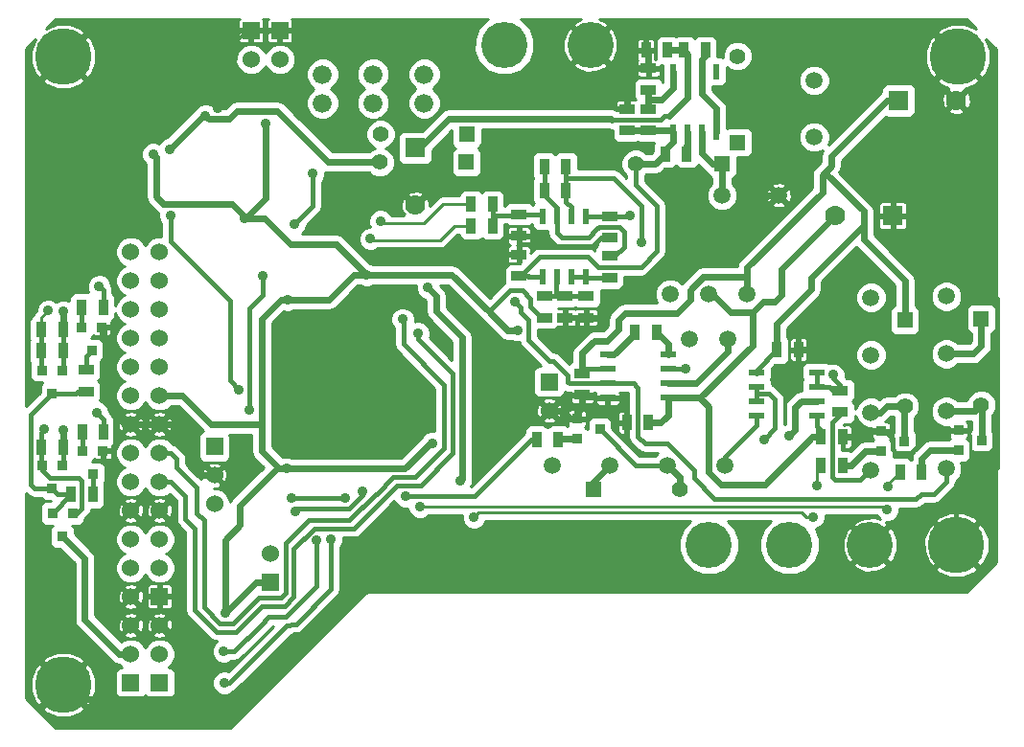
<source format=gbl>
G04 (created by PCBNEW (2013-07-07 BZR 4022)-stable) date Sun 21 Dec 2014 01:02:58 PM MSK*
%MOIN*%
G04 Gerber Fmt 3.4, Leading zero omitted, Abs format*
%FSLAX34Y34*%
G01*
G70*
G90*
G04 APERTURE LIST*
%ADD10C,0.00590551*%
%ADD11C,0.19685*%
%ADD12R,0.06X0.06*%
%ADD13C,0.06*%
%ADD14C,0.066*%
%ADD15R,0.036X0.036*%
%ADD16R,0.0551X0.0236*%
%ADD17R,0.0236X0.0551*%
%ADD18R,0.035X0.055*%
%ADD19R,0.055X0.035*%
%ADD20C,0.0590551*%
%ADD21R,0.055X0.055*%
%ADD22C,0.055*%
%ADD23R,0.07X0.07*%
%ADD24C,0.07*%
%ADD25C,0.16*%
%ADD26C,0.035*%
%ADD27C,0.015748*%
%ADD28C,0.023622*%
%ADD29C,0.01*%
G04 APERTURE END LIST*
G54D10*
G54D11*
X32618Y-18566D03*
X1574Y-23425D03*
X32677Y-1574D03*
X1574Y-1574D03*
G54D12*
X8098Y-666D03*
G54D13*
X8098Y-1666D03*
G54D12*
X9098Y-666D03*
G54D13*
X9098Y-1666D03*
G54D14*
X14118Y-3186D03*
X14118Y-2186D03*
X12338Y-3186D03*
X12338Y-2186D03*
X10578Y-3186D03*
X10578Y-2186D03*
G54D15*
X1888Y-17466D03*
X1188Y-17466D03*
X1538Y-18266D03*
X19422Y-14177D03*
X19422Y-14877D03*
X20222Y-14527D03*
X30013Y-14610D03*
X30013Y-15310D03*
X30813Y-14960D03*
X32690Y-14571D03*
X32690Y-15271D03*
X33490Y-14921D03*
X2908Y-10986D03*
X2208Y-10986D03*
X2558Y-11786D03*
X1528Y-12486D03*
X828Y-12486D03*
X1178Y-13286D03*
X2948Y-15286D03*
X2248Y-15286D03*
X2598Y-16086D03*
X1528Y-15806D03*
X828Y-15806D03*
X1178Y-16606D03*
G54D16*
X20493Y-11949D03*
X22593Y-11949D03*
X20493Y-12449D03*
X20493Y-12949D03*
X20493Y-13449D03*
X22593Y-12449D03*
X22593Y-12949D03*
X22593Y-13449D03*
G54D17*
X19728Y-7119D03*
X19728Y-9219D03*
X19228Y-7119D03*
X18728Y-7119D03*
X18228Y-7119D03*
X19228Y-9219D03*
X18728Y-9219D03*
X18228Y-9219D03*
G54D16*
X25665Y-12561D03*
X27765Y-12561D03*
X25665Y-13061D03*
X25665Y-13561D03*
X25665Y-14061D03*
X27765Y-13061D03*
X27765Y-13561D03*
X27765Y-14061D03*
G54D17*
X24282Y-2092D03*
X24282Y-4192D03*
X23782Y-2092D03*
X23282Y-2092D03*
X22782Y-2092D03*
X23782Y-4192D03*
X23282Y-4192D03*
X22782Y-4192D03*
G54D18*
X1553Y-15166D03*
X803Y-15166D03*
G54D19*
X19614Y-12599D03*
X19614Y-13349D03*
G54D18*
X21918Y-14313D03*
X21168Y-14313D03*
G54D19*
X21179Y-4142D03*
X21179Y-3392D03*
X21918Y-1979D03*
X21918Y-2729D03*
X21918Y-3397D03*
X21918Y-4147D03*
G54D18*
X23238Y-4953D03*
X22488Y-4953D03*
X22574Y-1347D03*
X21824Y-1347D03*
X23894Y-1347D03*
X23144Y-1347D03*
X27912Y-15787D03*
X28662Y-15787D03*
G54D19*
X20553Y-7125D03*
X20553Y-7875D03*
X17411Y-9203D03*
X17411Y-8453D03*
G54D18*
X26376Y-11771D03*
X27126Y-11771D03*
X27912Y-14803D03*
X28662Y-14803D03*
X18030Y-14901D03*
X18780Y-14901D03*
X30668Y-16023D03*
X31418Y-16023D03*
X1553Y-11066D03*
X803Y-11066D03*
G54D19*
X28582Y-13937D03*
X28582Y-13187D03*
G54D18*
X2223Y-14626D03*
X2973Y-14626D03*
X2593Y-16806D03*
X1843Y-16806D03*
X2203Y-10286D03*
X2953Y-10286D03*
G54D19*
X2358Y-12471D03*
X2358Y-13221D03*
G54D18*
X1553Y-11806D03*
X803Y-11806D03*
X21436Y-11161D03*
X22186Y-11161D03*
G54D19*
X19015Y-9900D03*
X19015Y-10650D03*
X20562Y-9261D03*
X20562Y-8511D03*
X17411Y-7806D03*
X17411Y-7056D03*
X19744Y-9900D03*
X19744Y-10650D03*
X18287Y-10650D03*
X18287Y-9900D03*
G54D18*
X19038Y-6220D03*
X18288Y-6220D03*
X18288Y-5394D03*
X19038Y-5394D03*
X15747Y-6712D03*
X16497Y-6712D03*
X15747Y-7460D03*
X16497Y-7460D03*
G54D20*
X27677Y-4370D03*
X27677Y-2401D03*
X26437Y-6397D03*
X24468Y-6397D03*
G54D12*
X4918Y-23366D03*
G54D13*
X4918Y-22366D03*
X4918Y-21366D03*
G54D12*
X6820Y-15141D03*
G54D13*
X6820Y-16141D03*
X6820Y-17141D03*
G54D12*
X3918Y-23366D03*
G54D13*
X3918Y-22366D03*
X3918Y-21366D03*
G54D12*
X8758Y-19866D03*
G54D13*
X8758Y-18866D03*
G54D12*
X18458Y-12886D03*
G54D13*
X18458Y-13886D03*
G54D21*
X33484Y-10685D03*
G54D22*
X33484Y-13685D03*
G54D21*
X30826Y-10744D03*
G54D22*
X30826Y-13744D03*
G54D21*
X19996Y-16633D03*
G54D22*
X22996Y-16633D03*
G54D21*
X24472Y-5295D03*
G54D22*
X21472Y-5295D03*
G54D21*
X15598Y-4266D03*
G54D22*
X12598Y-4266D03*
G54D21*
X25009Y-4557D03*
G54D22*
X25009Y-1557D03*
G54D21*
X15578Y-5246D03*
G54D22*
X12578Y-5246D03*
G54D23*
X30614Y-3090D03*
G54D24*
X32614Y-3090D03*
G54D23*
X30409Y-7106D03*
G54D24*
X28409Y-7106D03*
G54D23*
X13798Y-4746D03*
G54D24*
X13798Y-6746D03*
G54D25*
X19898Y-1166D03*
X16898Y-1166D03*
X29618Y-18566D03*
X26818Y-18566D03*
X24018Y-18566D03*
G54D20*
X22671Y-9828D03*
X24009Y-9828D03*
X25348Y-9828D03*
X23340Y-11403D03*
X24679Y-11403D03*
X32263Y-11913D03*
X32263Y-13913D03*
X32263Y-9913D03*
X32263Y-15913D03*
X29645Y-11952D03*
X29645Y-13952D03*
X29645Y-9952D03*
X29645Y-15952D03*
X22574Y-15787D03*
X20574Y-15787D03*
X24574Y-15787D03*
X18574Y-15787D03*
G54D12*
X4918Y-20366D03*
G54D13*
X3918Y-20366D03*
X4918Y-19366D03*
X3918Y-19366D03*
X4918Y-18366D03*
X3918Y-18366D03*
X4918Y-17366D03*
X3918Y-17366D03*
X4918Y-16366D03*
X3918Y-16366D03*
X4918Y-15366D03*
X3918Y-15366D03*
X4918Y-14366D03*
X3918Y-14366D03*
X4918Y-13366D03*
X3918Y-13366D03*
X4918Y-12366D03*
X3918Y-12366D03*
X4918Y-11366D03*
X3918Y-11366D03*
X4918Y-10366D03*
X3918Y-10366D03*
X4918Y-9366D03*
X3918Y-9366D03*
X4918Y-8366D03*
X3918Y-8366D03*
G54D26*
X23188Y-12440D03*
X25943Y-14891D03*
X26818Y-14766D03*
X28343Y-12641D03*
X17283Y-10098D03*
X5278Y-4786D03*
X6515Y-3631D03*
X14243Y-9616D03*
X15368Y-16341D03*
X1558Y-14566D03*
X1558Y-10446D03*
X13468Y-16866D03*
X9618Y-7386D03*
X10238Y-5646D03*
X30243Y-16541D03*
X30218Y-17341D03*
X13968Y-17241D03*
X12598Y-7303D03*
X12244Y-7913D03*
X9498Y-16946D03*
X11358Y-16946D03*
X9638Y-17386D03*
X11978Y-16686D03*
X10378Y-18406D03*
X7143Y-22266D03*
X10878Y-18366D03*
X7168Y-23366D03*
X2818Y-9566D03*
X2738Y-13966D03*
X918Y-14541D03*
X1043Y-10416D03*
X5298Y-7086D03*
X7678Y-13166D03*
X8518Y-9206D03*
X8038Y-13866D03*
X13366Y-10708D03*
X13897Y-11200D03*
X21268Y-7116D03*
X27768Y-16516D03*
X27643Y-17591D03*
X15843Y-17616D03*
X24212Y-8267D03*
X19370Y-11259D03*
X11377Y-12598D03*
X6919Y-3356D03*
X21673Y-8031D03*
X17358Y-11086D03*
X12118Y-9166D03*
X9360Y-10029D03*
X8618Y-3886D03*
X4698Y-4966D03*
X7185Y-20944D03*
X14389Y-15029D03*
X7864Y-7214D03*
X9330Y-15905D03*
G54D27*
X24574Y-15787D02*
X24574Y-15503D01*
X25665Y-14413D02*
X25665Y-14061D01*
X24574Y-15503D02*
X25665Y-14413D01*
X22593Y-12449D02*
X23020Y-12449D01*
X23020Y-12449D02*
X23028Y-12440D01*
X23028Y-12440D02*
X23188Y-12440D01*
X26118Y-13291D02*
X25665Y-13291D01*
X26318Y-13491D02*
X26118Y-13291D01*
X26318Y-14516D02*
X26318Y-13491D01*
X25943Y-14891D02*
X26318Y-14516D01*
X25665Y-13061D02*
X25665Y-13291D01*
X25665Y-13291D02*
X25665Y-13294D01*
X25665Y-13294D02*
X25665Y-13561D01*
G54D28*
X27224Y-13561D02*
X27765Y-13561D01*
X27018Y-13766D02*
X27224Y-13561D01*
X27018Y-14566D02*
X27018Y-13766D01*
X26818Y-14766D02*
X27018Y-14566D01*
G54D27*
X28582Y-13005D02*
X28582Y-13187D01*
X28343Y-12766D02*
X28582Y-13005D01*
X28343Y-12641D02*
X28343Y-12766D01*
X27765Y-13061D02*
X27765Y-12561D01*
X28582Y-13187D02*
X28325Y-13187D01*
X28199Y-13061D02*
X27765Y-13061D01*
X28325Y-13187D02*
X28199Y-13061D01*
X20493Y-12949D02*
X21401Y-12949D01*
X32263Y-16372D02*
X32263Y-15913D01*
X31843Y-16791D02*
X32263Y-16372D01*
X31385Y-16791D02*
X31843Y-16791D01*
X31210Y-16966D02*
X31385Y-16791D01*
X24218Y-16966D02*
X31210Y-16966D01*
X23493Y-16241D02*
X24218Y-16966D01*
X23493Y-15966D02*
X23493Y-16241D01*
X22568Y-15041D02*
X23493Y-15966D01*
X21793Y-15041D02*
X22568Y-15041D01*
X21543Y-14791D02*
X21793Y-15041D01*
X21543Y-13091D02*
X21543Y-14791D01*
X21401Y-12949D02*
X21543Y-13091D01*
X17480Y-10472D02*
X17736Y-10728D01*
X17480Y-10295D02*
X17480Y-10472D01*
X17283Y-10098D02*
X17480Y-10295D01*
X17736Y-10728D02*
X17736Y-10925D01*
X18602Y-12165D02*
X19114Y-12677D01*
X19114Y-12893D02*
X19114Y-12677D01*
X19169Y-12949D02*
X19114Y-12893D01*
X20493Y-12949D02*
X19169Y-12949D01*
X17736Y-10925D02*
X17736Y-11437D01*
X17736Y-11437D02*
X18464Y-12165D01*
X18464Y-12165D02*
X18602Y-12165D01*
G54D28*
X12578Y-5246D02*
X10778Y-5246D01*
X6630Y-3746D02*
X6515Y-3631D01*
X7338Y-3746D02*
X6630Y-3746D01*
X7618Y-3466D02*
X7338Y-3746D01*
X8998Y-3466D02*
X7618Y-3466D01*
X10778Y-5246D02*
X8998Y-3466D01*
X6433Y-3631D02*
X6515Y-3631D01*
X5278Y-4786D02*
X6433Y-3631D01*
X23282Y-2092D02*
X23282Y-3003D01*
X13963Y-4746D02*
X13798Y-4746D01*
X14968Y-3741D02*
X13963Y-4746D01*
X20618Y-3741D02*
X14968Y-3741D01*
X20643Y-3766D02*
X20618Y-3741D01*
G54D27*
X22343Y-3766D02*
X20643Y-3766D01*
X22468Y-3641D02*
X22343Y-3766D01*
X22643Y-3641D02*
X22468Y-3641D01*
G54D28*
X23282Y-3003D02*
X22643Y-3641D01*
X15443Y-16266D02*
X15443Y-15516D01*
X14243Y-9616D02*
X14543Y-9916D01*
X14543Y-9916D02*
X14543Y-10441D01*
X14543Y-10441D02*
X15443Y-11341D01*
X15443Y-11341D02*
X15443Y-15516D01*
X15368Y-16341D02*
X15443Y-16266D01*
X23282Y-2092D02*
X23282Y-1485D01*
X23282Y-1485D02*
X23144Y-1347D01*
X22574Y-1347D02*
X23144Y-1347D01*
X1553Y-14571D02*
X1553Y-15166D01*
X1558Y-14566D02*
X1553Y-14571D01*
X1553Y-10451D02*
X1553Y-11066D01*
X1558Y-10446D02*
X1553Y-10451D01*
G54D27*
X1553Y-15166D02*
X1553Y-15781D01*
X1553Y-15781D02*
X1528Y-15806D01*
X1553Y-11806D02*
X1553Y-12461D01*
X1553Y-12461D02*
X1528Y-12486D01*
X1553Y-11066D02*
X1553Y-11806D01*
X19728Y-9219D02*
X19228Y-9219D01*
X20562Y-9261D02*
X19770Y-9261D01*
X19770Y-9261D02*
X19728Y-9219D01*
X22574Y-15787D02*
X21482Y-15787D01*
X21482Y-15787D02*
X20222Y-14527D01*
G54D28*
X22996Y-16633D02*
X22996Y-16208D01*
X22996Y-16208D02*
X22574Y-15787D01*
G54D27*
X18030Y-14901D02*
X17834Y-14901D01*
X15868Y-16866D02*
X13468Y-16866D01*
X17834Y-14901D02*
X15868Y-16866D01*
X10236Y-6769D02*
X9618Y-7386D01*
X10236Y-5649D02*
X10236Y-6769D01*
X10238Y-5646D02*
X10236Y-5649D01*
G54D28*
X32263Y-13913D02*
X33255Y-13913D01*
X33255Y-13913D02*
X33484Y-13685D01*
X33490Y-14921D02*
X33490Y-13691D01*
X33490Y-13691D02*
X33484Y-13685D01*
G54D29*
X30243Y-16448D02*
X30668Y-16023D01*
X30243Y-16541D02*
X30243Y-16448D01*
X30118Y-17241D02*
X30218Y-17341D01*
X13968Y-17241D02*
X30118Y-17241D01*
X14763Y-6712D02*
X15747Y-6712D01*
X14094Y-7381D02*
X14763Y-6712D01*
X12677Y-7381D02*
X14094Y-7381D01*
X12598Y-7303D02*
X12677Y-7381D01*
X15157Y-7460D02*
X15747Y-7460D01*
X14665Y-7952D02*
X15157Y-7460D01*
X12283Y-7952D02*
X14665Y-7952D01*
X12244Y-7913D02*
X12283Y-7952D01*
G54D27*
X438Y-14726D02*
X438Y-14026D01*
X438Y-14026D02*
X1178Y-13286D01*
X1178Y-16606D02*
X578Y-16606D01*
X438Y-16466D02*
X438Y-14726D01*
X578Y-16606D02*
X438Y-16466D01*
X1188Y-17466D02*
X1188Y-17461D01*
X1188Y-17461D02*
X1843Y-16806D01*
X1843Y-16806D02*
X1378Y-16806D01*
X1378Y-16806D02*
X1178Y-16606D01*
X2358Y-13221D02*
X2063Y-13221D01*
X2063Y-13221D02*
X1998Y-13286D01*
X1998Y-13286D02*
X1178Y-13286D01*
X9778Y-16946D02*
X9498Y-16946D01*
X11358Y-16946D02*
X9778Y-16946D01*
X9718Y-17306D02*
X9638Y-17386D01*
X11518Y-17306D02*
X9718Y-17306D01*
X11978Y-16846D02*
X11518Y-17306D01*
X11978Y-16686D02*
X11978Y-16846D01*
X8431Y-21354D02*
X8718Y-21066D01*
X9518Y-20866D02*
X9318Y-21066D01*
X9318Y-21066D02*
X8718Y-21066D01*
X10378Y-18406D02*
X10378Y-19806D01*
X10378Y-20006D02*
X9518Y-20866D01*
X10378Y-19806D02*
X10378Y-20006D01*
X7518Y-22266D02*
X7143Y-22266D01*
X8431Y-21354D02*
X7518Y-22266D01*
X9665Y-21318D02*
X9491Y-21318D01*
X9665Y-21318D02*
X10878Y-20105D01*
X10878Y-20105D02*
X10878Y-18366D01*
X7343Y-23366D02*
X7168Y-23366D01*
X9343Y-21366D02*
X7343Y-23366D01*
X9443Y-21366D02*
X9343Y-21366D01*
X9491Y-21318D02*
X9443Y-21366D01*
X2953Y-10286D02*
X2953Y-9701D01*
X2818Y-9566D02*
X2953Y-9701D01*
X2973Y-14626D02*
X2973Y-14201D01*
X2738Y-13966D02*
X2973Y-14201D01*
G54D28*
X3918Y-22366D02*
X3518Y-22366D01*
X2318Y-19046D02*
X1538Y-18266D01*
X2318Y-21166D02*
X2318Y-19046D01*
X3518Y-22366D02*
X2318Y-21166D01*
G54D27*
X803Y-15166D02*
X803Y-14656D01*
X803Y-14656D02*
X918Y-14541D01*
G54D29*
X803Y-11066D02*
X803Y-10656D01*
X803Y-10656D02*
X1043Y-10416D01*
G54D27*
X828Y-15806D02*
X828Y-15956D01*
X2038Y-17466D02*
X1888Y-17466D01*
X2218Y-17286D02*
X2038Y-17466D01*
X2218Y-16326D02*
X2218Y-17286D01*
X2118Y-16226D02*
X2218Y-16326D01*
X1098Y-16226D02*
X2118Y-16226D01*
X828Y-15956D02*
X1098Y-16226D01*
X803Y-15166D02*
X803Y-15781D01*
X803Y-15781D02*
X828Y-15806D01*
X803Y-11806D02*
X803Y-12461D01*
X803Y-12461D02*
X828Y-12486D01*
X803Y-11066D02*
X803Y-11806D01*
X5298Y-7086D02*
X5298Y-8006D01*
X5298Y-8006D02*
X5452Y-8160D01*
X7358Y-10066D02*
X5452Y-8160D01*
X7358Y-12846D02*
X7358Y-10066D01*
X7678Y-13166D02*
X7358Y-12846D01*
X8038Y-10426D02*
X8038Y-10346D01*
X8518Y-9866D02*
X8518Y-9206D01*
X8038Y-10346D02*
X8518Y-9866D01*
X8038Y-10426D02*
X8038Y-13866D01*
X6458Y-17986D02*
X6458Y-17706D01*
X5318Y-15366D02*
X4918Y-15366D01*
X5518Y-15566D02*
X5318Y-15366D01*
X5518Y-15866D02*
X5518Y-15566D01*
X6218Y-16566D02*
X5518Y-15866D01*
X6218Y-17466D02*
X6218Y-16566D01*
X6458Y-17706D02*
X6218Y-17466D01*
X12438Y-16786D02*
X12458Y-16786D01*
X12458Y-16786D02*
X13038Y-16206D01*
X14808Y-15216D02*
X14808Y-12997D01*
X11418Y-17706D02*
X11518Y-17706D01*
X13818Y-16206D02*
X14808Y-15216D01*
X13038Y-16206D02*
X13818Y-16206D01*
X11518Y-17706D02*
X12438Y-16786D01*
X13385Y-10728D02*
X13366Y-10708D01*
X13385Y-11574D02*
X13385Y-10728D01*
X14808Y-12997D02*
X13385Y-11574D01*
X6458Y-20746D02*
X6458Y-17986D01*
X7018Y-21306D02*
X6458Y-20746D01*
X7458Y-21306D02*
X7018Y-21306D01*
X8358Y-20406D02*
X7458Y-21306D01*
X9138Y-20406D02*
X8358Y-20406D01*
X9298Y-20246D02*
X9138Y-20406D01*
X9298Y-18506D02*
X9298Y-20246D01*
X10098Y-17706D02*
X9298Y-18506D01*
X11418Y-17706D02*
X10098Y-17706D01*
X6138Y-18346D02*
X6138Y-17986D01*
X5318Y-16366D02*
X4918Y-16366D01*
X5818Y-16866D02*
X5318Y-16366D01*
X5818Y-17666D02*
X5818Y-16866D01*
X6138Y-17986D02*
X5818Y-17666D01*
X11658Y-17986D02*
X11678Y-17986D01*
X13998Y-16486D02*
X15108Y-15376D01*
X13178Y-16486D02*
X13998Y-16486D01*
X11678Y-17986D02*
X13178Y-16486D01*
X15108Y-15376D02*
X15108Y-12616D01*
X13897Y-11405D02*
X13897Y-11200D01*
X15108Y-12616D02*
X13897Y-11405D01*
X6138Y-20826D02*
X6138Y-18346D01*
X6898Y-21586D02*
X6138Y-20826D01*
X7558Y-21586D02*
X6898Y-21586D01*
X8458Y-20686D02*
X7558Y-21586D01*
X9258Y-20686D02*
X8458Y-20686D01*
X9578Y-20366D02*
X9258Y-20686D01*
X9578Y-18706D02*
X9578Y-20366D01*
X10298Y-17986D02*
X9578Y-18706D01*
X11658Y-17986D02*
X10298Y-17986D01*
X20553Y-7125D02*
X21260Y-7125D01*
X21260Y-7125D02*
X21268Y-7116D01*
G54D28*
X30826Y-10744D02*
X30826Y-9370D01*
X29389Y-7933D02*
X29389Y-7440D01*
X30826Y-9370D02*
X29389Y-7933D01*
X28267Y-5039D02*
X28267Y-5374D01*
X28267Y-5374D02*
X27952Y-5688D01*
X25348Y-9828D02*
X25348Y-8903D01*
X25348Y-8903D02*
X27952Y-6299D01*
X27952Y-6299D02*
X27952Y-5688D01*
X32263Y-11913D02*
X33204Y-11913D01*
X33204Y-11913D02*
X33484Y-11633D01*
X33484Y-11633D02*
X33484Y-10685D01*
X26376Y-11771D02*
X26376Y-10867D01*
X26376Y-10867D02*
X27578Y-9665D01*
X27578Y-9665D02*
X27578Y-9251D01*
X27578Y-9251D02*
X29389Y-7440D01*
X28129Y-5688D02*
X27952Y-5688D01*
X29389Y-7440D02*
X29389Y-6948D01*
X29389Y-6948D02*
X28129Y-5688D01*
G54D27*
X25665Y-12561D02*
X25665Y-12483D01*
X25665Y-12483D02*
X26376Y-11771D01*
G54D28*
X30216Y-3090D02*
X30614Y-3090D01*
X28267Y-5039D02*
X30216Y-3090D01*
X19996Y-16633D02*
X19996Y-16366D01*
X19996Y-16366D02*
X20574Y-15787D01*
X19614Y-12599D02*
X19614Y-11881D01*
X25314Y-9232D02*
X25324Y-9242D01*
X25324Y-9242D02*
X25348Y-9265D01*
X23818Y-9232D02*
X25314Y-9232D01*
X23366Y-9685D02*
X23818Y-9232D01*
X23366Y-10019D02*
X23366Y-9685D01*
X22893Y-10492D02*
X23366Y-10019D01*
X21102Y-10492D02*
X22893Y-10492D01*
X20866Y-10728D02*
X21102Y-10492D01*
X20866Y-11082D02*
X20866Y-10728D01*
X20472Y-11476D02*
X20866Y-11082D01*
X20019Y-11476D02*
X20472Y-11476D01*
X19614Y-11881D02*
X20019Y-11476D01*
X25348Y-9828D02*
X25348Y-9265D01*
G54D27*
X19728Y-7119D02*
X20547Y-7119D01*
X20547Y-7119D02*
X20553Y-7125D01*
G54D28*
X25670Y-12556D02*
X25665Y-12561D01*
G54D27*
X25670Y-12556D02*
X25665Y-12561D01*
X20493Y-12449D02*
X19765Y-12449D01*
X19765Y-12449D02*
X19614Y-12599D01*
G54D28*
X27912Y-14803D02*
X27618Y-14803D01*
X24015Y-13759D02*
X23705Y-13449D01*
X24015Y-16043D02*
X24015Y-13759D01*
X24429Y-16456D02*
X24015Y-16043D01*
X25964Y-16456D02*
X24429Y-16456D01*
X27618Y-14803D02*
X25964Y-16456D01*
G54D27*
X27912Y-14803D02*
X27912Y-14565D01*
X27765Y-14418D02*
X27765Y-14061D01*
X27912Y-14565D02*
X27765Y-14418D01*
X17411Y-9203D02*
X17469Y-9203D01*
X21472Y-6019D02*
X21472Y-5295D01*
X22204Y-6751D02*
X21472Y-6019D01*
X22204Y-8346D02*
X22204Y-6751D01*
X21653Y-8897D02*
X22204Y-8346D01*
X20157Y-8897D02*
X21653Y-8897D01*
X19803Y-8543D02*
X20157Y-8897D01*
X18129Y-8543D02*
X19803Y-8543D01*
X17469Y-9203D02*
X18129Y-8543D01*
G54D28*
X25905Y-10098D02*
X26299Y-10098D01*
X25531Y-10472D02*
X25905Y-10098D01*
X26535Y-8980D02*
X28409Y-7106D01*
X26535Y-9862D02*
X26535Y-8980D01*
X26299Y-10098D02*
X26535Y-9862D01*
X21472Y-5295D02*
X22146Y-5295D01*
X22146Y-5295D02*
X22488Y-4953D01*
X22593Y-13449D02*
X23705Y-13449D01*
X23705Y-13449D02*
X23716Y-13449D01*
X23716Y-13449D02*
X25531Y-11633D01*
X25531Y-11633D02*
X25531Y-10472D01*
X24009Y-9828D02*
X24119Y-9828D01*
X24119Y-9828D02*
X24763Y-10472D01*
X24763Y-10472D02*
X25531Y-10472D01*
X21179Y-4142D02*
X21913Y-4142D01*
X21913Y-4142D02*
X21918Y-4147D01*
X21918Y-4147D02*
X22737Y-4147D01*
X22737Y-4147D02*
X22782Y-4192D01*
X22488Y-4953D02*
X22488Y-4815D01*
X22782Y-4520D02*
X22782Y-4192D01*
X22488Y-4815D02*
X22782Y-4520D01*
G54D27*
X17411Y-9203D02*
X17727Y-9203D01*
X17743Y-9219D02*
X18228Y-9219D01*
X17727Y-9203D02*
X17743Y-9219D01*
G54D28*
X21918Y-14313D02*
X22345Y-14313D01*
X22593Y-14065D02*
X22593Y-13449D01*
X22345Y-14313D02*
X22443Y-14215D01*
X22443Y-14215D02*
X22593Y-14065D01*
X30813Y-14960D02*
X30813Y-13757D01*
X30813Y-13757D02*
X30826Y-13744D01*
X29645Y-13952D02*
X29984Y-13952D01*
X30192Y-13744D02*
X30826Y-13744D01*
X29984Y-13952D02*
X30192Y-13744D01*
G54D29*
X27768Y-15930D02*
X27768Y-16516D01*
X27643Y-17591D02*
X27393Y-17591D01*
X27393Y-17591D02*
X27243Y-17441D01*
X27243Y-17441D02*
X16018Y-17441D01*
X16018Y-17441D02*
X15843Y-17616D01*
X27912Y-15787D02*
X27768Y-15930D01*
G54D28*
X19744Y-10650D02*
X20254Y-10650D01*
X23228Y-8267D02*
X24212Y-8267D01*
X22047Y-9448D02*
X23228Y-8267D01*
X21456Y-9448D02*
X22047Y-9448D01*
X20254Y-10650D02*
X21456Y-9448D01*
X4918Y-21366D02*
X5018Y-21366D01*
X2091Y-23941D02*
X1574Y-23425D01*
X5418Y-23941D02*
X2091Y-23941D01*
X5543Y-23816D02*
X5418Y-23941D01*
X5543Y-21891D02*
X5543Y-23816D01*
X5018Y-21366D02*
X5543Y-21891D01*
G54D27*
X19898Y-1166D02*
X19918Y-1166D01*
X19918Y-1166D02*
X20731Y-1979D01*
X9098Y-666D02*
X14193Y-666D01*
X18773Y-2291D02*
X19898Y-1166D01*
X15818Y-2291D02*
X18773Y-2291D01*
X14193Y-666D02*
X15818Y-2291D01*
G54D28*
X27126Y-11771D02*
X28110Y-11771D01*
X31496Y-9094D02*
X30768Y-8366D01*
X31496Y-11417D02*
X31496Y-9094D01*
X30314Y-12598D02*
X31496Y-11417D01*
X28937Y-12598D02*
X30314Y-12598D01*
X28110Y-11771D02*
X28937Y-12598D01*
X26437Y-6397D02*
X26082Y-6397D01*
X26082Y-6397D02*
X24212Y-8267D01*
G54D27*
X32618Y-18566D02*
X32618Y-17291D01*
X30409Y-8007D02*
X30409Y-7106D01*
X30768Y-8366D02*
X30409Y-8007D01*
X32393Y-8366D02*
X30768Y-8366D01*
X34043Y-10016D02*
X32393Y-8366D01*
X34043Y-15866D02*
X34043Y-10016D01*
X32618Y-17291D02*
X34043Y-15866D01*
G54D29*
X32690Y-14571D02*
X32923Y-14571D01*
X32618Y-16566D02*
X32618Y-18566D01*
X33118Y-16066D02*
X32618Y-16566D01*
X33118Y-14766D02*
X33118Y-16066D01*
X32923Y-14571D02*
X33118Y-14766D01*
G54D27*
X30013Y-14610D02*
X30137Y-14610D01*
X31839Y-14571D02*
X32690Y-14571D01*
X31043Y-15366D02*
X31839Y-14571D01*
X30518Y-15366D02*
X31043Y-15366D01*
X30393Y-15241D02*
X30518Y-15366D01*
X30393Y-14866D02*
X30393Y-15241D01*
X30137Y-14610D02*
X30393Y-14866D01*
G54D28*
X3918Y-14366D02*
X3718Y-14366D01*
X3718Y-14366D02*
X3358Y-14006D01*
X6820Y-16141D02*
X6293Y-16141D01*
X5618Y-14366D02*
X4918Y-14366D01*
X6018Y-14766D02*
X5618Y-14366D01*
X6018Y-15866D02*
X6018Y-14766D01*
X6293Y-16141D02*
X6018Y-15866D01*
X3918Y-14366D02*
X4918Y-14366D01*
X28662Y-14803D02*
X29488Y-14803D01*
X29680Y-14610D02*
X30013Y-14610D01*
X29488Y-14803D02*
X29680Y-14610D01*
G54D27*
X19431Y-10650D02*
X19744Y-10650D01*
X19015Y-10650D02*
X19431Y-10650D01*
X19431Y-11198D02*
X19431Y-10650D01*
X19431Y-10650D02*
X19431Y-10650D01*
X19370Y-11259D02*
X19431Y-11198D01*
G54D28*
X19422Y-14177D02*
X19216Y-14177D01*
X19216Y-14177D02*
X18926Y-13886D01*
X18926Y-13886D02*
X18458Y-13886D01*
X19422Y-14177D02*
X19422Y-13982D01*
X19614Y-13791D02*
X19614Y-13349D01*
X19422Y-13982D02*
X19614Y-13791D01*
X21918Y-1979D02*
X20731Y-1979D01*
X20731Y-1979D02*
X20692Y-1979D01*
X21179Y-2467D02*
X20469Y-1757D01*
X21179Y-3392D02*
X21179Y-2467D01*
X20692Y-1979D02*
X20469Y-1757D01*
X21918Y-1979D02*
X21918Y-1440D01*
X21918Y-1440D02*
X21824Y-1347D01*
G54D27*
X20553Y-7875D02*
X20254Y-7875D01*
X18090Y-8110D02*
X17411Y-8110D01*
X18149Y-8169D02*
X18090Y-8110D01*
X19960Y-8169D02*
X18149Y-8169D01*
X20254Y-7875D02*
X19960Y-8169D01*
X17411Y-8453D02*
X17411Y-8110D01*
X17411Y-8110D02*
X17411Y-7806D01*
X2948Y-15286D02*
X3218Y-15286D01*
X3218Y-15286D02*
X3358Y-15146D01*
X3358Y-15146D02*
X3358Y-14006D01*
X2998Y-11076D02*
X2908Y-10986D01*
X3358Y-14006D02*
X3358Y-13886D01*
X3358Y-13886D02*
X2998Y-13526D01*
X2998Y-13526D02*
X2998Y-11076D01*
G54D29*
X7925Y-666D02*
X8098Y-666D01*
X7332Y-1259D02*
X7925Y-666D01*
X7332Y-2942D02*
X7332Y-1259D01*
X6919Y-3356D02*
X7332Y-2942D01*
G54D27*
X20493Y-13449D02*
X20493Y-14018D01*
X20788Y-14313D02*
X21168Y-14313D01*
X20493Y-14018D02*
X20788Y-14313D01*
X20493Y-13449D02*
X19713Y-13449D01*
X19713Y-13449D02*
X19614Y-13349D01*
G54D28*
X19422Y-14877D02*
X18804Y-14877D01*
X18804Y-14877D02*
X18780Y-14901D01*
X22782Y-2092D02*
X22782Y-2650D01*
X22381Y-3051D02*
X21918Y-3051D01*
X22782Y-2650D02*
X22381Y-3051D01*
X21918Y-3397D02*
X21918Y-3051D01*
X21918Y-3051D02*
X21918Y-2729D01*
X24282Y-4192D02*
X24282Y-3376D01*
X23782Y-2876D02*
X23782Y-2092D01*
X24282Y-3376D02*
X23782Y-2876D01*
X23894Y-1347D02*
X23894Y-1538D01*
X23782Y-1650D02*
X23782Y-2092D01*
X23894Y-1538D02*
X23782Y-1650D01*
X23238Y-4953D02*
X23238Y-4675D01*
X23282Y-4631D02*
X23282Y-4192D01*
X23238Y-4675D02*
X23282Y-4631D01*
X24468Y-6397D02*
X24468Y-5299D01*
X24468Y-5299D02*
X24472Y-5295D01*
X24472Y-5295D02*
X24133Y-5295D01*
X23782Y-4943D02*
X23782Y-4192D01*
X24133Y-5295D02*
X23782Y-4943D01*
G54D27*
X20334Y-7500D02*
X20196Y-7500D01*
X20196Y-7500D02*
X20118Y-7578D01*
X20118Y-7578D02*
X19822Y-7874D01*
X19822Y-7874D02*
X18897Y-7874D01*
X18897Y-7874D02*
X18728Y-7705D01*
X18728Y-7705D02*
X18728Y-7119D01*
X20562Y-8511D02*
X20740Y-8511D01*
X20905Y-7500D02*
X20334Y-7500D01*
X21062Y-7657D02*
X20905Y-7500D01*
X21062Y-8188D02*
X21062Y-7657D01*
X20740Y-8511D02*
X21062Y-8188D01*
X18288Y-6220D02*
X18288Y-5394D01*
X18728Y-7119D02*
X18728Y-6838D01*
X18288Y-6398D02*
X18288Y-6220D01*
X18728Y-6838D02*
X18288Y-6398D01*
X21673Y-8031D02*
X21673Y-6771D01*
X20689Y-5787D02*
X20393Y-5787D01*
X21673Y-6771D02*
X20689Y-5787D01*
X20393Y-5787D02*
X19038Y-5787D01*
X19038Y-6220D02*
X19038Y-5787D01*
X19038Y-5787D02*
X19038Y-5394D01*
X19228Y-7119D02*
X19228Y-6807D01*
X19038Y-6617D02*
X19038Y-6220D01*
X19228Y-6807D02*
X19038Y-6617D01*
G54D28*
X22593Y-12949D02*
X23566Y-12949D01*
X23566Y-12949D02*
X24679Y-11836D01*
X24679Y-11836D02*
X24679Y-11403D01*
G54D27*
X18700Y-9900D02*
X18700Y-9247D01*
X18700Y-9247D02*
X18728Y-9219D01*
X19015Y-9900D02*
X18700Y-9900D01*
X18700Y-9900D02*
X18287Y-9900D01*
X19744Y-9900D02*
X19015Y-9900D01*
X2358Y-12471D02*
X2358Y-11986D01*
X2358Y-11986D02*
X2558Y-11786D01*
X2223Y-14626D02*
X2223Y-15261D01*
X2223Y-15261D02*
X2248Y-15286D01*
X2598Y-16086D02*
X2598Y-16801D01*
X2598Y-16801D02*
X2593Y-16806D01*
X2203Y-10286D02*
X2203Y-10981D01*
X2203Y-10981D02*
X2208Y-10986D01*
X28582Y-13937D02*
X28582Y-14028D01*
X29281Y-16316D02*
X29645Y-15952D01*
X28418Y-16316D02*
X29281Y-16316D01*
X28293Y-16191D02*
X28418Y-16316D01*
X28293Y-14316D02*
X28293Y-16191D01*
X28582Y-14028D02*
X28293Y-14316D01*
G54D28*
X30013Y-15310D02*
X29433Y-15310D01*
X28956Y-15787D02*
X28662Y-15787D01*
X29433Y-15310D02*
X28956Y-15787D01*
X31418Y-16023D02*
X31418Y-15569D01*
X31716Y-15271D02*
X32690Y-15271D01*
X31418Y-15569D02*
X31716Y-15271D01*
G54D27*
X17411Y-7056D02*
X18165Y-7056D01*
X18165Y-7056D02*
X18228Y-7119D01*
X16497Y-7086D02*
X17380Y-7086D01*
X17380Y-7086D02*
X17411Y-7056D01*
X16497Y-7460D02*
X16497Y-7086D01*
X16497Y-7086D02*
X16497Y-6712D01*
G54D28*
X20493Y-11949D02*
X20708Y-11949D01*
X21436Y-11221D02*
X21436Y-11161D01*
X20708Y-11949D02*
X21436Y-11221D01*
X22593Y-11949D02*
X22593Y-11569D01*
X22593Y-11569D02*
X22186Y-11161D01*
X4918Y-13366D02*
X5718Y-13366D01*
X6718Y-14366D02*
X8464Y-14366D01*
X5718Y-13366D02*
X6718Y-14366D01*
G54D27*
X18287Y-10650D02*
X18189Y-10650D01*
X17106Y-9704D02*
X16361Y-10449D01*
X17519Y-9704D02*
X17106Y-9704D01*
X17814Y-10000D02*
X17519Y-9704D01*
X17814Y-10275D02*
X17814Y-10000D01*
X18189Y-10650D02*
X17814Y-10275D01*
G54D28*
X17358Y-11086D02*
X16998Y-11086D01*
X16998Y-11086D02*
X16361Y-10449D01*
X16361Y-10449D02*
X15078Y-9166D01*
X15078Y-9166D02*
X12118Y-9166D01*
X11058Y-8106D02*
X12118Y-9166D01*
X9458Y-8106D02*
X11058Y-8106D01*
X10797Y-10029D02*
X11358Y-9468D01*
X12118Y-9166D02*
X11659Y-9166D01*
X11659Y-9166D02*
X11358Y-9468D01*
X10797Y-10029D02*
X9360Y-10029D01*
X8464Y-14488D02*
X8464Y-14366D01*
X8464Y-14366D02*
X8464Y-10688D01*
X9124Y-10029D02*
X9360Y-10029D01*
X8464Y-10688D02*
X9124Y-10029D01*
X8566Y-7214D02*
X9458Y-8106D01*
X8758Y-19866D02*
X8262Y-19866D01*
X8262Y-19866D02*
X7185Y-20944D01*
X7864Y-7214D02*
X7891Y-7214D01*
X8618Y-6486D02*
X8618Y-3886D01*
X7891Y-7214D02*
X8618Y-6486D01*
X7864Y-7214D02*
X8566Y-7214D01*
X7864Y-7214D02*
X7864Y-7132D01*
X7864Y-7132D02*
X7424Y-6692D01*
X5049Y-6692D02*
X7424Y-6692D01*
X4698Y-4966D02*
X4798Y-5066D01*
X4798Y-5066D02*
X4798Y-6442D01*
X4798Y-6442D02*
X5049Y-6692D01*
X9330Y-15905D02*
X8996Y-15905D01*
X7185Y-18385D02*
X7185Y-20944D01*
X7696Y-17874D02*
X7185Y-18385D01*
X7696Y-17204D02*
X7696Y-17874D01*
X8996Y-15905D02*
X7696Y-17204D01*
X9330Y-15905D02*
X9074Y-15905D01*
X8464Y-15295D02*
X8464Y-14488D01*
X9074Y-15905D02*
X8464Y-15295D01*
X9330Y-15905D02*
X13444Y-15905D01*
X14320Y-15029D02*
X14389Y-15029D01*
X13444Y-15905D02*
X14320Y-15029D01*
G54D10*
G36*
X15078Y-12126D02*
X14295Y-11342D01*
X14319Y-11285D01*
X14319Y-11117D01*
X14255Y-10962D01*
X14136Y-10843D01*
X13981Y-10779D01*
X13814Y-10778D01*
X13787Y-10789D01*
X13788Y-10625D01*
X13723Y-10470D01*
X13605Y-10351D01*
X13450Y-10286D01*
X13282Y-10286D01*
X13127Y-10350D01*
X13008Y-10469D01*
X12944Y-10624D01*
X12944Y-10792D01*
X13008Y-10947D01*
X13060Y-10999D01*
X13060Y-11574D01*
X13085Y-11699D01*
X13155Y-11805D01*
X14483Y-13132D01*
X14483Y-14611D01*
X14474Y-14607D01*
X14306Y-14607D01*
X14151Y-14671D01*
X14032Y-14790D01*
X14024Y-14810D01*
X13293Y-15540D01*
X9551Y-15540D01*
X9414Y-15483D01*
X9247Y-15483D01*
X9191Y-15506D01*
X8829Y-15144D01*
X8829Y-14488D01*
X8829Y-14366D01*
X8829Y-10840D01*
X9235Y-10434D01*
X9275Y-10451D01*
X9443Y-10451D01*
X9581Y-10394D01*
X10797Y-10394D01*
X10936Y-10366D01*
X10936Y-10366D01*
X11055Y-10287D01*
X11616Y-9726D01*
X11811Y-9531D01*
X11897Y-9531D01*
X12034Y-9588D01*
X12202Y-9588D01*
X12340Y-9531D01*
X13822Y-9531D01*
X13822Y-9532D01*
X13821Y-9700D01*
X13886Y-9855D01*
X14004Y-9974D01*
X14142Y-10031D01*
X14178Y-10068D01*
X14178Y-10441D01*
X14206Y-10581D01*
X14285Y-10699D01*
X15078Y-11493D01*
X15078Y-12126D01*
X15078Y-12126D01*
G37*
G54D29*
X15078Y-12126D02*
X14295Y-11342D01*
X14319Y-11285D01*
X14319Y-11117D01*
X14255Y-10962D01*
X14136Y-10843D01*
X13981Y-10779D01*
X13814Y-10778D01*
X13787Y-10789D01*
X13788Y-10625D01*
X13723Y-10470D01*
X13605Y-10351D01*
X13450Y-10286D01*
X13282Y-10286D01*
X13127Y-10350D01*
X13008Y-10469D01*
X12944Y-10624D01*
X12944Y-10792D01*
X13008Y-10947D01*
X13060Y-10999D01*
X13060Y-11574D01*
X13085Y-11699D01*
X13155Y-11805D01*
X14483Y-13132D01*
X14483Y-14611D01*
X14474Y-14607D01*
X14306Y-14607D01*
X14151Y-14671D01*
X14032Y-14790D01*
X14024Y-14810D01*
X13293Y-15540D01*
X9551Y-15540D01*
X9414Y-15483D01*
X9247Y-15483D01*
X9191Y-15506D01*
X8829Y-15144D01*
X8829Y-14488D01*
X8829Y-14366D01*
X8829Y-10840D01*
X9235Y-10434D01*
X9275Y-10451D01*
X9443Y-10451D01*
X9581Y-10394D01*
X10797Y-10394D01*
X10936Y-10366D01*
X10936Y-10366D01*
X11055Y-10287D01*
X11616Y-9726D01*
X11811Y-9531D01*
X11897Y-9531D01*
X12034Y-9588D01*
X12202Y-9588D01*
X12340Y-9531D01*
X13822Y-9531D01*
X13822Y-9532D01*
X13821Y-9700D01*
X13886Y-9855D01*
X14004Y-9974D01*
X14142Y-10031D01*
X14178Y-10068D01*
X14178Y-10441D01*
X14206Y-10581D01*
X14285Y-10699D01*
X15078Y-11493D01*
X15078Y-12126D01*
G54D10*
G36*
X20611Y-7925D02*
X20603Y-7925D01*
X20603Y-7933D01*
X20503Y-7933D01*
X20503Y-7925D01*
X20495Y-7925D01*
X20495Y-7825D01*
X20611Y-7825D01*
X20611Y-7925D01*
X20611Y-7925D01*
G37*
G54D29*
X20611Y-7925D02*
X20603Y-7925D01*
X20603Y-7933D01*
X20503Y-7933D01*
X20503Y-7925D01*
X20495Y-7925D01*
X20495Y-7825D01*
X20611Y-7825D01*
X20611Y-7925D01*
G54D10*
G36*
X22228Y-15367D02*
X22133Y-15461D01*
X21617Y-15461D01*
X21118Y-14962D01*
X21118Y-14700D01*
X21118Y-14363D01*
X21118Y-14263D01*
X21118Y-13925D01*
X21081Y-13888D01*
X20963Y-13888D01*
X20919Y-13906D01*
X20919Y-13596D01*
X20919Y-13536D01*
X20881Y-13499D01*
X20543Y-13499D01*
X20543Y-13679D01*
X20581Y-13717D01*
X20739Y-13717D01*
X20799Y-13717D01*
X20854Y-13694D01*
X20896Y-13652D01*
X20919Y-13596D01*
X20919Y-13906D01*
X20908Y-13911D01*
X20866Y-13953D01*
X20843Y-14008D01*
X20843Y-14068D01*
X20843Y-14225D01*
X20881Y-14263D01*
X21118Y-14263D01*
X21118Y-14363D01*
X20881Y-14363D01*
X20843Y-14400D01*
X20843Y-14558D01*
X20843Y-14618D01*
X20866Y-14673D01*
X20908Y-14715D01*
X20963Y-14738D01*
X21081Y-14738D01*
X21118Y-14700D01*
X21118Y-14962D01*
X20649Y-14493D01*
X20649Y-14298D01*
X20612Y-14207D01*
X20542Y-14138D01*
X20452Y-14100D01*
X20443Y-14100D01*
X20443Y-13679D01*
X20443Y-13499D01*
X20105Y-13499D01*
X20068Y-13536D01*
X20068Y-13596D01*
X20090Y-13652D01*
X20133Y-13694D01*
X20188Y-13717D01*
X20247Y-13717D01*
X20406Y-13717D01*
X20443Y-13679D01*
X20443Y-14100D01*
X20353Y-14100D01*
X20039Y-14100D01*
X20039Y-13554D01*
X20039Y-13437D01*
X20001Y-13399D01*
X19664Y-13399D01*
X19664Y-13637D01*
X19701Y-13674D01*
X19859Y-13674D01*
X19919Y-13674D01*
X19974Y-13651D01*
X20016Y-13609D01*
X20039Y-13554D01*
X20039Y-14100D01*
X19993Y-14100D01*
X19903Y-14138D01*
X19833Y-14207D01*
X19796Y-14298D01*
X19795Y-14396D01*
X19795Y-14541D01*
X19742Y-14488D01*
X19701Y-14471D01*
X19730Y-14442D01*
X19752Y-14387D01*
X19752Y-13967D01*
X19730Y-13912D01*
X19687Y-13870D01*
X19632Y-13847D01*
X19573Y-13847D01*
X19564Y-13847D01*
X19564Y-13637D01*
X19564Y-13399D01*
X19226Y-13399D01*
X19189Y-13437D01*
X19189Y-13554D01*
X19212Y-13609D01*
X19254Y-13651D01*
X19309Y-13674D01*
X19369Y-13674D01*
X19526Y-13674D01*
X19564Y-13637D01*
X19564Y-13847D01*
X19510Y-13847D01*
X19472Y-13885D01*
X19472Y-14127D01*
X19715Y-14127D01*
X19752Y-14090D01*
X19752Y-13967D01*
X19752Y-14387D01*
X19752Y-14265D01*
X19715Y-14227D01*
X19472Y-14227D01*
X19472Y-14235D01*
X19372Y-14235D01*
X19372Y-14227D01*
X19372Y-14127D01*
X19372Y-13885D01*
X19335Y-13847D01*
X19272Y-13847D01*
X19212Y-13847D01*
X19157Y-13870D01*
X19115Y-13912D01*
X19092Y-13967D01*
X19092Y-14090D01*
X19130Y-14127D01*
X19372Y-14127D01*
X19372Y-14227D01*
X19130Y-14227D01*
X19092Y-14265D01*
X19092Y-14387D01*
X19112Y-14434D01*
X19095Y-14417D01*
X19004Y-14379D01*
X18914Y-14379D01*
X18914Y-13944D01*
X18901Y-13766D01*
X18857Y-13659D01*
X18790Y-13626D01*
X18529Y-13886D01*
X18790Y-14147D01*
X18857Y-14114D01*
X18914Y-13944D01*
X18914Y-14379D01*
X18906Y-14379D01*
X18719Y-14379D01*
X18719Y-14218D01*
X18458Y-13957D01*
X18388Y-14028D01*
X18388Y-13886D01*
X18127Y-13626D01*
X18060Y-13659D01*
X18003Y-13829D01*
X18016Y-14007D01*
X18060Y-14114D01*
X18127Y-14147D01*
X18388Y-13886D01*
X18388Y-14028D01*
X18198Y-14218D01*
X18231Y-14285D01*
X18401Y-14342D01*
X18579Y-14329D01*
X18686Y-14285D01*
X18719Y-14218D01*
X18719Y-14379D01*
X18556Y-14379D01*
X18465Y-14417D01*
X18405Y-14477D01*
X18345Y-14417D01*
X18254Y-14379D01*
X18156Y-14379D01*
X17806Y-14379D01*
X17715Y-14417D01*
X17646Y-14486D01*
X17608Y-14577D01*
X17608Y-14668D01*
X17604Y-14671D01*
X15749Y-16526D01*
X15790Y-16426D01*
X15790Y-16358D01*
X15790Y-16358D01*
X15808Y-16266D01*
X15808Y-15516D01*
X15808Y-11341D01*
X15781Y-11202D01*
X15781Y-11202D01*
X15701Y-11083D01*
X14908Y-10290D01*
X14908Y-9916D01*
X14908Y-9916D01*
X14908Y-9916D01*
X14881Y-9777D01*
X14801Y-9658D01*
X14801Y-9658D01*
X14674Y-9531D01*
X14927Y-9531D01*
X16103Y-10707D01*
X16103Y-10707D01*
X16740Y-11344D01*
X16740Y-11344D01*
X16859Y-11424D01*
X16998Y-11451D01*
X16998Y-11451D01*
X17137Y-11451D01*
X17274Y-11508D01*
X17424Y-11508D01*
X17435Y-11561D01*
X17505Y-11667D01*
X18178Y-12340D01*
X18110Y-12340D01*
X18019Y-12377D01*
X17949Y-12446D01*
X17912Y-12537D01*
X17912Y-12635D01*
X17912Y-13235D01*
X17949Y-13326D01*
X18018Y-13396D01*
X18109Y-13433D01*
X18207Y-13433D01*
X18487Y-13433D01*
X18338Y-13444D01*
X18231Y-13488D01*
X18198Y-13555D01*
X18458Y-13816D01*
X18719Y-13555D01*
X18686Y-13488D01*
X18522Y-13433D01*
X18807Y-13433D01*
X18898Y-13396D01*
X18968Y-13326D01*
X19005Y-13236D01*
X19005Y-13223D01*
X19045Y-13250D01*
X19169Y-13274D01*
X19201Y-13274D01*
X19226Y-13299D01*
X19564Y-13299D01*
X19564Y-13291D01*
X19664Y-13291D01*
X19664Y-13299D01*
X20001Y-13299D01*
X20026Y-13274D01*
X20076Y-13274D01*
X20078Y-13276D01*
X20078Y-13276D01*
X20068Y-13301D01*
X20068Y-13361D01*
X20105Y-13399D01*
X20443Y-13399D01*
X20443Y-13391D01*
X20543Y-13391D01*
X20543Y-13399D01*
X20881Y-13399D01*
X20919Y-13361D01*
X20919Y-13301D01*
X20908Y-13276D01*
X20910Y-13274D01*
X21218Y-13274D01*
X21218Y-14791D01*
X21243Y-14916D01*
X21313Y-15022D01*
X21563Y-15272D01*
X21563Y-15272D01*
X21669Y-15342D01*
X21669Y-15342D01*
X21689Y-15346D01*
X21793Y-15367D01*
X22228Y-15367D01*
X22228Y-15367D01*
G37*
G54D29*
X22228Y-15367D02*
X22133Y-15461D01*
X21617Y-15461D01*
X21118Y-14962D01*
X21118Y-14700D01*
X21118Y-14363D01*
X21118Y-14263D01*
X21118Y-13925D01*
X21081Y-13888D01*
X20963Y-13888D01*
X20919Y-13906D01*
X20919Y-13596D01*
X20919Y-13536D01*
X20881Y-13499D01*
X20543Y-13499D01*
X20543Y-13679D01*
X20581Y-13717D01*
X20739Y-13717D01*
X20799Y-13717D01*
X20854Y-13694D01*
X20896Y-13652D01*
X20919Y-13596D01*
X20919Y-13906D01*
X20908Y-13911D01*
X20866Y-13953D01*
X20843Y-14008D01*
X20843Y-14068D01*
X20843Y-14225D01*
X20881Y-14263D01*
X21118Y-14263D01*
X21118Y-14363D01*
X20881Y-14363D01*
X20843Y-14400D01*
X20843Y-14558D01*
X20843Y-14618D01*
X20866Y-14673D01*
X20908Y-14715D01*
X20963Y-14738D01*
X21081Y-14738D01*
X21118Y-14700D01*
X21118Y-14962D01*
X20649Y-14493D01*
X20649Y-14298D01*
X20612Y-14207D01*
X20542Y-14138D01*
X20452Y-14100D01*
X20443Y-14100D01*
X20443Y-13679D01*
X20443Y-13499D01*
X20105Y-13499D01*
X20068Y-13536D01*
X20068Y-13596D01*
X20090Y-13652D01*
X20133Y-13694D01*
X20188Y-13717D01*
X20247Y-13717D01*
X20406Y-13717D01*
X20443Y-13679D01*
X20443Y-14100D01*
X20353Y-14100D01*
X20039Y-14100D01*
X20039Y-13554D01*
X20039Y-13437D01*
X20001Y-13399D01*
X19664Y-13399D01*
X19664Y-13637D01*
X19701Y-13674D01*
X19859Y-13674D01*
X19919Y-13674D01*
X19974Y-13651D01*
X20016Y-13609D01*
X20039Y-13554D01*
X20039Y-14100D01*
X19993Y-14100D01*
X19903Y-14138D01*
X19833Y-14207D01*
X19796Y-14298D01*
X19795Y-14396D01*
X19795Y-14541D01*
X19742Y-14488D01*
X19701Y-14471D01*
X19730Y-14442D01*
X19752Y-14387D01*
X19752Y-13967D01*
X19730Y-13912D01*
X19687Y-13870D01*
X19632Y-13847D01*
X19573Y-13847D01*
X19564Y-13847D01*
X19564Y-13637D01*
X19564Y-13399D01*
X19226Y-13399D01*
X19189Y-13437D01*
X19189Y-13554D01*
X19212Y-13609D01*
X19254Y-13651D01*
X19309Y-13674D01*
X19369Y-13674D01*
X19526Y-13674D01*
X19564Y-13637D01*
X19564Y-13847D01*
X19510Y-13847D01*
X19472Y-13885D01*
X19472Y-14127D01*
X19715Y-14127D01*
X19752Y-14090D01*
X19752Y-13967D01*
X19752Y-14387D01*
X19752Y-14265D01*
X19715Y-14227D01*
X19472Y-14227D01*
X19472Y-14235D01*
X19372Y-14235D01*
X19372Y-14227D01*
X19372Y-14127D01*
X19372Y-13885D01*
X19335Y-13847D01*
X19272Y-13847D01*
X19212Y-13847D01*
X19157Y-13870D01*
X19115Y-13912D01*
X19092Y-13967D01*
X19092Y-14090D01*
X19130Y-14127D01*
X19372Y-14127D01*
X19372Y-14227D01*
X19130Y-14227D01*
X19092Y-14265D01*
X19092Y-14387D01*
X19112Y-14434D01*
X19095Y-14417D01*
X19004Y-14379D01*
X18914Y-14379D01*
X18914Y-13944D01*
X18901Y-13766D01*
X18857Y-13659D01*
X18790Y-13626D01*
X18529Y-13886D01*
X18790Y-14147D01*
X18857Y-14114D01*
X18914Y-13944D01*
X18914Y-14379D01*
X18906Y-14379D01*
X18719Y-14379D01*
X18719Y-14218D01*
X18458Y-13957D01*
X18388Y-14028D01*
X18388Y-13886D01*
X18127Y-13626D01*
X18060Y-13659D01*
X18003Y-13829D01*
X18016Y-14007D01*
X18060Y-14114D01*
X18127Y-14147D01*
X18388Y-13886D01*
X18388Y-14028D01*
X18198Y-14218D01*
X18231Y-14285D01*
X18401Y-14342D01*
X18579Y-14329D01*
X18686Y-14285D01*
X18719Y-14218D01*
X18719Y-14379D01*
X18556Y-14379D01*
X18465Y-14417D01*
X18405Y-14477D01*
X18345Y-14417D01*
X18254Y-14379D01*
X18156Y-14379D01*
X17806Y-14379D01*
X17715Y-14417D01*
X17646Y-14486D01*
X17608Y-14577D01*
X17608Y-14668D01*
X17604Y-14671D01*
X15749Y-16526D01*
X15790Y-16426D01*
X15790Y-16358D01*
X15790Y-16358D01*
X15808Y-16266D01*
X15808Y-15516D01*
X15808Y-11341D01*
X15781Y-11202D01*
X15781Y-11202D01*
X15701Y-11083D01*
X14908Y-10290D01*
X14908Y-9916D01*
X14908Y-9916D01*
X14908Y-9916D01*
X14881Y-9777D01*
X14801Y-9658D01*
X14801Y-9658D01*
X14674Y-9531D01*
X14927Y-9531D01*
X16103Y-10707D01*
X16103Y-10707D01*
X16740Y-11344D01*
X16740Y-11344D01*
X16859Y-11424D01*
X16998Y-11451D01*
X16998Y-11451D01*
X17137Y-11451D01*
X17274Y-11508D01*
X17424Y-11508D01*
X17435Y-11561D01*
X17505Y-11667D01*
X18178Y-12340D01*
X18110Y-12340D01*
X18019Y-12377D01*
X17949Y-12446D01*
X17912Y-12537D01*
X17912Y-12635D01*
X17912Y-13235D01*
X17949Y-13326D01*
X18018Y-13396D01*
X18109Y-13433D01*
X18207Y-13433D01*
X18487Y-13433D01*
X18338Y-13444D01*
X18231Y-13488D01*
X18198Y-13555D01*
X18458Y-13816D01*
X18719Y-13555D01*
X18686Y-13488D01*
X18522Y-13433D01*
X18807Y-13433D01*
X18898Y-13396D01*
X18968Y-13326D01*
X19005Y-13236D01*
X19005Y-13223D01*
X19045Y-13250D01*
X19169Y-13274D01*
X19201Y-13274D01*
X19226Y-13299D01*
X19564Y-13299D01*
X19564Y-13291D01*
X19664Y-13291D01*
X19664Y-13299D01*
X20001Y-13299D01*
X20026Y-13274D01*
X20076Y-13274D01*
X20078Y-13276D01*
X20078Y-13276D01*
X20068Y-13301D01*
X20068Y-13361D01*
X20105Y-13399D01*
X20443Y-13399D01*
X20443Y-13391D01*
X20543Y-13391D01*
X20543Y-13399D01*
X20881Y-13399D01*
X20919Y-13361D01*
X20919Y-13301D01*
X20908Y-13276D01*
X20910Y-13274D01*
X21218Y-13274D01*
X21218Y-14791D01*
X21243Y-14916D01*
X21313Y-15022D01*
X21563Y-15272D01*
X21563Y-15272D01*
X21669Y-15342D01*
X21669Y-15342D01*
X21689Y-15346D01*
X21793Y-15367D01*
X22228Y-15367D01*
G54D10*
G36*
X30448Y-14616D02*
X30424Y-14640D01*
X30386Y-14731D01*
X30386Y-14829D01*
X30386Y-14974D01*
X30333Y-14921D01*
X30291Y-14904D01*
X30320Y-14875D01*
X30343Y-14820D01*
X30343Y-14698D01*
X30305Y-14660D01*
X30063Y-14660D01*
X30063Y-14668D01*
X29963Y-14668D01*
X29963Y-14660D01*
X29720Y-14660D01*
X29683Y-14698D01*
X29683Y-14820D01*
X29706Y-14875D01*
X29734Y-14904D01*
X29693Y-14921D01*
X29669Y-14945D01*
X29433Y-14945D01*
X29293Y-14973D01*
X29175Y-15052D01*
X28987Y-15240D01*
X28987Y-15048D01*
X28987Y-14890D01*
X28949Y-14853D01*
X28712Y-14853D01*
X28712Y-15190D01*
X28749Y-15228D01*
X28867Y-15228D01*
X28922Y-15205D01*
X28964Y-15163D01*
X28987Y-15108D01*
X28987Y-15048D01*
X28987Y-15240D01*
X28940Y-15287D01*
X28886Y-15265D01*
X28788Y-15265D01*
X28619Y-15265D01*
X28619Y-14745D01*
X28712Y-14745D01*
X28712Y-14753D01*
X28949Y-14753D01*
X28987Y-14715D01*
X28987Y-14557D01*
X28987Y-14498D01*
X28964Y-14443D01*
X28922Y-14400D01*
X28867Y-14378D01*
X28749Y-14378D01*
X28712Y-14415D01*
X28712Y-14378D01*
X28693Y-14378D01*
X28711Y-14359D01*
X28906Y-14359D01*
X28997Y-14322D01*
X29066Y-14253D01*
X29104Y-14162D01*
X29104Y-14064D01*
X29104Y-14062D01*
X29185Y-14259D01*
X29338Y-14412D01*
X29537Y-14494D01*
X29683Y-14494D01*
X29683Y-14523D01*
X29720Y-14560D01*
X29963Y-14560D01*
X29963Y-14552D01*
X30063Y-14552D01*
X30063Y-14560D01*
X30305Y-14560D01*
X30343Y-14523D01*
X30343Y-14400D01*
X30320Y-14345D01*
X30278Y-14303D01*
X30223Y-14280D01*
X30163Y-14280D01*
X30137Y-14280D01*
X30242Y-14210D01*
X30344Y-14109D01*
X30448Y-14109D01*
X30448Y-14616D01*
X30448Y-14616D01*
G37*
G54D29*
X30448Y-14616D02*
X30424Y-14640D01*
X30386Y-14731D01*
X30386Y-14829D01*
X30386Y-14974D01*
X30333Y-14921D01*
X30291Y-14904D01*
X30320Y-14875D01*
X30343Y-14820D01*
X30343Y-14698D01*
X30305Y-14660D01*
X30063Y-14660D01*
X30063Y-14668D01*
X29963Y-14668D01*
X29963Y-14660D01*
X29720Y-14660D01*
X29683Y-14698D01*
X29683Y-14820D01*
X29706Y-14875D01*
X29734Y-14904D01*
X29693Y-14921D01*
X29669Y-14945D01*
X29433Y-14945D01*
X29293Y-14973D01*
X29175Y-15052D01*
X28987Y-15240D01*
X28987Y-15048D01*
X28987Y-14890D01*
X28949Y-14853D01*
X28712Y-14853D01*
X28712Y-15190D01*
X28749Y-15228D01*
X28867Y-15228D01*
X28922Y-15205D01*
X28964Y-15163D01*
X28987Y-15108D01*
X28987Y-15048D01*
X28987Y-15240D01*
X28940Y-15287D01*
X28886Y-15265D01*
X28788Y-15265D01*
X28619Y-15265D01*
X28619Y-14745D01*
X28712Y-14745D01*
X28712Y-14753D01*
X28949Y-14753D01*
X28987Y-14715D01*
X28987Y-14557D01*
X28987Y-14498D01*
X28964Y-14443D01*
X28922Y-14400D01*
X28867Y-14378D01*
X28749Y-14378D01*
X28712Y-14415D01*
X28712Y-14378D01*
X28693Y-14378D01*
X28711Y-14359D01*
X28906Y-14359D01*
X28997Y-14322D01*
X29066Y-14253D01*
X29104Y-14162D01*
X29104Y-14064D01*
X29104Y-14062D01*
X29185Y-14259D01*
X29338Y-14412D01*
X29537Y-14494D01*
X29683Y-14494D01*
X29683Y-14523D01*
X29720Y-14560D01*
X29963Y-14560D01*
X29963Y-14552D01*
X30063Y-14552D01*
X30063Y-14560D01*
X30305Y-14560D01*
X30343Y-14523D01*
X30343Y-14400D01*
X30320Y-14345D01*
X30278Y-14303D01*
X30223Y-14280D01*
X30163Y-14280D01*
X30137Y-14280D01*
X30242Y-14210D01*
X30344Y-14109D01*
X30448Y-14109D01*
X30448Y-14616D01*
G54D10*
G36*
X31138Y-15344D02*
X31081Y-15430D01*
X31053Y-15569D01*
X31053Y-15589D01*
X31043Y-15599D01*
X30983Y-15539D01*
X30892Y-15501D01*
X30794Y-15501D01*
X30444Y-15501D01*
X30440Y-15503D01*
X30440Y-15441D01*
X30440Y-15296D01*
X30493Y-15349D01*
X30584Y-15387D01*
X30682Y-15387D01*
X31042Y-15387D01*
X31133Y-15350D01*
X31138Y-15344D01*
X31138Y-15344D01*
G37*
G54D29*
X31138Y-15344D02*
X31081Y-15430D01*
X31053Y-15569D01*
X31053Y-15589D01*
X31043Y-15599D01*
X30983Y-15539D01*
X30892Y-15501D01*
X30794Y-15501D01*
X30444Y-15501D01*
X30440Y-15503D01*
X30440Y-15441D01*
X30440Y-15296D01*
X30493Y-15349D01*
X30584Y-15387D01*
X30682Y-15387D01*
X31042Y-15387D01*
X31133Y-15350D01*
X31138Y-15344D01*
G54D10*
G36*
X33985Y-13531D02*
X33926Y-13389D01*
X33780Y-13242D01*
X33588Y-13163D01*
X33380Y-13163D01*
X33189Y-13242D01*
X33042Y-13389D01*
X32975Y-13548D01*
X32665Y-13548D01*
X32571Y-13454D01*
X32372Y-13371D01*
X32156Y-13371D01*
X31957Y-13453D01*
X31804Y-13605D01*
X31721Y-13805D01*
X31721Y-14020D01*
X31803Y-14220D01*
X31956Y-14372D01*
X32155Y-14455D01*
X32360Y-14455D01*
X32360Y-14483D01*
X32398Y-14521D01*
X32640Y-14521D01*
X32640Y-14513D01*
X32740Y-14513D01*
X32740Y-14521D01*
X32983Y-14521D01*
X33020Y-14483D01*
X33020Y-14361D01*
X32997Y-14306D01*
X32969Y-14278D01*
X33125Y-14278D01*
X33125Y-14577D01*
X33101Y-14601D01*
X33063Y-14691D01*
X33063Y-14790D01*
X33063Y-14935D01*
X33010Y-14882D01*
X32969Y-14864D01*
X32997Y-14836D01*
X33020Y-14780D01*
X33020Y-14658D01*
X32983Y-14621D01*
X32740Y-14621D01*
X32740Y-14629D01*
X32640Y-14629D01*
X32640Y-14621D01*
X32398Y-14621D01*
X32360Y-14658D01*
X32360Y-14780D01*
X32383Y-14836D01*
X32412Y-14864D01*
X32370Y-14881D01*
X32346Y-14906D01*
X31716Y-14906D01*
X31577Y-14934D01*
X31458Y-15013D01*
X31458Y-15013D01*
X31458Y-15013D01*
X31210Y-15261D01*
X31240Y-15189D01*
X31240Y-15091D01*
X31240Y-14731D01*
X31202Y-14640D01*
X31178Y-14616D01*
X31178Y-14130D01*
X31268Y-14040D01*
X31348Y-13848D01*
X31348Y-13640D01*
X31269Y-13448D01*
X31122Y-13301D01*
X30931Y-13222D01*
X30723Y-13222D01*
X30531Y-13301D01*
X30453Y-13379D01*
X30192Y-13379D01*
X30187Y-13380D01*
X30187Y-11845D01*
X30187Y-9845D01*
X30105Y-9646D01*
X29953Y-9493D01*
X29753Y-9410D01*
X29538Y-9410D01*
X29338Y-9492D01*
X29186Y-9645D01*
X29103Y-9844D01*
X29103Y-10060D01*
X29185Y-10259D01*
X29338Y-10412D01*
X29537Y-10494D01*
X29753Y-10494D01*
X29952Y-10412D01*
X30104Y-10260D01*
X30187Y-10061D01*
X30187Y-9845D01*
X30187Y-11845D01*
X30105Y-11646D01*
X29953Y-11493D01*
X29753Y-11410D01*
X29538Y-11410D01*
X29338Y-11492D01*
X29186Y-11645D01*
X29103Y-11844D01*
X29103Y-12060D01*
X29185Y-12259D01*
X29338Y-12412D01*
X29537Y-12494D01*
X29753Y-12494D01*
X29952Y-12412D01*
X30104Y-12260D01*
X30187Y-12061D01*
X30187Y-11845D01*
X30187Y-13380D01*
X30053Y-13406D01*
X29935Y-13485D01*
X29753Y-13410D01*
X29538Y-13410D01*
X29338Y-13492D01*
X29186Y-13645D01*
X29104Y-13842D01*
X29104Y-13714D01*
X29067Y-13623D01*
X29006Y-13562D01*
X29066Y-13503D01*
X29104Y-13412D01*
X29104Y-13314D01*
X29104Y-12964D01*
X29067Y-12873D01*
X28997Y-12803D01*
X28906Y-12766D01*
X28808Y-12766D01*
X28803Y-12766D01*
X28765Y-12727D01*
X28765Y-12726D01*
X28765Y-12558D01*
X28701Y-12403D01*
X28583Y-12284D01*
X28428Y-12220D01*
X28260Y-12220D01*
X28193Y-12247D01*
X28180Y-12234D01*
X28090Y-12197D01*
X27991Y-12196D01*
X27451Y-12196D01*
X27451Y-12016D01*
X27451Y-11526D01*
X27451Y-11466D01*
X27429Y-11411D01*
X27386Y-11369D01*
X27331Y-11346D01*
X27214Y-11346D01*
X27176Y-11384D01*
X27176Y-11721D01*
X27414Y-11721D01*
X27451Y-11684D01*
X27451Y-11526D01*
X27451Y-12016D01*
X27451Y-11859D01*
X27414Y-11821D01*
X27176Y-11821D01*
X27176Y-12159D01*
X27214Y-12196D01*
X27331Y-12196D01*
X27386Y-12173D01*
X27429Y-12131D01*
X27451Y-12076D01*
X27451Y-12016D01*
X27451Y-12196D01*
X27440Y-12196D01*
X27350Y-12234D01*
X27280Y-12303D01*
X27242Y-12394D01*
X27242Y-12492D01*
X27242Y-12728D01*
X27277Y-12811D01*
X27242Y-12894D01*
X27242Y-12992D01*
X27242Y-13196D01*
X27224Y-13196D01*
X27084Y-13224D01*
X27076Y-13229D01*
X27076Y-12159D01*
X27076Y-11821D01*
X27076Y-11721D01*
X27076Y-11384D01*
X27039Y-11346D01*
X26922Y-11346D01*
X26867Y-11369D01*
X26824Y-11411D01*
X26801Y-11466D01*
X26801Y-11526D01*
X26801Y-11684D01*
X26839Y-11721D01*
X27076Y-11721D01*
X27076Y-11821D01*
X26839Y-11821D01*
X26801Y-11859D01*
X26801Y-12016D01*
X26801Y-12076D01*
X26824Y-12131D01*
X26867Y-12173D01*
X26922Y-12196D01*
X27039Y-12196D01*
X27076Y-12159D01*
X27076Y-13229D01*
X26965Y-13303D01*
X26760Y-13508D01*
X26681Y-13627D01*
X26653Y-13766D01*
X26653Y-14378D01*
X26644Y-14382D01*
X26644Y-13491D01*
X26619Y-13367D01*
X26549Y-13261D01*
X26549Y-13261D01*
X26349Y-13061D01*
X26243Y-12991D01*
X26187Y-12980D01*
X26187Y-12894D01*
X26153Y-12811D01*
X26187Y-12729D01*
X26187Y-12630D01*
X26187Y-12421D01*
X26315Y-12293D01*
X26600Y-12293D01*
X26691Y-12256D01*
X26761Y-12186D01*
X26798Y-12095D01*
X26798Y-11997D01*
X26798Y-11447D01*
X26761Y-11357D01*
X26741Y-11337D01*
X26741Y-11018D01*
X27836Y-9923D01*
X27836Y-9923D01*
X27836Y-9923D01*
X27915Y-9805D01*
X27943Y-9665D01*
X27943Y-9665D01*
X27943Y-9403D01*
X29143Y-8203D01*
X30461Y-9521D01*
X30461Y-10239D01*
X30412Y-10259D01*
X30342Y-10329D01*
X30304Y-10419D01*
X30304Y-10517D01*
X30304Y-11067D01*
X30342Y-11158D01*
X30411Y-11228D01*
X30502Y-11265D01*
X30600Y-11265D01*
X31150Y-11265D01*
X31241Y-11228D01*
X31310Y-11159D01*
X31348Y-11068D01*
X31348Y-10970D01*
X31348Y-10420D01*
X31311Y-10329D01*
X31241Y-10259D01*
X31191Y-10239D01*
X31191Y-9370D01*
X31163Y-9230D01*
X31163Y-9230D01*
X31084Y-9112D01*
X30909Y-8936D01*
X30909Y-7426D01*
X30909Y-6786D01*
X30909Y-6726D01*
X30886Y-6671D01*
X30844Y-6629D01*
X30789Y-6606D01*
X30496Y-6606D01*
X30459Y-6643D01*
X30459Y-7056D01*
X30871Y-7056D01*
X30909Y-7018D01*
X30909Y-6786D01*
X30909Y-7426D01*
X30909Y-7193D01*
X30871Y-7156D01*
X30459Y-7156D01*
X30459Y-7568D01*
X30496Y-7606D01*
X30789Y-7606D01*
X30844Y-7583D01*
X30886Y-7541D01*
X30909Y-7486D01*
X30909Y-7426D01*
X30909Y-8936D01*
X30359Y-8386D01*
X30359Y-7568D01*
X30359Y-7156D01*
X30359Y-7056D01*
X30359Y-6643D01*
X30321Y-6606D01*
X30029Y-6606D01*
X29974Y-6629D01*
X29932Y-6671D01*
X29909Y-6726D01*
X29909Y-6786D01*
X29909Y-7018D01*
X29946Y-7056D01*
X30359Y-7056D01*
X30359Y-7156D01*
X29946Y-7156D01*
X29909Y-7193D01*
X29909Y-7426D01*
X29909Y-7486D01*
X29932Y-7541D01*
X29974Y-7583D01*
X30029Y-7606D01*
X30321Y-7606D01*
X30359Y-7568D01*
X30359Y-8386D01*
X29754Y-7781D01*
X29754Y-7440D01*
X29754Y-6948D01*
X29726Y-6809D01*
X29726Y-6809D01*
X29647Y-6690D01*
X28551Y-5594D01*
X28604Y-5513D01*
X28632Y-5374D01*
X28632Y-5374D01*
X28632Y-5190D01*
X30159Y-3664D01*
X30214Y-3687D01*
X30313Y-3687D01*
X31013Y-3687D01*
X31103Y-3649D01*
X31173Y-3580D01*
X31210Y-3489D01*
X31211Y-3391D01*
X31211Y-2691D01*
X31173Y-2600D01*
X31104Y-2531D01*
X31013Y-2493D01*
X30915Y-2493D01*
X30215Y-2493D01*
X30124Y-2531D01*
X30055Y-2600D01*
X30017Y-2691D01*
X30017Y-2789D01*
X30017Y-2793D01*
X29958Y-2832D01*
X28152Y-4638D01*
X28219Y-4478D01*
X28219Y-4262D01*
X28219Y-2294D01*
X28137Y-2094D01*
X27984Y-1942D01*
X27785Y-1859D01*
X27569Y-1859D01*
X27370Y-1941D01*
X27217Y-2094D01*
X27135Y-2293D01*
X27134Y-2508D01*
X27217Y-2708D01*
X27369Y-2860D01*
X27568Y-2943D01*
X27784Y-2943D01*
X27983Y-2861D01*
X28136Y-2709D01*
X28219Y-2509D01*
X28219Y-2294D01*
X28219Y-4262D01*
X28137Y-4063D01*
X27984Y-3910D01*
X27785Y-3828D01*
X27569Y-3827D01*
X27370Y-3910D01*
X27217Y-4062D01*
X27135Y-4261D01*
X27134Y-4477D01*
X27217Y-4676D01*
X27369Y-4829D01*
X27568Y-4912D01*
X27784Y-4912D01*
X27974Y-4833D01*
X27930Y-4899D01*
X27902Y-5039D01*
X27902Y-5222D01*
X27694Y-5430D01*
X27615Y-5549D01*
X27587Y-5688D01*
X27587Y-6148D01*
X26887Y-6848D01*
X26887Y-6454D01*
X26874Y-6277D01*
X26831Y-6172D01*
X26764Y-6140D01*
X26694Y-6211D01*
X26694Y-6069D01*
X26661Y-6003D01*
X26493Y-5947D01*
X26317Y-5959D01*
X26212Y-6003D01*
X26179Y-6069D01*
X26437Y-6326D01*
X26694Y-6069D01*
X26694Y-6211D01*
X26507Y-6397D01*
X26764Y-6654D01*
X26831Y-6622D01*
X26887Y-6454D01*
X26887Y-6848D01*
X26694Y-7041D01*
X26694Y-6725D01*
X26437Y-6468D01*
X26366Y-6539D01*
X26366Y-6397D01*
X26109Y-6140D01*
X26042Y-6172D01*
X25986Y-6340D01*
X25999Y-6517D01*
X26042Y-6622D01*
X26109Y-6654D01*
X26366Y-6397D01*
X26366Y-6539D01*
X26179Y-6725D01*
X26212Y-6792D01*
X26380Y-6848D01*
X26556Y-6835D01*
X26661Y-6792D01*
X26694Y-6725D01*
X26694Y-7041D01*
X25090Y-8645D01*
X25011Y-8763D01*
X24990Y-8867D01*
X23818Y-8867D01*
X23679Y-8895D01*
X23560Y-8974D01*
X23108Y-9426D01*
X23079Y-9469D01*
X23079Y-9469D01*
X22978Y-9369D01*
X22779Y-9286D01*
X22563Y-9286D01*
X22364Y-9368D01*
X22211Y-9520D01*
X22129Y-9720D01*
X22128Y-9935D01*
X22208Y-10127D01*
X21102Y-10127D01*
X20962Y-10154D01*
X20844Y-10234D01*
X20608Y-10470D01*
X20528Y-10588D01*
X20501Y-10728D01*
X20501Y-10931D01*
X20321Y-11111D01*
X20169Y-11111D01*
X20169Y-10855D01*
X20169Y-10445D01*
X20146Y-10390D01*
X20104Y-10348D01*
X20049Y-10325D01*
X19989Y-10325D01*
X19831Y-10325D01*
X19794Y-10363D01*
X19794Y-10600D01*
X20131Y-10600D01*
X20169Y-10563D01*
X20169Y-10445D01*
X20169Y-10855D01*
X20169Y-10738D01*
X20131Y-10700D01*
X19794Y-10700D01*
X19794Y-10938D01*
X19831Y-10975D01*
X19989Y-10975D01*
X20049Y-10975D01*
X20104Y-10952D01*
X20146Y-10910D01*
X20169Y-10855D01*
X20169Y-11111D01*
X20019Y-11111D01*
X19880Y-11139D01*
X19761Y-11218D01*
X19694Y-11285D01*
X19694Y-10938D01*
X19694Y-10700D01*
X19694Y-10600D01*
X19694Y-10363D01*
X19656Y-10325D01*
X19498Y-10325D01*
X19439Y-10325D01*
X19384Y-10348D01*
X19379Y-10352D01*
X19375Y-10348D01*
X19320Y-10325D01*
X19261Y-10325D01*
X19103Y-10325D01*
X19065Y-10363D01*
X19065Y-10600D01*
X19356Y-10600D01*
X19403Y-10600D01*
X19694Y-10600D01*
X19694Y-10700D01*
X19403Y-10700D01*
X19356Y-10700D01*
X19065Y-10700D01*
X19065Y-10938D01*
X19103Y-10975D01*
X19261Y-10975D01*
X19320Y-10975D01*
X19375Y-10952D01*
X19379Y-10948D01*
X19384Y-10952D01*
X19439Y-10975D01*
X19498Y-10975D01*
X19656Y-10975D01*
X19694Y-10938D01*
X19694Y-11285D01*
X19356Y-11623D01*
X19277Y-11741D01*
X19249Y-11881D01*
X19249Y-12194D01*
X19199Y-12215D01*
X19156Y-12258D01*
X18832Y-11935D01*
X18726Y-11864D01*
X18602Y-11839D01*
X18599Y-11839D01*
X18061Y-11302D01*
X18061Y-11072D01*
X18611Y-11072D01*
X18702Y-11034D01*
X18761Y-10975D01*
X18770Y-10975D01*
X18928Y-10975D01*
X18965Y-10938D01*
X18965Y-10700D01*
X18957Y-10700D01*
X18957Y-10600D01*
X18965Y-10600D01*
X18965Y-10363D01*
X18928Y-10325D01*
X18770Y-10325D01*
X18761Y-10325D01*
X18758Y-10322D01*
X18789Y-10322D01*
X19339Y-10322D01*
X19379Y-10305D01*
X19419Y-10322D01*
X19517Y-10322D01*
X20067Y-10322D01*
X20158Y-10284D01*
X20228Y-10215D01*
X20265Y-10124D01*
X20265Y-10026D01*
X20265Y-9683D01*
X20336Y-9683D01*
X20886Y-9683D01*
X20977Y-9646D01*
X21046Y-9576D01*
X21084Y-9486D01*
X21084Y-9387D01*
X21084Y-9223D01*
X21653Y-9223D01*
X21778Y-9198D01*
X21883Y-9127D01*
X22434Y-8576D01*
X22434Y-8576D01*
X22482Y-8506D01*
X22505Y-8471D01*
X22505Y-8471D01*
X22530Y-8346D01*
X22530Y-8346D01*
X22530Y-6751D01*
X22505Y-6627D01*
X22434Y-6521D01*
X21798Y-5884D01*
X21798Y-5707D01*
X21845Y-5660D01*
X22146Y-5660D01*
X22285Y-5632D01*
X22285Y-5632D01*
X22404Y-5553D01*
X22482Y-5475D01*
X22711Y-5475D01*
X22802Y-5437D01*
X22863Y-5377D01*
X22923Y-5437D01*
X23013Y-5475D01*
X23111Y-5475D01*
X23461Y-5475D01*
X23552Y-5437D01*
X23622Y-5368D01*
X23642Y-5319D01*
X23875Y-5553D01*
X23875Y-5553D01*
X23950Y-5603D01*
X23950Y-5619D01*
X23988Y-5709D01*
X24057Y-5779D01*
X24103Y-5798D01*
X24103Y-5995D01*
X24009Y-6090D01*
X23926Y-6289D01*
X23926Y-6505D01*
X24008Y-6704D01*
X24161Y-6856D01*
X24360Y-6939D01*
X24575Y-6939D01*
X24775Y-6857D01*
X24927Y-6705D01*
X25010Y-6505D01*
X25010Y-6290D01*
X24928Y-6090D01*
X24833Y-5995D01*
X24833Y-5801D01*
X24887Y-5779D01*
X24956Y-5710D01*
X24994Y-5619D01*
X24994Y-5521D01*
X24994Y-5079D01*
X25333Y-5079D01*
X25424Y-5041D01*
X25493Y-4972D01*
X25531Y-4881D01*
X25531Y-4783D01*
X25531Y-4233D01*
X25494Y-4142D01*
X25424Y-4073D01*
X25334Y-4035D01*
X25235Y-4035D01*
X24685Y-4035D01*
X24647Y-4051D01*
X24647Y-3376D01*
X24619Y-3237D01*
X24619Y-3237D01*
X24540Y-3118D01*
X24147Y-2725D01*
X24147Y-2614D01*
X24213Y-2614D01*
X24449Y-2614D01*
X24540Y-2577D01*
X24609Y-2507D01*
X24647Y-2417D01*
X24647Y-2318D01*
X24647Y-1932D01*
X24713Y-1999D01*
X24905Y-2079D01*
X25113Y-2079D01*
X25304Y-2000D01*
X25451Y-1853D01*
X25531Y-1661D01*
X25531Y-1454D01*
X25452Y-1262D01*
X25305Y-1115D01*
X25114Y-1035D01*
X24906Y-1035D01*
X24714Y-1114D01*
X24567Y-1261D01*
X24488Y-1453D01*
X24487Y-1585D01*
X24449Y-1569D01*
X24351Y-1569D01*
X24316Y-1569D01*
X24316Y-1023D01*
X24279Y-932D01*
X24209Y-863D01*
X24119Y-825D01*
X24020Y-825D01*
X23670Y-825D01*
X23580Y-863D01*
X23519Y-923D01*
X23459Y-863D01*
X23369Y-825D01*
X23270Y-825D01*
X22920Y-825D01*
X22859Y-850D01*
X22799Y-825D01*
X22700Y-825D01*
X22350Y-825D01*
X22260Y-863D01*
X22190Y-932D01*
X22152Y-1023D01*
X22152Y-1121D01*
X22152Y-1654D01*
X22148Y-1654D01*
X22149Y-1652D01*
X22149Y-1592D01*
X22149Y-1102D01*
X22149Y-1042D01*
X22126Y-987D01*
X22084Y-945D01*
X22029Y-922D01*
X21912Y-922D01*
X21874Y-959D01*
X21874Y-1297D01*
X22112Y-1297D01*
X22149Y-1259D01*
X22149Y-1102D01*
X22149Y-1592D01*
X22149Y-1434D01*
X22112Y-1397D01*
X21874Y-1397D01*
X21874Y-1405D01*
X21774Y-1405D01*
X21774Y-1397D01*
X21774Y-1297D01*
X21774Y-959D01*
X21737Y-922D01*
X21620Y-922D01*
X21564Y-945D01*
X21522Y-987D01*
X21499Y-1042D01*
X21499Y-1102D01*
X21499Y-1259D01*
X21537Y-1297D01*
X21774Y-1297D01*
X21774Y-1397D01*
X21537Y-1397D01*
X21499Y-1434D01*
X21499Y-1592D01*
X21499Y-1652D01*
X21522Y-1707D01*
X21525Y-1710D01*
X21515Y-1720D01*
X21493Y-1775D01*
X21493Y-1892D01*
X21530Y-1929D01*
X21868Y-1929D01*
X21868Y-1922D01*
X21968Y-1922D01*
X21968Y-1929D01*
X22305Y-1929D01*
X22343Y-1892D01*
X22343Y-1866D01*
X22350Y-1869D01*
X22417Y-1869D01*
X22417Y-2091D01*
X22417Y-2092D01*
X22417Y-2451D01*
X22402Y-2415D01*
X22343Y-2355D01*
X22343Y-2184D01*
X22343Y-2067D01*
X22305Y-2029D01*
X21968Y-2029D01*
X21968Y-2267D01*
X22005Y-2304D01*
X22163Y-2304D01*
X22223Y-2304D01*
X22278Y-2281D01*
X22320Y-2239D01*
X22343Y-2184D01*
X22343Y-2355D01*
X22333Y-2345D01*
X22242Y-2308D01*
X22144Y-2307D01*
X21868Y-2307D01*
X21868Y-2267D01*
X21868Y-2029D01*
X21530Y-2029D01*
X21493Y-2067D01*
X21493Y-2184D01*
X21515Y-2239D01*
X21558Y-2281D01*
X21613Y-2304D01*
X21672Y-2304D01*
X21830Y-2304D01*
X21868Y-2267D01*
X21868Y-2307D01*
X21594Y-2307D01*
X21503Y-2345D01*
X21434Y-2414D01*
X21396Y-2505D01*
X21396Y-2603D01*
X21396Y-2953D01*
X21433Y-3044D01*
X21452Y-3063D01*
X21448Y-3067D01*
X21425Y-3067D01*
X21267Y-3067D01*
X21229Y-3104D01*
X21229Y-3342D01*
X21237Y-3342D01*
X21237Y-3441D01*
X21129Y-3441D01*
X21129Y-3342D01*
X21129Y-3104D01*
X21092Y-3067D01*
X20934Y-3067D01*
X20874Y-3067D01*
X20851Y-3077D01*
X20851Y-1344D01*
X20846Y-966D01*
X20710Y-638D01*
X20591Y-544D01*
X19969Y-1166D01*
X20591Y-1789D01*
X20710Y-1695D01*
X20851Y-1344D01*
X20851Y-3077D01*
X20819Y-3090D01*
X20777Y-3132D01*
X20754Y-3187D01*
X20754Y-3304D01*
X20792Y-3342D01*
X21129Y-3342D01*
X21129Y-3441D01*
X20813Y-3441D01*
X20758Y-3404D01*
X20618Y-3376D01*
X20520Y-3376D01*
X20520Y-1859D01*
X19898Y-1237D01*
X19828Y-1308D01*
X19828Y-1166D01*
X19206Y-544D01*
X19086Y-638D01*
X18946Y-989D01*
X18951Y-1367D01*
X19086Y-1695D01*
X19206Y-1789D01*
X19828Y-1166D01*
X19828Y-1308D01*
X19276Y-1859D01*
X19370Y-1978D01*
X19721Y-2119D01*
X20099Y-2114D01*
X20427Y-1978D01*
X20520Y-1859D01*
X20520Y-3376D01*
X14968Y-3376D01*
X14829Y-3404D01*
X14710Y-3483D01*
X14710Y-3483D01*
X14710Y-3483D01*
X14695Y-3498D01*
X14695Y-3072D01*
X14608Y-2860D01*
X14446Y-2698D01*
X14419Y-2687D01*
X14445Y-2676D01*
X14607Y-2514D01*
X14695Y-2302D01*
X14695Y-2072D01*
X14608Y-1860D01*
X14446Y-1698D01*
X14234Y-1610D01*
X14004Y-1609D01*
X13792Y-1697D01*
X13630Y-1859D01*
X13542Y-2071D01*
X13541Y-2301D01*
X13629Y-2513D01*
X13791Y-2675D01*
X13818Y-2686D01*
X13792Y-2697D01*
X13630Y-2859D01*
X13542Y-3071D01*
X13541Y-3301D01*
X13629Y-3513D01*
X13791Y-3675D01*
X14003Y-3763D01*
X14233Y-3763D01*
X14445Y-3676D01*
X14607Y-3514D01*
X14695Y-3302D01*
X14695Y-3072D01*
X14695Y-3498D01*
X14044Y-4150D01*
X13400Y-4150D01*
X13309Y-4187D01*
X13239Y-4256D01*
X13202Y-4347D01*
X13202Y-4445D01*
X13202Y-5145D01*
X13239Y-5236D01*
X13308Y-5306D01*
X13399Y-5343D01*
X13497Y-5343D01*
X14197Y-5343D01*
X14288Y-5306D01*
X14358Y-5236D01*
X14395Y-5146D01*
X14395Y-5048D01*
X14395Y-4831D01*
X15077Y-4149D01*
X15077Y-4590D01*
X15114Y-4681D01*
X15183Y-4751D01*
X15187Y-4752D01*
X15164Y-4762D01*
X15094Y-4831D01*
X15057Y-4922D01*
X15057Y-5020D01*
X15057Y-5570D01*
X15094Y-5661D01*
X15163Y-5731D01*
X15254Y-5768D01*
X15352Y-5768D01*
X15902Y-5768D01*
X15993Y-5731D01*
X16063Y-5661D01*
X16100Y-5571D01*
X16100Y-5473D01*
X16100Y-4923D01*
X16063Y-4832D01*
X15993Y-4762D01*
X15989Y-4761D01*
X16013Y-4751D01*
X16083Y-4681D01*
X16120Y-4591D01*
X16120Y-4493D01*
X16120Y-4106D01*
X20518Y-4106D01*
X20643Y-4131D01*
X20657Y-4129D01*
X20657Y-4366D01*
X20695Y-4457D01*
X20764Y-4526D01*
X20855Y-4564D01*
X20953Y-4564D01*
X21503Y-4564D01*
X21543Y-4548D01*
X21593Y-4569D01*
X21692Y-4569D01*
X22091Y-4569D01*
X22066Y-4628D01*
X22066Y-4727D01*
X22066Y-4859D01*
X21994Y-4930D01*
X21845Y-4930D01*
X21768Y-4853D01*
X21576Y-4773D01*
X21369Y-4773D01*
X21177Y-4852D01*
X21030Y-4999D01*
X20950Y-5191D01*
X20950Y-5398D01*
X21029Y-5590D01*
X21146Y-5707D01*
X21146Y-5784D01*
X20919Y-5557D01*
X20813Y-5486D01*
X20689Y-5461D01*
X20393Y-5461D01*
X19460Y-5461D01*
X19460Y-5070D01*
X19423Y-4979D01*
X19353Y-4909D01*
X19263Y-4872D01*
X19164Y-4872D01*
X18814Y-4872D01*
X18724Y-4909D01*
X18663Y-4969D01*
X18603Y-4909D01*
X18513Y-4872D01*
X18414Y-4872D01*
X18064Y-4872D01*
X17974Y-4909D01*
X17904Y-4979D01*
X17866Y-5069D01*
X17866Y-5167D01*
X17866Y-5717D01*
X17903Y-5807D01*
X17866Y-5896D01*
X17866Y-5994D01*
X17866Y-6544D01*
X17904Y-6635D01*
X17937Y-6668D01*
X17901Y-6704D01*
X17890Y-6730D01*
X17884Y-6730D01*
X17826Y-6671D01*
X17735Y-6634D01*
X17637Y-6634D01*
X17087Y-6634D01*
X16996Y-6671D01*
X16927Y-6741D01*
X16918Y-6761D01*
X16918Y-6761D01*
X16918Y-6388D01*
X16881Y-6297D01*
X16812Y-6228D01*
X16721Y-6190D01*
X16623Y-6190D01*
X16273Y-6190D01*
X16182Y-6228D01*
X16122Y-6288D01*
X16062Y-6228D01*
X15971Y-6190D01*
X15873Y-6190D01*
X15523Y-6190D01*
X15432Y-6228D01*
X15362Y-6297D01*
X15325Y-6388D01*
X15325Y-6415D01*
X14763Y-6415D01*
X14763Y-6415D01*
X14650Y-6438D01*
X14553Y-6502D01*
X14553Y-6502D01*
X14300Y-6756D01*
X14292Y-6618D01*
X14238Y-6489D01*
X14166Y-6450D01*
X14095Y-6520D01*
X14095Y-6379D01*
X14056Y-6307D01*
X13868Y-6241D01*
X13670Y-6253D01*
X13541Y-6307D01*
X13502Y-6379D01*
X13798Y-6676D01*
X14095Y-6379D01*
X14095Y-6520D01*
X13869Y-6746D01*
X13875Y-6752D01*
X13804Y-6823D01*
X13798Y-6817D01*
X13793Y-6823D01*
X13728Y-6758D01*
X13722Y-6752D01*
X13728Y-6746D01*
X13431Y-6450D01*
X13359Y-6489D01*
X13293Y-6677D01*
X13305Y-6875D01*
X13359Y-7004D01*
X13431Y-7043D01*
X13403Y-7071D01*
X13417Y-7085D01*
X12964Y-7085D01*
X12956Y-7064D01*
X12837Y-6945D01*
X12682Y-6881D01*
X12514Y-6881D01*
X12359Y-6945D01*
X12241Y-7063D01*
X12176Y-7218D01*
X12176Y-7386D01*
X12219Y-7491D01*
X12160Y-7491D01*
X12005Y-7555D01*
X11886Y-7674D01*
X11822Y-7829D01*
X11822Y-7996D01*
X11886Y-8152D01*
X12004Y-8270D01*
X12159Y-8335D01*
X12327Y-8335D01*
X12482Y-8271D01*
X12504Y-8249D01*
X14665Y-8249D01*
X14665Y-8249D01*
X14665Y-8249D01*
X14778Y-8227D01*
X14875Y-8162D01*
X15280Y-7757D01*
X15325Y-7757D01*
X15325Y-7784D01*
X15362Y-7875D01*
X15432Y-7944D01*
X15522Y-7982D01*
X15620Y-7982D01*
X15970Y-7982D01*
X16061Y-7945D01*
X16122Y-7884D01*
X16182Y-7944D01*
X16272Y-7982D01*
X16370Y-7982D01*
X16720Y-7982D01*
X16811Y-7945D01*
X16881Y-7875D01*
X16918Y-7784D01*
X16918Y-7686D01*
X16918Y-7412D01*
X16968Y-7412D01*
X16996Y-7440D01*
X17087Y-7477D01*
X17185Y-7477D01*
X17735Y-7477D01*
X17826Y-7440D01*
X17863Y-7402D01*
X17863Y-7444D01*
X17901Y-7534D01*
X17970Y-7604D01*
X18061Y-7641D01*
X18159Y-7642D01*
X18395Y-7642D01*
X18403Y-7638D01*
X18403Y-7705D01*
X18427Y-7829D01*
X18498Y-7935D01*
X18667Y-8104D01*
X18667Y-8104D01*
X18773Y-8174D01*
X18897Y-8199D01*
X19822Y-8199D01*
X19947Y-8174D01*
X20053Y-8104D01*
X20128Y-8028D01*
X20128Y-8080D01*
X20147Y-8127D01*
X20078Y-8196D01*
X20040Y-8287D01*
X20040Y-8320D01*
X20033Y-8313D01*
X19927Y-8242D01*
X19803Y-8217D01*
X18129Y-8217D01*
X18005Y-8242D01*
X17899Y-8313D01*
X17836Y-8376D01*
X17809Y-8403D01*
X17798Y-8403D01*
X17836Y-8366D01*
X17836Y-8249D01*
X17813Y-8193D01*
X17771Y-8151D01*
X17719Y-8129D01*
X17771Y-8108D01*
X17813Y-8065D01*
X17836Y-8010D01*
X17836Y-7601D01*
X17813Y-7546D01*
X17771Y-7504D01*
X17716Y-7481D01*
X17656Y-7481D01*
X17498Y-7481D01*
X17461Y-7518D01*
X17461Y-7756D01*
X17798Y-7756D01*
X17836Y-7718D01*
X17836Y-7601D01*
X17836Y-8010D01*
X17836Y-7893D01*
X17798Y-7856D01*
X17461Y-7856D01*
X17461Y-8093D01*
X17497Y-8129D01*
X17461Y-8166D01*
X17461Y-8403D01*
X17469Y-8403D01*
X17469Y-8503D01*
X17461Y-8503D01*
X17461Y-8741D01*
X17466Y-8746D01*
X17430Y-8781D01*
X17361Y-8781D01*
X17361Y-8741D01*
X17361Y-8503D01*
X17361Y-8403D01*
X17361Y-8166D01*
X17325Y-8129D01*
X17361Y-8093D01*
X17361Y-7856D01*
X17361Y-7756D01*
X17361Y-7518D01*
X17323Y-7481D01*
X17166Y-7481D01*
X17106Y-7481D01*
X17051Y-7504D01*
X17009Y-7546D01*
X16986Y-7601D01*
X16986Y-7718D01*
X17023Y-7756D01*
X17361Y-7756D01*
X17361Y-7856D01*
X17023Y-7856D01*
X16986Y-7893D01*
X16986Y-8010D01*
X17009Y-8065D01*
X17051Y-8108D01*
X17103Y-8129D01*
X17051Y-8151D01*
X17009Y-8193D01*
X16986Y-8249D01*
X16986Y-8366D01*
X17023Y-8403D01*
X17361Y-8403D01*
X17361Y-8503D01*
X17023Y-8503D01*
X16986Y-8541D01*
X16986Y-8658D01*
X17009Y-8713D01*
X17051Y-8755D01*
X17106Y-8778D01*
X17166Y-8778D01*
X17323Y-8778D01*
X17361Y-8741D01*
X17361Y-8781D01*
X17087Y-8781D01*
X16996Y-8819D01*
X16927Y-8888D01*
X16889Y-8979D01*
X16889Y-9077D01*
X16889Y-9427D01*
X16901Y-9457D01*
X16876Y-9474D01*
X16389Y-9961D01*
X15336Y-8908D01*
X15218Y-8829D01*
X15078Y-8801D01*
X12340Y-8801D01*
X12220Y-8752D01*
X11316Y-7848D01*
X11198Y-7769D01*
X11058Y-7741D01*
X9860Y-7741D01*
X9976Y-7626D01*
X10040Y-7471D01*
X10040Y-7425D01*
X10466Y-6999D01*
X10466Y-6999D01*
X10513Y-6929D01*
X10537Y-6894D01*
X10537Y-6894D01*
X10561Y-6769D01*
X10561Y-6769D01*
X10561Y-5920D01*
X10596Y-5886D01*
X10660Y-5731D01*
X10660Y-5588D01*
X10778Y-5611D01*
X12205Y-5611D01*
X12282Y-5689D01*
X12474Y-5768D01*
X12682Y-5768D01*
X12874Y-5689D01*
X13021Y-5542D01*
X13100Y-5351D01*
X13100Y-5143D01*
X13021Y-4951D01*
X12874Y-4804D01*
X12769Y-4761D01*
X12894Y-4709D01*
X13041Y-4562D01*
X13120Y-4371D01*
X13120Y-4163D01*
X13041Y-3971D01*
X12894Y-3824D01*
X12703Y-3745D01*
X12498Y-3744D01*
X12665Y-3676D01*
X12827Y-3514D01*
X12915Y-3302D01*
X12915Y-3072D01*
X12828Y-2860D01*
X12666Y-2698D01*
X12639Y-2687D01*
X12665Y-2676D01*
X12827Y-2514D01*
X12915Y-2302D01*
X12915Y-2072D01*
X12828Y-1860D01*
X12666Y-1698D01*
X12454Y-1610D01*
X12224Y-1609D01*
X12012Y-1697D01*
X11850Y-1859D01*
X11762Y-2071D01*
X11761Y-2301D01*
X11849Y-2513D01*
X12011Y-2675D01*
X12038Y-2686D01*
X12012Y-2697D01*
X11850Y-2859D01*
X11762Y-3071D01*
X11761Y-3301D01*
X11849Y-3513D01*
X12011Y-3675D01*
X12223Y-3763D01*
X12449Y-3763D01*
X12303Y-3824D01*
X12156Y-3970D01*
X12077Y-4162D01*
X12076Y-4370D01*
X12156Y-4562D01*
X12302Y-4709D01*
X12408Y-4752D01*
X12283Y-4804D01*
X12205Y-4881D01*
X11155Y-4881D01*
X11155Y-3072D01*
X11068Y-2860D01*
X10906Y-2698D01*
X10879Y-2687D01*
X10905Y-2676D01*
X11067Y-2514D01*
X11155Y-2302D01*
X11155Y-2072D01*
X11068Y-1860D01*
X10906Y-1698D01*
X10694Y-1610D01*
X10464Y-1609D01*
X10252Y-1697D01*
X10090Y-1859D01*
X10002Y-2071D01*
X10001Y-2301D01*
X10089Y-2513D01*
X10251Y-2675D01*
X10278Y-2686D01*
X10252Y-2697D01*
X10090Y-2859D01*
X10002Y-3071D01*
X10001Y-3301D01*
X10089Y-3513D01*
X10251Y-3675D01*
X10463Y-3763D01*
X10693Y-3763D01*
X10905Y-3676D01*
X11067Y-3514D01*
X11155Y-3302D01*
X11155Y-3072D01*
X11155Y-4881D01*
X10930Y-4881D01*
X9645Y-3597D01*
X9645Y-1558D01*
X9562Y-1357D01*
X9548Y-1343D01*
X9548Y-996D01*
X9548Y-754D01*
X9511Y-716D01*
X9148Y-716D01*
X9148Y-1079D01*
X9186Y-1116D01*
X9369Y-1116D01*
X9428Y-1116D01*
X9483Y-1094D01*
X9526Y-1051D01*
X9548Y-996D01*
X9548Y-1343D01*
X9409Y-1203D01*
X9208Y-1120D01*
X9048Y-1120D01*
X9048Y-1079D01*
X9048Y-716D01*
X8686Y-716D01*
X8648Y-754D01*
X8648Y-996D01*
X8671Y-1051D01*
X8713Y-1094D01*
X8768Y-1116D01*
X8828Y-1116D01*
X9011Y-1116D01*
X9048Y-1079D01*
X9048Y-1120D01*
X8990Y-1119D01*
X8789Y-1203D01*
X8635Y-1356D01*
X8598Y-1445D01*
X8562Y-1357D01*
X8548Y-1343D01*
X8548Y-996D01*
X8548Y-754D01*
X8511Y-716D01*
X8148Y-716D01*
X8148Y-1079D01*
X8186Y-1116D01*
X8369Y-1116D01*
X8428Y-1116D01*
X8483Y-1094D01*
X8526Y-1051D01*
X8548Y-996D01*
X8548Y-1343D01*
X8409Y-1203D01*
X8208Y-1120D01*
X8048Y-1120D01*
X8048Y-1079D01*
X8048Y-716D01*
X7686Y-716D01*
X7648Y-754D01*
X7648Y-996D01*
X7671Y-1051D01*
X7713Y-1094D01*
X7768Y-1116D01*
X7828Y-1116D01*
X8011Y-1116D01*
X8048Y-1079D01*
X8048Y-1120D01*
X7990Y-1119D01*
X7789Y-1203D01*
X7635Y-1356D01*
X7552Y-1557D01*
X7551Y-1775D01*
X7635Y-1976D01*
X7788Y-2130D01*
X7989Y-2213D01*
X8207Y-2213D01*
X8408Y-2130D01*
X8562Y-1977D01*
X8598Y-1888D01*
X8635Y-1976D01*
X8788Y-2130D01*
X8989Y-2213D01*
X9207Y-2213D01*
X9408Y-2130D01*
X9562Y-1977D01*
X9645Y-1776D01*
X9645Y-1558D01*
X9645Y-3597D01*
X9256Y-3208D01*
X9138Y-3129D01*
X8998Y-3101D01*
X7618Y-3101D01*
X7479Y-3129D01*
X7360Y-3208D01*
X7187Y-3381D01*
X6862Y-3381D01*
X6755Y-3274D01*
X6600Y-3210D01*
X6432Y-3209D01*
X6277Y-3274D01*
X6179Y-3371D01*
X6179Y-3371D01*
X6175Y-3373D01*
X6175Y-3373D01*
X6175Y-3373D01*
X5177Y-4372D01*
X5040Y-4429D01*
X4921Y-4547D01*
X4902Y-4594D01*
X4783Y-4545D01*
X4615Y-4545D01*
X4460Y-4609D01*
X4341Y-4727D01*
X4277Y-4882D01*
X4276Y-5050D01*
X4341Y-5205D01*
X4433Y-5298D01*
X4433Y-6442D01*
X4461Y-6582D01*
X4540Y-6700D01*
X4791Y-6950D01*
X4791Y-6950D01*
X4877Y-7008D01*
X4876Y-7170D01*
X4941Y-7325D01*
X4973Y-7357D01*
X4973Y-7820D01*
X4810Y-7819D01*
X4609Y-7903D01*
X4455Y-8056D01*
X4418Y-8145D01*
X4382Y-8057D01*
X4229Y-7903D01*
X4028Y-7820D01*
X3810Y-7819D01*
X3609Y-7903D01*
X3455Y-8056D01*
X3372Y-8257D01*
X3371Y-8475D01*
X3455Y-8676D01*
X3608Y-8830D01*
X3697Y-8866D01*
X3609Y-8903D01*
X3455Y-9056D01*
X3372Y-9257D01*
X3371Y-9475D01*
X3455Y-9676D01*
X3608Y-9830D01*
X3697Y-9866D01*
X3609Y-9903D01*
X3455Y-10056D01*
X3375Y-10248D01*
X3375Y-9963D01*
X3338Y-9872D01*
X3279Y-9813D01*
X3279Y-9701D01*
X3279Y-9701D01*
X3254Y-9577D01*
X3254Y-9577D01*
X3240Y-9556D01*
X3240Y-9483D01*
X3176Y-9328D01*
X3058Y-9209D01*
X2903Y-9145D01*
X2735Y-9145D01*
X2709Y-9155D01*
X2709Y-1795D01*
X2708Y-1344D01*
X2538Y-936D01*
X2400Y-819D01*
X1645Y-1574D01*
X2400Y-2329D01*
X2538Y-2213D01*
X2709Y-1795D01*
X2709Y-9155D01*
X2580Y-9209D01*
X2461Y-9327D01*
X2397Y-9482D01*
X2396Y-9650D01*
X2447Y-9773D01*
X2428Y-9765D01*
X2330Y-9765D01*
X2329Y-9765D01*
X2329Y-2400D01*
X1574Y-1645D01*
X819Y-2400D01*
X936Y-2538D01*
X1353Y-2709D01*
X1804Y-2708D01*
X2213Y-2538D01*
X2329Y-2400D01*
X2329Y-9765D01*
X1980Y-9765D01*
X1889Y-9802D01*
X1819Y-9871D01*
X1782Y-9962D01*
X1782Y-10060D01*
X1782Y-10082D01*
X1643Y-10025D01*
X1475Y-10025D01*
X1320Y-10089D01*
X1316Y-10092D01*
X1283Y-10059D01*
X1128Y-9995D01*
X960Y-9995D01*
X805Y-10059D01*
X686Y-10177D01*
X622Y-10332D01*
X622Y-10418D01*
X593Y-10447D01*
X529Y-10543D01*
X524Y-10567D01*
X489Y-10582D01*
X419Y-10651D01*
X382Y-10742D01*
X382Y-10840D01*
X382Y-11390D01*
X401Y-11436D01*
X382Y-11482D01*
X382Y-11580D01*
X382Y-12130D01*
X418Y-12218D01*
X402Y-12257D01*
X402Y-12355D01*
X402Y-12715D01*
X439Y-12806D01*
X508Y-12876D01*
X599Y-12913D01*
X697Y-12913D01*
X842Y-12913D01*
X789Y-12966D01*
X752Y-13057D01*
X752Y-13155D01*
X752Y-13253D01*
X266Y-13738D01*
X266Y-1291D01*
X602Y-955D01*
X439Y-1353D01*
X441Y-1804D01*
X610Y-2213D01*
X749Y-2329D01*
X1504Y-1574D01*
X1498Y-1569D01*
X1569Y-1498D01*
X1574Y-1504D01*
X2329Y-749D01*
X2213Y-610D01*
X1795Y-439D01*
X1344Y-441D01*
X955Y-602D01*
X1291Y-266D01*
X7687Y-266D01*
X7671Y-282D01*
X7648Y-337D01*
X7648Y-579D01*
X7686Y-616D01*
X8048Y-616D01*
X8048Y-609D01*
X8148Y-609D01*
X8148Y-616D01*
X8511Y-616D01*
X8548Y-579D01*
X8548Y-337D01*
X8526Y-282D01*
X8510Y-266D01*
X8687Y-266D01*
X8671Y-282D01*
X8648Y-337D01*
X8648Y-579D01*
X8686Y-616D01*
X9048Y-616D01*
X9048Y-609D01*
X9148Y-609D01*
X9148Y-616D01*
X9511Y-616D01*
X9548Y-579D01*
X9548Y-337D01*
X9526Y-282D01*
X9510Y-266D01*
X16336Y-266D01*
X16306Y-278D01*
X16011Y-573D01*
X15852Y-957D01*
X15851Y-1374D01*
X16010Y-1759D01*
X16305Y-2053D01*
X16689Y-2213D01*
X17106Y-2213D01*
X17491Y-2054D01*
X17785Y-1760D01*
X17945Y-1376D01*
X17945Y-959D01*
X17786Y-574D01*
X17492Y-279D01*
X17460Y-266D01*
X19584Y-266D01*
X19370Y-354D01*
X19276Y-474D01*
X19898Y-1096D01*
X20520Y-474D01*
X20427Y-354D01*
X20205Y-266D01*
X32960Y-266D01*
X33296Y-602D01*
X32898Y-439D01*
X32447Y-441D01*
X32038Y-610D01*
X31922Y-749D01*
X32677Y-1504D01*
X32682Y-1498D01*
X32753Y-1569D01*
X32747Y-1574D01*
X33502Y-2329D01*
X33641Y-2213D01*
X33812Y-1795D01*
X33810Y-1344D01*
X33649Y-955D01*
X33985Y-1291D01*
X33985Y-10311D01*
X33968Y-10270D01*
X33899Y-10200D01*
X33808Y-10163D01*
X33710Y-10163D01*
X33432Y-10163D01*
X33432Y-2400D01*
X32677Y-1645D01*
X32606Y-1716D01*
X32606Y-1574D01*
X31851Y-819D01*
X31713Y-936D01*
X31542Y-1353D01*
X31543Y-1804D01*
X31713Y-2213D01*
X31851Y-2329D01*
X32606Y-1574D01*
X32606Y-1716D01*
X31922Y-2400D01*
X32038Y-2538D01*
X32348Y-2665D01*
X32317Y-2723D01*
X32614Y-3019D01*
X32910Y-2723D01*
X32902Y-2708D01*
X32907Y-2708D01*
X33315Y-2538D01*
X33432Y-2400D01*
X33432Y-10163D01*
X33160Y-10163D01*
X33119Y-10180D01*
X33119Y-3160D01*
X33107Y-2961D01*
X33054Y-2832D01*
X32981Y-2793D01*
X32684Y-3090D01*
X32981Y-3387D01*
X33054Y-3348D01*
X33119Y-3160D01*
X33119Y-10180D01*
X33069Y-10200D01*
X33000Y-10270D01*
X32962Y-10360D01*
X32962Y-10458D01*
X32962Y-11008D01*
X32999Y-11099D01*
X33069Y-11169D01*
X33119Y-11189D01*
X33119Y-11482D01*
X33053Y-11548D01*
X32910Y-11548D01*
X32910Y-3457D01*
X32614Y-3161D01*
X32543Y-3231D01*
X32543Y-3090D01*
X32246Y-2793D01*
X32174Y-2832D01*
X32109Y-3020D01*
X32120Y-3219D01*
X32174Y-3348D01*
X32246Y-3387D01*
X32543Y-3090D01*
X32543Y-3231D01*
X32317Y-3457D01*
X32356Y-3530D01*
X32544Y-3595D01*
X32742Y-3583D01*
X32871Y-3530D01*
X32910Y-3457D01*
X32910Y-11548D01*
X32805Y-11548D01*
X32805Y-9806D01*
X32723Y-9606D01*
X32571Y-9454D01*
X32372Y-9371D01*
X32156Y-9371D01*
X31957Y-9453D01*
X31804Y-9605D01*
X31721Y-9805D01*
X31721Y-10020D01*
X31803Y-10220D01*
X31956Y-10372D01*
X32155Y-10455D01*
X32371Y-10455D01*
X32570Y-10373D01*
X32723Y-10220D01*
X32805Y-10021D01*
X32805Y-9806D01*
X32805Y-11548D01*
X32665Y-11548D01*
X32571Y-11454D01*
X32372Y-11371D01*
X32156Y-11371D01*
X31957Y-11453D01*
X31804Y-11605D01*
X31721Y-11805D01*
X31721Y-12020D01*
X31803Y-12220D01*
X31956Y-12372D01*
X32155Y-12455D01*
X32371Y-12455D01*
X32570Y-12373D01*
X32665Y-12278D01*
X33204Y-12278D01*
X33344Y-12250D01*
X33344Y-12250D01*
X33462Y-12171D01*
X33742Y-11891D01*
X33821Y-11773D01*
X33821Y-11773D01*
X33849Y-11633D01*
X33849Y-11189D01*
X33898Y-11169D01*
X33968Y-11100D01*
X33985Y-11059D01*
X33985Y-13531D01*
X33985Y-13531D01*
G37*
G54D29*
X33985Y-13531D02*
X33926Y-13389D01*
X33780Y-13242D01*
X33588Y-13163D01*
X33380Y-13163D01*
X33189Y-13242D01*
X33042Y-13389D01*
X32975Y-13548D01*
X32665Y-13548D01*
X32571Y-13454D01*
X32372Y-13371D01*
X32156Y-13371D01*
X31957Y-13453D01*
X31804Y-13605D01*
X31721Y-13805D01*
X31721Y-14020D01*
X31803Y-14220D01*
X31956Y-14372D01*
X32155Y-14455D01*
X32360Y-14455D01*
X32360Y-14483D01*
X32398Y-14521D01*
X32640Y-14521D01*
X32640Y-14513D01*
X32740Y-14513D01*
X32740Y-14521D01*
X32983Y-14521D01*
X33020Y-14483D01*
X33020Y-14361D01*
X32997Y-14306D01*
X32969Y-14278D01*
X33125Y-14278D01*
X33125Y-14577D01*
X33101Y-14601D01*
X33063Y-14691D01*
X33063Y-14790D01*
X33063Y-14935D01*
X33010Y-14882D01*
X32969Y-14864D01*
X32997Y-14836D01*
X33020Y-14780D01*
X33020Y-14658D01*
X32983Y-14621D01*
X32740Y-14621D01*
X32740Y-14629D01*
X32640Y-14629D01*
X32640Y-14621D01*
X32398Y-14621D01*
X32360Y-14658D01*
X32360Y-14780D01*
X32383Y-14836D01*
X32412Y-14864D01*
X32370Y-14881D01*
X32346Y-14906D01*
X31716Y-14906D01*
X31577Y-14934D01*
X31458Y-15013D01*
X31458Y-15013D01*
X31458Y-15013D01*
X31210Y-15261D01*
X31240Y-15189D01*
X31240Y-15091D01*
X31240Y-14731D01*
X31202Y-14640D01*
X31178Y-14616D01*
X31178Y-14130D01*
X31268Y-14040D01*
X31348Y-13848D01*
X31348Y-13640D01*
X31269Y-13448D01*
X31122Y-13301D01*
X30931Y-13222D01*
X30723Y-13222D01*
X30531Y-13301D01*
X30453Y-13379D01*
X30192Y-13379D01*
X30187Y-13380D01*
X30187Y-11845D01*
X30187Y-9845D01*
X30105Y-9646D01*
X29953Y-9493D01*
X29753Y-9410D01*
X29538Y-9410D01*
X29338Y-9492D01*
X29186Y-9645D01*
X29103Y-9844D01*
X29103Y-10060D01*
X29185Y-10259D01*
X29338Y-10412D01*
X29537Y-10494D01*
X29753Y-10494D01*
X29952Y-10412D01*
X30104Y-10260D01*
X30187Y-10061D01*
X30187Y-9845D01*
X30187Y-11845D01*
X30105Y-11646D01*
X29953Y-11493D01*
X29753Y-11410D01*
X29538Y-11410D01*
X29338Y-11492D01*
X29186Y-11645D01*
X29103Y-11844D01*
X29103Y-12060D01*
X29185Y-12259D01*
X29338Y-12412D01*
X29537Y-12494D01*
X29753Y-12494D01*
X29952Y-12412D01*
X30104Y-12260D01*
X30187Y-12061D01*
X30187Y-11845D01*
X30187Y-13380D01*
X30053Y-13406D01*
X29935Y-13485D01*
X29753Y-13410D01*
X29538Y-13410D01*
X29338Y-13492D01*
X29186Y-13645D01*
X29104Y-13842D01*
X29104Y-13714D01*
X29067Y-13623D01*
X29006Y-13562D01*
X29066Y-13503D01*
X29104Y-13412D01*
X29104Y-13314D01*
X29104Y-12964D01*
X29067Y-12873D01*
X28997Y-12803D01*
X28906Y-12766D01*
X28808Y-12766D01*
X28803Y-12766D01*
X28765Y-12727D01*
X28765Y-12726D01*
X28765Y-12558D01*
X28701Y-12403D01*
X28583Y-12284D01*
X28428Y-12220D01*
X28260Y-12220D01*
X28193Y-12247D01*
X28180Y-12234D01*
X28090Y-12197D01*
X27991Y-12196D01*
X27451Y-12196D01*
X27451Y-12016D01*
X27451Y-11526D01*
X27451Y-11466D01*
X27429Y-11411D01*
X27386Y-11369D01*
X27331Y-11346D01*
X27214Y-11346D01*
X27176Y-11384D01*
X27176Y-11721D01*
X27414Y-11721D01*
X27451Y-11684D01*
X27451Y-11526D01*
X27451Y-12016D01*
X27451Y-11859D01*
X27414Y-11821D01*
X27176Y-11821D01*
X27176Y-12159D01*
X27214Y-12196D01*
X27331Y-12196D01*
X27386Y-12173D01*
X27429Y-12131D01*
X27451Y-12076D01*
X27451Y-12016D01*
X27451Y-12196D01*
X27440Y-12196D01*
X27350Y-12234D01*
X27280Y-12303D01*
X27242Y-12394D01*
X27242Y-12492D01*
X27242Y-12728D01*
X27277Y-12811D01*
X27242Y-12894D01*
X27242Y-12992D01*
X27242Y-13196D01*
X27224Y-13196D01*
X27084Y-13224D01*
X27076Y-13229D01*
X27076Y-12159D01*
X27076Y-11821D01*
X27076Y-11721D01*
X27076Y-11384D01*
X27039Y-11346D01*
X26922Y-11346D01*
X26867Y-11369D01*
X26824Y-11411D01*
X26801Y-11466D01*
X26801Y-11526D01*
X26801Y-11684D01*
X26839Y-11721D01*
X27076Y-11721D01*
X27076Y-11821D01*
X26839Y-11821D01*
X26801Y-11859D01*
X26801Y-12016D01*
X26801Y-12076D01*
X26824Y-12131D01*
X26867Y-12173D01*
X26922Y-12196D01*
X27039Y-12196D01*
X27076Y-12159D01*
X27076Y-13229D01*
X26965Y-13303D01*
X26760Y-13508D01*
X26681Y-13627D01*
X26653Y-13766D01*
X26653Y-14378D01*
X26644Y-14382D01*
X26644Y-13491D01*
X26619Y-13367D01*
X26549Y-13261D01*
X26549Y-13261D01*
X26349Y-13061D01*
X26243Y-12991D01*
X26187Y-12980D01*
X26187Y-12894D01*
X26153Y-12811D01*
X26187Y-12729D01*
X26187Y-12630D01*
X26187Y-12421D01*
X26315Y-12293D01*
X26600Y-12293D01*
X26691Y-12256D01*
X26761Y-12186D01*
X26798Y-12095D01*
X26798Y-11997D01*
X26798Y-11447D01*
X26761Y-11357D01*
X26741Y-11337D01*
X26741Y-11018D01*
X27836Y-9923D01*
X27836Y-9923D01*
X27836Y-9923D01*
X27915Y-9805D01*
X27943Y-9665D01*
X27943Y-9665D01*
X27943Y-9403D01*
X29143Y-8203D01*
X30461Y-9521D01*
X30461Y-10239D01*
X30412Y-10259D01*
X30342Y-10329D01*
X30304Y-10419D01*
X30304Y-10517D01*
X30304Y-11067D01*
X30342Y-11158D01*
X30411Y-11228D01*
X30502Y-11265D01*
X30600Y-11265D01*
X31150Y-11265D01*
X31241Y-11228D01*
X31310Y-11159D01*
X31348Y-11068D01*
X31348Y-10970D01*
X31348Y-10420D01*
X31311Y-10329D01*
X31241Y-10259D01*
X31191Y-10239D01*
X31191Y-9370D01*
X31163Y-9230D01*
X31163Y-9230D01*
X31084Y-9112D01*
X30909Y-8936D01*
X30909Y-7426D01*
X30909Y-6786D01*
X30909Y-6726D01*
X30886Y-6671D01*
X30844Y-6629D01*
X30789Y-6606D01*
X30496Y-6606D01*
X30459Y-6643D01*
X30459Y-7056D01*
X30871Y-7056D01*
X30909Y-7018D01*
X30909Y-6786D01*
X30909Y-7426D01*
X30909Y-7193D01*
X30871Y-7156D01*
X30459Y-7156D01*
X30459Y-7568D01*
X30496Y-7606D01*
X30789Y-7606D01*
X30844Y-7583D01*
X30886Y-7541D01*
X30909Y-7486D01*
X30909Y-7426D01*
X30909Y-8936D01*
X30359Y-8386D01*
X30359Y-7568D01*
X30359Y-7156D01*
X30359Y-7056D01*
X30359Y-6643D01*
X30321Y-6606D01*
X30029Y-6606D01*
X29974Y-6629D01*
X29932Y-6671D01*
X29909Y-6726D01*
X29909Y-6786D01*
X29909Y-7018D01*
X29946Y-7056D01*
X30359Y-7056D01*
X30359Y-7156D01*
X29946Y-7156D01*
X29909Y-7193D01*
X29909Y-7426D01*
X29909Y-7486D01*
X29932Y-7541D01*
X29974Y-7583D01*
X30029Y-7606D01*
X30321Y-7606D01*
X30359Y-7568D01*
X30359Y-8386D01*
X29754Y-7781D01*
X29754Y-7440D01*
X29754Y-6948D01*
X29726Y-6809D01*
X29726Y-6809D01*
X29647Y-6690D01*
X28551Y-5594D01*
X28604Y-5513D01*
X28632Y-5374D01*
X28632Y-5374D01*
X28632Y-5190D01*
X30159Y-3664D01*
X30214Y-3687D01*
X30313Y-3687D01*
X31013Y-3687D01*
X31103Y-3649D01*
X31173Y-3580D01*
X31210Y-3489D01*
X31211Y-3391D01*
X31211Y-2691D01*
X31173Y-2600D01*
X31104Y-2531D01*
X31013Y-2493D01*
X30915Y-2493D01*
X30215Y-2493D01*
X30124Y-2531D01*
X30055Y-2600D01*
X30017Y-2691D01*
X30017Y-2789D01*
X30017Y-2793D01*
X29958Y-2832D01*
X28152Y-4638D01*
X28219Y-4478D01*
X28219Y-4262D01*
X28219Y-2294D01*
X28137Y-2094D01*
X27984Y-1942D01*
X27785Y-1859D01*
X27569Y-1859D01*
X27370Y-1941D01*
X27217Y-2094D01*
X27135Y-2293D01*
X27134Y-2508D01*
X27217Y-2708D01*
X27369Y-2860D01*
X27568Y-2943D01*
X27784Y-2943D01*
X27983Y-2861D01*
X28136Y-2709D01*
X28219Y-2509D01*
X28219Y-2294D01*
X28219Y-4262D01*
X28137Y-4063D01*
X27984Y-3910D01*
X27785Y-3828D01*
X27569Y-3827D01*
X27370Y-3910D01*
X27217Y-4062D01*
X27135Y-4261D01*
X27134Y-4477D01*
X27217Y-4676D01*
X27369Y-4829D01*
X27568Y-4912D01*
X27784Y-4912D01*
X27974Y-4833D01*
X27930Y-4899D01*
X27902Y-5039D01*
X27902Y-5222D01*
X27694Y-5430D01*
X27615Y-5549D01*
X27587Y-5688D01*
X27587Y-6148D01*
X26887Y-6848D01*
X26887Y-6454D01*
X26874Y-6277D01*
X26831Y-6172D01*
X26764Y-6140D01*
X26694Y-6211D01*
X26694Y-6069D01*
X26661Y-6003D01*
X26493Y-5947D01*
X26317Y-5959D01*
X26212Y-6003D01*
X26179Y-6069D01*
X26437Y-6326D01*
X26694Y-6069D01*
X26694Y-6211D01*
X26507Y-6397D01*
X26764Y-6654D01*
X26831Y-6622D01*
X26887Y-6454D01*
X26887Y-6848D01*
X26694Y-7041D01*
X26694Y-6725D01*
X26437Y-6468D01*
X26366Y-6539D01*
X26366Y-6397D01*
X26109Y-6140D01*
X26042Y-6172D01*
X25986Y-6340D01*
X25999Y-6517D01*
X26042Y-6622D01*
X26109Y-6654D01*
X26366Y-6397D01*
X26366Y-6539D01*
X26179Y-6725D01*
X26212Y-6792D01*
X26380Y-6848D01*
X26556Y-6835D01*
X26661Y-6792D01*
X26694Y-6725D01*
X26694Y-7041D01*
X25090Y-8645D01*
X25011Y-8763D01*
X24990Y-8867D01*
X23818Y-8867D01*
X23679Y-8895D01*
X23560Y-8974D01*
X23108Y-9426D01*
X23079Y-9469D01*
X23079Y-9469D01*
X22978Y-9369D01*
X22779Y-9286D01*
X22563Y-9286D01*
X22364Y-9368D01*
X22211Y-9520D01*
X22129Y-9720D01*
X22128Y-9935D01*
X22208Y-10127D01*
X21102Y-10127D01*
X20962Y-10154D01*
X20844Y-10234D01*
X20608Y-10470D01*
X20528Y-10588D01*
X20501Y-10728D01*
X20501Y-10931D01*
X20321Y-11111D01*
X20169Y-11111D01*
X20169Y-10855D01*
X20169Y-10445D01*
X20146Y-10390D01*
X20104Y-10348D01*
X20049Y-10325D01*
X19989Y-10325D01*
X19831Y-10325D01*
X19794Y-10363D01*
X19794Y-10600D01*
X20131Y-10600D01*
X20169Y-10563D01*
X20169Y-10445D01*
X20169Y-10855D01*
X20169Y-10738D01*
X20131Y-10700D01*
X19794Y-10700D01*
X19794Y-10938D01*
X19831Y-10975D01*
X19989Y-10975D01*
X20049Y-10975D01*
X20104Y-10952D01*
X20146Y-10910D01*
X20169Y-10855D01*
X20169Y-11111D01*
X20019Y-11111D01*
X19880Y-11139D01*
X19761Y-11218D01*
X19694Y-11285D01*
X19694Y-10938D01*
X19694Y-10700D01*
X19694Y-10600D01*
X19694Y-10363D01*
X19656Y-10325D01*
X19498Y-10325D01*
X19439Y-10325D01*
X19384Y-10348D01*
X19379Y-10352D01*
X19375Y-10348D01*
X19320Y-10325D01*
X19261Y-10325D01*
X19103Y-10325D01*
X19065Y-10363D01*
X19065Y-10600D01*
X19356Y-10600D01*
X19403Y-10600D01*
X19694Y-10600D01*
X19694Y-10700D01*
X19403Y-10700D01*
X19356Y-10700D01*
X19065Y-10700D01*
X19065Y-10938D01*
X19103Y-10975D01*
X19261Y-10975D01*
X19320Y-10975D01*
X19375Y-10952D01*
X19379Y-10948D01*
X19384Y-10952D01*
X19439Y-10975D01*
X19498Y-10975D01*
X19656Y-10975D01*
X19694Y-10938D01*
X19694Y-11285D01*
X19356Y-11623D01*
X19277Y-11741D01*
X19249Y-11881D01*
X19249Y-12194D01*
X19199Y-12215D01*
X19156Y-12258D01*
X18832Y-11935D01*
X18726Y-11864D01*
X18602Y-11839D01*
X18599Y-11839D01*
X18061Y-11302D01*
X18061Y-11072D01*
X18611Y-11072D01*
X18702Y-11034D01*
X18761Y-10975D01*
X18770Y-10975D01*
X18928Y-10975D01*
X18965Y-10938D01*
X18965Y-10700D01*
X18957Y-10700D01*
X18957Y-10600D01*
X18965Y-10600D01*
X18965Y-10363D01*
X18928Y-10325D01*
X18770Y-10325D01*
X18761Y-10325D01*
X18758Y-10322D01*
X18789Y-10322D01*
X19339Y-10322D01*
X19379Y-10305D01*
X19419Y-10322D01*
X19517Y-10322D01*
X20067Y-10322D01*
X20158Y-10284D01*
X20228Y-10215D01*
X20265Y-10124D01*
X20265Y-10026D01*
X20265Y-9683D01*
X20336Y-9683D01*
X20886Y-9683D01*
X20977Y-9646D01*
X21046Y-9576D01*
X21084Y-9486D01*
X21084Y-9387D01*
X21084Y-9223D01*
X21653Y-9223D01*
X21778Y-9198D01*
X21883Y-9127D01*
X22434Y-8576D01*
X22434Y-8576D01*
X22482Y-8506D01*
X22505Y-8471D01*
X22505Y-8471D01*
X22530Y-8346D01*
X22530Y-8346D01*
X22530Y-6751D01*
X22505Y-6627D01*
X22434Y-6521D01*
X21798Y-5884D01*
X21798Y-5707D01*
X21845Y-5660D01*
X22146Y-5660D01*
X22285Y-5632D01*
X22285Y-5632D01*
X22404Y-5553D01*
X22482Y-5475D01*
X22711Y-5475D01*
X22802Y-5437D01*
X22863Y-5377D01*
X22923Y-5437D01*
X23013Y-5475D01*
X23111Y-5475D01*
X23461Y-5475D01*
X23552Y-5437D01*
X23622Y-5368D01*
X23642Y-5319D01*
X23875Y-5553D01*
X23875Y-5553D01*
X23950Y-5603D01*
X23950Y-5619D01*
X23988Y-5709D01*
X24057Y-5779D01*
X24103Y-5798D01*
X24103Y-5995D01*
X24009Y-6090D01*
X23926Y-6289D01*
X23926Y-6505D01*
X24008Y-6704D01*
X24161Y-6856D01*
X24360Y-6939D01*
X24575Y-6939D01*
X24775Y-6857D01*
X24927Y-6705D01*
X25010Y-6505D01*
X25010Y-6290D01*
X24928Y-6090D01*
X24833Y-5995D01*
X24833Y-5801D01*
X24887Y-5779D01*
X24956Y-5710D01*
X24994Y-5619D01*
X24994Y-5521D01*
X24994Y-5079D01*
X25333Y-5079D01*
X25424Y-5041D01*
X25493Y-4972D01*
X25531Y-4881D01*
X25531Y-4783D01*
X25531Y-4233D01*
X25494Y-4142D01*
X25424Y-4073D01*
X25334Y-4035D01*
X25235Y-4035D01*
X24685Y-4035D01*
X24647Y-4051D01*
X24647Y-3376D01*
X24619Y-3237D01*
X24619Y-3237D01*
X24540Y-3118D01*
X24147Y-2725D01*
X24147Y-2614D01*
X24213Y-2614D01*
X24449Y-2614D01*
X24540Y-2577D01*
X24609Y-2507D01*
X24647Y-2417D01*
X24647Y-2318D01*
X24647Y-1932D01*
X24713Y-1999D01*
X24905Y-2079D01*
X25113Y-2079D01*
X25304Y-2000D01*
X25451Y-1853D01*
X25531Y-1661D01*
X25531Y-1454D01*
X25452Y-1262D01*
X25305Y-1115D01*
X25114Y-1035D01*
X24906Y-1035D01*
X24714Y-1114D01*
X24567Y-1261D01*
X24488Y-1453D01*
X24487Y-1585D01*
X24449Y-1569D01*
X24351Y-1569D01*
X24316Y-1569D01*
X24316Y-1023D01*
X24279Y-932D01*
X24209Y-863D01*
X24119Y-825D01*
X24020Y-825D01*
X23670Y-825D01*
X23580Y-863D01*
X23519Y-923D01*
X23459Y-863D01*
X23369Y-825D01*
X23270Y-825D01*
X22920Y-825D01*
X22859Y-850D01*
X22799Y-825D01*
X22700Y-825D01*
X22350Y-825D01*
X22260Y-863D01*
X22190Y-932D01*
X22152Y-1023D01*
X22152Y-1121D01*
X22152Y-1654D01*
X22148Y-1654D01*
X22149Y-1652D01*
X22149Y-1592D01*
X22149Y-1102D01*
X22149Y-1042D01*
X22126Y-987D01*
X22084Y-945D01*
X22029Y-922D01*
X21912Y-922D01*
X21874Y-959D01*
X21874Y-1297D01*
X22112Y-1297D01*
X22149Y-1259D01*
X22149Y-1102D01*
X22149Y-1592D01*
X22149Y-1434D01*
X22112Y-1397D01*
X21874Y-1397D01*
X21874Y-1405D01*
X21774Y-1405D01*
X21774Y-1397D01*
X21774Y-1297D01*
X21774Y-959D01*
X21737Y-922D01*
X21620Y-922D01*
X21564Y-945D01*
X21522Y-987D01*
X21499Y-1042D01*
X21499Y-1102D01*
X21499Y-1259D01*
X21537Y-1297D01*
X21774Y-1297D01*
X21774Y-1397D01*
X21537Y-1397D01*
X21499Y-1434D01*
X21499Y-1592D01*
X21499Y-1652D01*
X21522Y-1707D01*
X21525Y-1710D01*
X21515Y-1720D01*
X21493Y-1775D01*
X21493Y-1892D01*
X21530Y-1929D01*
X21868Y-1929D01*
X21868Y-1922D01*
X21968Y-1922D01*
X21968Y-1929D01*
X22305Y-1929D01*
X22343Y-1892D01*
X22343Y-1866D01*
X22350Y-1869D01*
X22417Y-1869D01*
X22417Y-2091D01*
X22417Y-2092D01*
X22417Y-2451D01*
X22402Y-2415D01*
X22343Y-2355D01*
X22343Y-2184D01*
X22343Y-2067D01*
X22305Y-2029D01*
X21968Y-2029D01*
X21968Y-2267D01*
X22005Y-2304D01*
X22163Y-2304D01*
X22223Y-2304D01*
X22278Y-2281D01*
X22320Y-2239D01*
X22343Y-2184D01*
X22343Y-2355D01*
X22333Y-2345D01*
X22242Y-2308D01*
X22144Y-2307D01*
X21868Y-2307D01*
X21868Y-2267D01*
X21868Y-2029D01*
X21530Y-2029D01*
X21493Y-2067D01*
X21493Y-2184D01*
X21515Y-2239D01*
X21558Y-2281D01*
X21613Y-2304D01*
X21672Y-2304D01*
X21830Y-2304D01*
X21868Y-2267D01*
X21868Y-2307D01*
X21594Y-2307D01*
X21503Y-2345D01*
X21434Y-2414D01*
X21396Y-2505D01*
X21396Y-2603D01*
X21396Y-2953D01*
X21433Y-3044D01*
X21452Y-3063D01*
X21448Y-3067D01*
X21425Y-3067D01*
X21267Y-3067D01*
X21229Y-3104D01*
X21229Y-3342D01*
X21237Y-3342D01*
X21237Y-3441D01*
X21129Y-3441D01*
X21129Y-3342D01*
X21129Y-3104D01*
X21092Y-3067D01*
X20934Y-3067D01*
X20874Y-3067D01*
X20851Y-3077D01*
X20851Y-1344D01*
X20846Y-966D01*
X20710Y-638D01*
X20591Y-544D01*
X19969Y-1166D01*
X20591Y-1789D01*
X20710Y-1695D01*
X20851Y-1344D01*
X20851Y-3077D01*
X20819Y-3090D01*
X20777Y-3132D01*
X20754Y-3187D01*
X20754Y-3304D01*
X20792Y-3342D01*
X21129Y-3342D01*
X21129Y-3441D01*
X20813Y-3441D01*
X20758Y-3404D01*
X20618Y-3376D01*
X20520Y-3376D01*
X20520Y-1859D01*
X19898Y-1237D01*
X19828Y-1308D01*
X19828Y-1166D01*
X19206Y-544D01*
X19086Y-638D01*
X18946Y-989D01*
X18951Y-1367D01*
X19086Y-1695D01*
X19206Y-1789D01*
X19828Y-1166D01*
X19828Y-1308D01*
X19276Y-1859D01*
X19370Y-1978D01*
X19721Y-2119D01*
X20099Y-2114D01*
X20427Y-1978D01*
X20520Y-1859D01*
X20520Y-3376D01*
X14968Y-3376D01*
X14829Y-3404D01*
X14710Y-3483D01*
X14710Y-3483D01*
X14710Y-3483D01*
X14695Y-3498D01*
X14695Y-3072D01*
X14608Y-2860D01*
X14446Y-2698D01*
X14419Y-2687D01*
X14445Y-2676D01*
X14607Y-2514D01*
X14695Y-2302D01*
X14695Y-2072D01*
X14608Y-1860D01*
X14446Y-1698D01*
X14234Y-1610D01*
X14004Y-1609D01*
X13792Y-1697D01*
X13630Y-1859D01*
X13542Y-2071D01*
X13541Y-2301D01*
X13629Y-2513D01*
X13791Y-2675D01*
X13818Y-2686D01*
X13792Y-2697D01*
X13630Y-2859D01*
X13542Y-3071D01*
X13541Y-3301D01*
X13629Y-3513D01*
X13791Y-3675D01*
X14003Y-3763D01*
X14233Y-3763D01*
X14445Y-3676D01*
X14607Y-3514D01*
X14695Y-3302D01*
X14695Y-3072D01*
X14695Y-3498D01*
X14044Y-4150D01*
X13400Y-4150D01*
X13309Y-4187D01*
X13239Y-4256D01*
X13202Y-4347D01*
X13202Y-4445D01*
X13202Y-5145D01*
X13239Y-5236D01*
X13308Y-5306D01*
X13399Y-5343D01*
X13497Y-5343D01*
X14197Y-5343D01*
X14288Y-5306D01*
X14358Y-5236D01*
X14395Y-5146D01*
X14395Y-5048D01*
X14395Y-4831D01*
X15077Y-4149D01*
X15077Y-4590D01*
X15114Y-4681D01*
X15183Y-4751D01*
X15187Y-4752D01*
X15164Y-4762D01*
X15094Y-4831D01*
X15057Y-4922D01*
X15057Y-5020D01*
X15057Y-5570D01*
X15094Y-5661D01*
X15163Y-5731D01*
X15254Y-5768D01*
X15352Y-5768D01*
X15902Y-5768D01*
X15993Y-5731D01*
X16063Y-5661D01*
X16100Y-5571D01*
X16100Y-5473D01*
X16100Y-4923D01*
X16063Y-4832D01*
X15993Y-4762D01*
X15989Y-4761D01*
X16013Y-4751D01*
X16083Y-4681D01*
X16120Y-4591D01*
X16120Y-4493D01*
X16120Y-4106D01*
X20518Y-4106D01*
X20643Y-4131D01*
X20657Y-4129D01*
X20657Y-4366D01*
X20695Y-4457D01*
X20764Y-4526D01*
X20855Y-4564D01*
X20953Y-4564D01*
X21503Y-4564D01*
X21543Y-4548D01*
X21593Y-4569D01*
X21692Y-4569D01*
X22091Y-4569D01*
X22066Y-4628D01*
X22066Y-4727D01*
X22066Y-4859D01*
X21994Y-4930D01*
X21845Y-4930D01*
X21768Y-4853D01*
X21576Y-4773D01*
X21369Y-4773D01*
X21177Y-4852D01*
X21030Y-4999D01*
X20950Y-5191D01*
X20950Y-5398D01*
X21029Y-5590D01*
X21146Y-5707D01*
X21146Y-5784D01*
X20919Y-5557D01*
X20813Y-5486D01*
X20689Y-5461D01*
X20393Y-5461D01*
X19460Y-5461D01*
X19460Y-5070D01*
X19423Y-4979D01*
X19353Y-4909D01*
X19263Y-4872D01*
X19164Y-4872D01*
X18814Y-4872D01*
X18724Y-4909D01*
X18663Y-4969D01*
X18603Y-4909D01*
X18513Y-4872D01*
X18414Y-4872D01*
X18064Y-4872D01*
X17974Y-4909D01*
X17904Y-4979D01*
X17866Y-5069D01*
X17866Y-5167D01*
X17866Y-5717D01*
X17903Y-5807D01*
X17866Y-5896D01*
X17866Y-5994D01*
X17866Y-6544D01*
X17904Y-6635D01*
X17937Y-6668D01*
X17901Y-6704D01*
X17890Y-6730D01*
X17884Y-6730D01*
X17826Y-6671D01*
X17735Y-6634D01*
X17637Y-6634D01*
X17087Y-6634D01*
X16996Y-6671D01*
X16927Y-6741D01*
X16918Y-6761D01*
X16918Y-6761D01*
X16918Y-6388D01*
X16881Y-6297D01*
X16812Y-6228D01*
X16721Y-6190D01*
X16623Y-6190D01*
X16273Y-6190D01*
X16182Y-6228D01*
X16122Y-6288D01*
X16062Y-6228D01*
X15971Y-6190D01*
X15873Y-6190D01*
X15523Y-6190D01*
X15432Y-6228D01*
X15362Y-6297D01*
X15325Y-6388D01*
X15325Y-6415D01*
X14763Y-6415D01*
X14763Y-6415D01*
X14650Y-6438D01*
X14553Y-6502D01*
X14553Y-6502D01*
X14300Y-6756D01*
X14292Y-6618D01*
X14238Y-6489D01*
X14166Y-6450D01*
X14095Y-6520D01*
X14095Y-6379D01*
X14056Y-6307D01*
X13868Y-6241D01*
X13670Y-6253D01*
X13541Y-6307D01*
X13502Y-6379D01*
X13798Y-6676D01*
X14095Y-6379D01*
X14095Y-6520D01*
X13869Y-6746D01*
X13875Y-6752D01*
X13804Y-6823D01*
X13798Y-6817D01*
X13793Y-6823D01*
X13728Y-6758D01*
X13722Y-6752D01*
X13728Y-6746D01*
X13431Y-6450D01*
X13359Y-6489D01*
X13293Y-6677D01*
X13305Y-6875D01*
X13359Y-7004D01*
X13431Y-7043D01*
X13403Y-7071D01*
X13417Y-7085D01*
X12964Y-7085D01*
X12956Y-7064D01*
X12837Y-6945D01*
X12682Y-6881D01*
X12514Y-6881D01*
X12359Y-6945D01*
X12241Y-7063D01*
X12176Y-7218D01*
X12176Y-7386D01*
X12219Y-7491D01*
X12160Y-7491D01*
X12005Y-7555D01*
X11886Y-7674D01*
X11822Y-7829D01*
X11822Y-7996D01*
X11886Y-8152D01*
X12004Y-8270D01*
X12159Y-8335D01*
X12327Y-8335D01*
X12482Y-8271D01*
X12504Y-8249D01*
X14665Y-8249D01*
X14665Y-8249D01*
X14665Y-8249D01*
X14778Y-8227D01*
X14875Y-8162D01*
X15280Y-7757D01*
X15325Y-7757D01*
X15325Y-7784D01*
X15362Y-7875D01*
X15432Y-7944D01*
X15522Y-7982D01*
X15620Y-7982D01*
X15970Y-7982D01*
X16061Y-7945D01*
X16122Y-7884D01*
X16182Y-7944D01*
X16272Y-7982D01*
X16370Y-7982D01*
X16720Y-7982D01*
X16811Y-7945D01*
X16881Y-7875D01*
X16918Y-7784D01*
X16918Y-7686D01*
X16918Y-7412D01*
X16968Y-7412D01*
X16996Y-7440D01*
X17087Y-7477D01*
X17185Y-7477D01*
X17735Y-7477D01*
X17826Y-7440D01*
X17863Y-7402D01*
X17863Y-7444D01*
X17901Y-7534D01*
X17970Y-7604D01*
X18061Y-7641D01*
X18159Y-7642D01*
X18395Y-7642D01*
X18403Y-7638D01*
X18403Y-7705D01*
X18427Y-7829D01*
X18498Y-7935D01*
X18667Y-8104D01*
X18667Y-8104D01*
X18773Y-8174D01*
X18897Y-8199D01*
X19822Y-8199D01*
X19947Y-8174D01*
X20053Y-8104D01*
X20128Y-8028D01*
X20128Y-8080D01*
X20147Y-8127D01*
X20078Y-8196D01*
X20040Y-8287D01*
X20040Y-8320D01*
X20033Y-8313D01*
X19927Y-8242D01*
X19803Y-8217D01*
X18129Y-8217D01*
X18005Y-8242D01*
X17899Y-8313D01*
X17836Y-8376D01*
X17809Y-8403D01*
X17798Y-8403D01*
X17836Y-8366D01*
X17836Y-8249D01*
X17813Y-8193D01*
X17771Y-8151D01*
X17719Y-8129D01*
X17771Y-8108D01*
X17813Y-8065D01*
X17836Y-8010D01*
X17836Y-7601D01*
X17813Y-7546D01*
X17771Y-7504D01*
X17716Y-7481D01*
X17656Y-7481D01*
X17498Y-7481D01*
X17461Y-7518D01*
X17461Y-7756D01*
X17798Y-7756D01*
X17836Y-7718D01*
X17836Y-7601D01*
X17836Y-8010D01*
X17836Y-7893D01*
X17798Y-7856D01*
X17461Y-7856D01*
X17461Y-8093D01*
X17497Y-8129D01*
X17461Y-8166D01*
X17461Y-8403D01*
X17469Y-8403D01*
X17469Y-8503D01*
X17461Y-8503D01*
X17461Y-8741D01*
X17466Y-8746D01*
X17430Y-8781D01*
X17361Y-8781D01*
X17361Y-8741D01*
X17361Y-8503D01*
X17361Y-8403D01*
X17361Y-8166D01*
X17325Y-8129D01*
X17361Y-8093D01*
X17361Y-7856D01*
X17361Y-7756D01*
X17361Y-7518D01*
X17323Y-7481D01*
X17166Y-7481D01*
X17106Y-7481D01*
X17051Y-7504D01*
X17009Y-7546D01*
X16986Y-7601D01*
X16986Y-7718D01*
X17023Y-7756D01*
X17361Y-7756D01*
X17361Y-7856D01*
X17023Y-7856D01*
X16986Y-7893D01*
X16986Y-8010D01*
X17009Y-8065D01*
X17051Y-8108D01*
X17103Y-8129D01*
X17051Y-8151D01*
X17009Y-8193D01*
X16986Y-8249D01*
X16986Y-8366D01*
X17023Y-8403D01*
X17361Y-8403D01*
X17361Y-8503D01*
X17023Y-8503D01*
X16986Y-8541D01*
X16986Y-8658D01*
X17009Y-8713D01*
X17051Y-8755D01*
X17106Y-8778D01*
X17166Y-8778D01*
X17323Y-8778D01*
X17361Y-8741D01*
X17361Y-8781D01*
X17087Y-8781D01*
X16996Y-8819D01*
X16927Y-8888D01*
X16889Y-8979D01*
X16889Y-9077D01*
X16889Y-9427D01*
X16901Y-9457D01*
X16876Y-9474D01*
X16389Y-9961D01*
X15336Y-8908D01*
X15218Y-8829D01*
X15078Y-8801D01*
X12340Y-8801D01*
X12220Y-8752D01*
X11316Y-7848D01*
X11198Y-7769D01*
X11058Y-7741D01*
X9860Y-7741D01*
X9976Y-7626D01*
X10040Y-7471D01*
X10040Y-7425D01*
X10466Y-6999D01*
X10466Y-6999D01*
X10513Y-6929D01*
X10537Y-6894D01*
X10537Y-6894D01*
X10561Y-6769D01*
X10561Y-6769D01*
X10561Y-5920D01*
X10596Y-5886D01*
X10660Y-5731D01*
X10660Y-5588D01*
X10778Y-5611D01*
X12205Y-5611D01*
X12282Y-5689D01*
X12474Y-5768D01*
X12682Y-5768D01*
X12874Y-5689D01*
X13021Y-5542D01*
X13100Y-5351D01*
X13100Y-5143D01*
X13021Y-4951D01*
X12874Y-4804D01*
X12769Y-4761D01*
X12894Y-4709D01*
X13041Y-4562D01*
X13120Y-4371D01*
X13120Y-4163D01*
X13041Y-3971D01*
X12894Y-3824D01*
X12703Y-3745D01*
X12498Y-3744D01*
X12665Y-3676D01*
X12827Y-3514D01*
X12915Y-3302D01*
X12915Y-3072D01*
X12828Y-2860D01*
X12666Y-2698D01*
X12639Y-2687D01*
X12665Y-2676D01*
X12827Y-2514D01*
X12915Y-2302D01*
X12915Y-2072D01*
X12828Y-1860D01*
X12666Y-1698D01*
X12454Y-1610D01*
X12224Y-1609D01*
X12012Y-1697D01*
X11850Y-1859D01*
X11762Y-2071D01*
X11761Y-2301D01*
X11849Y-2513D01*
X12011Y-2675D01*
X12038Y-2686D01*
X12012Y-2697D01*
X11850Y-2859D01*
X11762Y-3071D01*
X11761Y-3301D01*
X11849Y-3513D01*
X12011Y-3675D01*
X12223Y-3763D01*
X12449Y-3763D01*
X12303Y-3824D01*
X12156Y-3970D01*
X12077Y-4162D01*
X12076Y-4370D01*
X12156Y-4562D01*
X12302Y-4709D01*
X12408Y-4752D01*
X12283Y-4804D01*
X12205Y-4881D01*
X11155Y-4881D01*
X11155Y-3072D01*
X11068Y-2860D01*
X10906Y-2698D01*
X10879Y-2687D01*
X10905Y-2676D01*
X11067Y-2514D01*
X11155Y-2302D01*
X11155Y-2072D01*
X11068Y-1860D01*
X10906Y-1698D01*
X10694Y-1610D01*
X10464Y-1609D01*
X10252Y-1697D01*
X10090Y-1859D01*
X10002Y-2071D01*
X10001Y-2301D01*
X10089Y-2513D01*
X10251Y-2675D01*
X10278Y-2686D01*
X10252Y-2697D01*
X10090Y-2859D01*
X10002Y-3071D01*
X10001Y-3301D01*
X10089Y-3513D01*
X10251Y-3675D01*
X10463Y-3763D01*
X10693Y-3763D01*
X10905Y-3676D01*
X11067Y-3514D01*
X11155Y-3302D01*
X11155Y-3072D01*
X11155Y-4881D01*
X10930Y-4881D01*
X9645Y-3597D01*
X9645Y-1558D01*
X9562Y-1357D01*
X9548Y-1343D01*
X9548Y-996D01*
X9548Y-754D01*
X9511Y-716D01*
X9148Y-716D01*
X9148Y-1079D01*
X9186Y-1116D01*
X9369Y-1116D01*
X9428Y-1116D01*
X9483Y-1094D01*
X9526Y-1051D01*
X9548Y-996D01*
X9548Y-1343D01*
X9409Y-1203D01*
X9208Y-1120D01*
X9048Y-1120D01*
X9048Y-1079D01*
X9048Y-716D01*
X8686Y-716D01*
X8648Y-754D01*
X8648Y-996D01*
X8671Y-1051D01*
X8713Y-1094D01*
X8768Y-1116D01*
X8828Y-1116D01*
X9011Y-1116D01*
X9048Y-1079D01*
X9048Y-1120D01*
X8990Y-1119D01*
X8789Y-1203D01*
X8635Y-1356D01*
X8598Y-1445D01*
X8562Y-1357D01*
X8548Y-1343D01*
X8548Y-996D01*
X8548Y-754D01*
X8511Y-716D01*
X8148Y-716D01*
X8148Y-1079D01*
X8186Y-1116D01*
X8369Y-1116D01*
X8428Y-1116D01*
X8483Y-1094D01*
X8526Y-1051D01*
X8548Y-996D01*
X8548Y-1343D01*
X8409Y-1203D01*
X8208Y-1120D01*
X8048Y-1120D01*
X8048Y-1079D01*
X8048Y-716D01*
X7686Y-716D01*
X7648Y-754D01*
X7648Y-996D01*
X7671Y-1051D01*
X7713Y-1094D01*
X7768Y-1116D01*
X7828Y-1116D01*
X8011Y-1116D01*
X8048Y-1079D01*
X8048Y-1120D01*
X7990Y-1119D01*
X7789Y-1203D01*
X7635Y-1356D01*
X7552Y-1557D01*
X7551Y-1775D01*
X7635Y-1976D01*
X7788Y-2130D01*
X7989Y-2213D01*
X8207Y-2213D01*
X8408Y-2130D01*
X8562Y-1977D01*
X8598Y-1888D01*
X8635Y-1976D01*
X8788Y-2130D01*
X8989Y-2213D01*
X9207Y-2213D01*
X9408Y-2130D01*
X9562Y-1977D01*
X9645Y-1776D01*
X9645Y-1558D01*
X9645Y-3597D01*
X9256Y-3208D01*
X9138Y-3129D01*
X8998Y-3101D01*
X7618Y-3101D01*
X7479Y-3129D01*
X7360Y-3208D01*
X7187Y-3381D01*
X6862Y-3381D01*
X6755Y-3274D01*
X6600Y-3210D01*
X6432Y-3209D01*
X6277Y-3274D01*
X6179Y-3371D01*
X6179Y-3371D01*
X6175Y-3373D01*
X6175Y-3373D01*
X6175Y-3373D01*
X5177Y-4372D01*
X5040Y-4429D01*
X4921Y-4547D01*
X4902Y-4594D01*
X4783Y-4545D01*
X4615Y-4545D01*
X4460Y-4609D01*
X4341Y-4727D01*
X4277Y-4882D01*
X4276Y-5050D01*
X4341Y-5205D01*
X4433Y-5298D01*
X4433Y-6442D01*
X4461Y-6582D01*
X4540Y-6700D01*
X4791Y-6950D01*
X4791Y-6950D01*
X4877Y-7008D01*
X4876Y-7170D01*
X4941Y-7325D01*
X4973Y-7357D01*
X4973Y-7820D01*
X4810Y-7819D01*
X4609Y-7903D01*
X4455Y-8056D01*
X4418Y-8145D01*
X4382Y-8057D01*
X4229Y-7903D01*
X4028Y-7820D01*
X3810Y-7819D01*
X3609Y-7903D01*
X3455Y-8056D01*
X3372Y-8257D01*
X3371Y-8475D01*
X3455Y-8676D01*
X3608Y-8830D01*
X3697Y-8866D01*
X3609Y-8903D01*
X3455Y-9056D01*
X3372Y-9257D01*
X3371Y-9475D01*
X3455Y-9676D01*
X3608Y-9830D01*
X3697Y-9866D01*
X3609Y-9903D01*
X3455Y-10056D01*
X3375Y-10248D01*
X3375Y-9963D01*
X3338Y-9872D01*
X3279Y-9813D01*
X3279Y-9701D01*
X3279Y-9701D01*
X3254Y-9577D01*
X3254Y-9577D01*
X3240Y-9556D01*
X3240Y-9483D01*
X3176Y-9328D01*
X3058Y-9209D01*
X2903Y-9145D01*
X2735Y-9145D01*
X2709Y-9155D01*
X2709Y-1795D01*
X2708Y-1344D01*
X2538Y-936D01*
X2400Y-819D01*
X1645Y-1574D01*
X2400Y-2329D01*
X2538Y-2213D01*
X2709Y-1795D01*
X2709Y-9155D01*
X2580Y-9209D01*
X2461Y-9327D01*
X2397Y-9482D01*
X2396Y-9650D01*
X2447Y-9773D01*
X2428Y-9765D01*
X2330Y-9765D01*
X2329Y-9765D01*
X2329Y-2400D01*
X1574Y-1645D01*
X819Y-2400D01*
X936Y-2538D01*
X1353Y-2709D01*
X1804Y-2708D01*
X2213Y-2538D01*
X2329Y-2400D01*
X2329Y-9765D01*
X1980Y-9765D01*
X1889Y-9802D01*
X1819Y-9871D01*
X1782Y-9962D01*
X1782Y-10060D01*
X1782Y-10082D01*
X1643Y-10025D01*
X1475Y-10025D01*
X1320Y-10089D01*
X1316Y-10092D01*
X1283Y-10059D01*
X1128Y-9995D01*
X960Y-9995D01*
X805Y-10059D01*
X686Y-10177D01*
X622Y-10332D01*
X622Y-10418D01*
X593Y-10447D01*
X529Y-10543D01*
X524Y-10567D01*
X489Y-10582D01*
X419Y-10651D01*
X382Y-10742D01*
X382Y-10840D01*
X382Y-11390D01*
X401Y-11436D01*
X382Y-11482D01*
X382Y-11580D01*
X382Y-12130D01*
X418Y-12218D01*
X402Y-12257D01*
X402Y-12355D01*
X402Y-12715D01*
X439Y-12806D01*
X508Y-12876D01*
X599Y-12913D01*
X697Y-12913D01*
X842Y-12913D01*
X789Y-12966D01*
X752Y-13057D01*
X752Y-13155D01*
X752Y-13253D01*
X266Y-13738D01*
X266Y-1291D01*
X602Y-955D01*
X439Y-1353D01*
X441Y-1804D01*
X610Y-2213D01*
X749Y-2329D01*
X1504Y-1574D01*
X1498Y-1569D01*
X1569Y-1498D01*
X1574Y-1504D01*
X2329Y-749D01*
X2213Y-610D01*
X1795Y-439D01*
X1344Y-441D01*
X955Y-602D01*
X1291Y-266D01*
X7687Y-266D01*
X7671Y-282D01*
X7648Y-337D01*
X7648Y-579D01*
X7686Y-616D01*
X8048Y-616D01*
X8048Y-609D01*
X8148Y-609D01*
X8148Y-616D01*
X8511Y-616D01*
X8548Y-579D01*
X8548Y-337D01*
X8526Y-282D01*
X8510Y-266D01*
X8687Y-266D01*
X8671Y-282D01*
X8648Y-337D01*
X8648Y-579D01*
X8686Y-616D01*
X9048Y-616D01*
X9048Y-609D01*
X9148Y-609D01*
X9148Y-616D01*
X9511Y-616D01*
X9548Y-579D01*
X9548Y-337D01*
X9526Y-282D01*
X9510Y-266D01*
X16336Y-266D01*
X16306Y-278D01*
X16011Y-573D01*
X15852Y-957D01*
X15851Y-1374D01*
X16010Y-1759D01*
X16305Y-2053D01*
X16689Y-2213D01*
X17106Y-2213D01*
X17491Y-2054D01*
X17785Y-1760D01*
X17945Y-1376D01*
X17945Y-959D01*
X17786Y-574D01*
X17492Y-279D01*
X17460Y-266D01*
X19584Y-266D01*
X19370Y-354D01*
X19276Y-474D01*
X19898Y-1096D01*
X20520Y-474D01*
X20427Y-354D01*
X20205Y-266D01*
X32960Y-266D01*
X33296Y-602D01*
X32898Y-439D01*
X32447Y-441D01*
X32038Y-610D01*
X31922Y-749D01*
X32677Y-1504D01*
X32682Y-1498D01*
X32753Y-1569D01*
X32747Y-1574D01*
X33502Y-2329D01*
X33641Y-2213D01*
X33812Y-1795D01*
X33810Y-1344D01*
X33649Y-955D01*
X33985Y-1291D01*
X33985Y-10311D01*
X33968Y-10270D01*
X33899Y-10200D01*
X33808Y-10163D01*
X33710Y-10163D01*
X33432Y-10163D01*
X33432Y-2400D01*
X32677Y-1645D01*
X32606Y-1716D01*
X32606Y-1574D01*
X31851Y-819D01*
X31713Y-936D01*
X31542Y-1353D01*
X31543Y-1804D01*
X31713Y-2213D01*
X31851Y-2329D01*
X32606Y-1574D01*
X32606Y-1716D01*
X31922Y-2400D01*
X32038Y-2538D01*
X32348Y-2665D01*
X32317Y-2723D01*
X32614Y-3019D01*
X32910Y-2723D01*
X32902Y-2708D01*
X32907Y-2708D01*
X33315Y-2538D01*
X33432Y-2400D01*
X33432Y-10163D01*
X33160Y-10163D01*
X33119Y-10180D01*
X33119Y-3160D01*
X33107Y-2961D01*
X33054Y-2832D01*
X32981Y-2793D01*
X32684Y-3090D01*
X32981Y-3387D01*
X33054Y-3348D01*
X33119Y-3160D01*
X33119Y-10180D01*
X33069Y-10200D01*
X33000Y-10270D01*
X32962Y-10360D01*
X32962Y-10458D01*
X32962Y-11008D01*
X32999Y-11099D01*
X33069Y-11169D01*
X33119Y-11189D01*
X33119Y-11482D01*
X33053Y-11548D01*
X32910Y-11548D01*
X32910Y-3457D01*
X32614Y-3161D01*
X32543Y-3231D01*
X32543Y-3090D01*
X32246Y-2793D01*
X32174Y-2832D01*
X32109Y-3020D01*
X32120Y-3219D01*
X32174Y-3348D01*
X32246Y-3387D01*
X32543Y-3090D01*
X32543Y-3231D01*
X32317Y-3457D01*
X32356Y-3530D01*
X32544Y-3595D01*
X32742Y-3583D01*
X32871Y-3530D01*
X32910Y-3457D01*
X32910Y-11548D01*
X32805Y-11548D01*
X32805Y-9806D01*
X32723Y-9606D01*
X32571Y-9454D01*
X32372Y-9371D01*
X32156Y-9371D01*
X31957Y-9453D01*
X31804Y-9605D01*
X31721Y-9805D01*
X31721Y-10020D01*
X31803Y-10220D01*
X31956Y-10372D01*
X32155Y-10455D01*
X32371Y-10455D01*
X32570Y-10373D01*
X32723Y-10220D01*
X32805Y-10021D01*
X32805Y-9806D01*
X32805Y-11548D01*
X32665Y-11548D01*
X32571Y-11454D01*
X32372Y-11371D01*
X32156Y-11371D01*
X31957Y-11453D01*
X31804Y-11605D01*
X31721Y-11805D01*
X31721Y-12020D01*
X31803Y-12220D01*
X31956Y-12372D01*
X32155Y-12455D01*
X32371Y-12455D01*
X32570Y-12373D01*
X32665Y-12278D01*
X33204Y-12278D01*
X33344Y-12250D01*
X33344Y-12250D01*
X33462Y-12171D01*
X33742Y-11891D01*
X33821Y-11773D01*
X33821Y-11773D01*
X33849Y-11633D01*
X33849Y-11189D01*
X33898Y-11169D01*
X33968Y-11100D01*
X33985Y-11059D01*
X33985Y-13531D01*
G54D10*
G36*
X33985Y-19180D02*
X33754Y-19412D01*
X33754Y-18788D01*
X33752Y-18336D01*
X33583Y-17928D01*
X33444Y-17811D01*
X33373Y-17882D01*
X33373Y-17741D01*
X33257Y-17602D01*
X32840Y-17431D01*
X32388Y-17433D01*
X31980Y-17602D01*
X31863Y-17741D01*
X32618Y-18496D01*
X33373Y-17741D01*
X33373Y-17882D01*
X32689Y-18566D01*
X33444Y-19322D01*
X33583Y-19205D01*
X33754Y-18788D01*
X33754Y-19412D01*
X33373Y-19792D01*
X33373Y-19392D01*
X32618Y-18637D01*
X32548Y-18708D01*
X32548Y-18566D01*
X31793Y-17811D01*
X31654Y-17928D01*
X31483Y-18345D01*
X31485Y-18797D01*
X31654Y-19205D01*
X31793Y-19322D01*
X32548Y-18566D01*
X32548Y-18708D01*
X31863Y-19392D01*
X31980Y-19531D01*
X32397Y-19702D01*
X32849Y-19700D01*
X33257Y-19531D01*
X33373Y-19392D01*
X33373Y-19792D01*
X32960Y-20205D01*
X30571Y-20205D01*
X30571Y-18744D01*
X30566Y-18366D01*
X30430Y-18038D01*
X30311Y-17944D01*
X29689Y-18566D01*
X30311Y-19189D01*
X30430Y-19095D01*
X30571Y-18744D01*
X30571Y-20205D01*
X30240Y-20205D01*
X30240Y-19259D01*
X29618Y-18637D01*
X29548Y-18708D01*
X29548Y-18566D01*
X28926Y-17944D01*
X28806Y-18038D01*
X28666Y-18389D01*
X28671Y-18767D01*
X28806Y-19095D01*
X28926Y-19189D01*
X29548Y-18566D01*
X29548Y-18708D01*
X28996Y-19259D01*
X29090Y-19378D01*
X29441Y-19519D01*
X29819Y-19514D01*
X30147Y-19378D01*
X30240Y-19259D01*
X30240Y-20205D01*
X12204Y-20205D01*
X12102Y-20226D01*
X12016Y-20283D01*
X7369Y-24930D01*
X2709Y-24930D01*
X2709Y-23646D01*
X2708Y-23195D01*
X2538Y-22786D01*
X2400Y-22670D01*
X2329Y-22740D01*
X2329Y-22599D01*
X2213Y-22461D01*
X1795Y-22290D01*
X1344Y-22291D01*
X936Y-22461D01*
X819Y-22599D01*
X1574Y-23354D01*
X2329Y-22599D01*
X2329Y-22740D01*
X1645Y-23425D01*
X2400Y-24180D01*
X2538Y-24063D01*
X2709Y-23646D01*
X2709Y-24930D01*
X2329Y-24930D01*
X2329Y-24250D01*
X1574Y-23495D01*
X1504Y-23566D01*
X1504Y-23425D01*
X749Y-22670D01*
X610Y-22786D01*
X439Y-23204D01*
X441Y-23655D01*
X610Y-24063D01*
X749Y-24180D01*
X1504Y-23425D01*
X1504Y-23566D01*
X819Y-24250D01*
X936Y-24389D01*
X1353Y-24560D01*
X1804Y-24558D01*
X2213Y-24389D01*
X2329Y-24250D01*
X2329Y-24930D01*
X1291Y-24930D01*
X266Y-23905D01*
X266Y-16755D01*
X348Y-16837D01*
X348Y-16837D01*
X454Y-16907D01*
X578Y-16932D01*
X795Y-16932D01*
X858Y-16996D01*
X949Y-17033D01*
X1047Y-17033D01*
X1145Y-17033D01*
X1148Y-17037D01*
X1148Y-17037D01*
X1151Y-17038D01*
X1150Y-17040D01*
X960Y-17040D01*
X869Y-17077D01*
X799Y-17146D01*
X762Y-17237D01*
X762Y-17335D01*
X762Y-17695D01*
X799Y-17786D01*
X868Y-17856D01*
X959Y-17893D01*
X1057Y-17893D01*
X1202Y-17893D01*
X1149Y-17946D01*
X1112Y-18037D01*
X1112Y-18135D01*
X1112Y-18495D01*
X1149Y-18586D01*
X1218Y-18656D01*
X1309Y-18693D01*
X1407Y-18693D01*
X1449Y-18693D01*
X1953Y-19198D01*
X1953Y-21166D01*
X1981Y-21306D01*
X2060Y-21424D01*
X3260Y-22624D01*
X3260Y-22624D01*
X3379Y-22704D01*
X3508Y-22729D01*
X3598Y-22820D01*
X3570Y-22820D01*
X3479Y-22857D01*
X3409Y-22926D01*
X3372Y-23017D01*
X3372Y-23115D01*
X3372Y-23715D01*
X3409Y-23806D01*
X3478Y-23876D01*
X3569Y-23913D01*
X3667Y-23913D01*
X4267Y-23913D01*
X4358Y-23876D01*
X4418Y-23816D01*
X4478Y-23876D01*
X4569Y-23913D01*
X4667Y-23913D01*
X5267Y-23913D01*
X5358Y-23876D01*
X5428Y-23806D01*
X5465Y-23716D01*
X5465Y-23618D01*
X5465Y-23018D01*
X5428Y-22927D01*
X5358Y-22857D01*
X5268Y-22820D01*
X5238Y-22820D01*
X5382Y-22677D01*
X5465Y-22476D01*
X5465Y-22258D01*
X5465Y-19258D01*
X5382Y-19057D01*
X5229Y-18903D01*
X5140Y-18866D01*
X5228Y-18830D01*
X5382Y-18677D01*
X5465Y-18476D01*
X5465Y-18258D01*
X5382Y-18057D01*
X5374Y-18048D01*
X5374Y-17424D01*
X5361Y-17246D01*
X5317Y-17139D01*
X5250Y-17106D01*
X4989Y-17366D01*
X5250Y-17627D01*
X5317Y-17594D01*
X5374Y-17424D01*
X5374Y-18048D01*
X5229Y-17903D01*
X5028Y-17820D01*
X4890Y-17820D01*
X5039Y-17809D01*
X5146Y-17765D01*
X5179Y-17698D01*
X4918Y-17437D01*
X4848Y-17508D01*
X4848Y-17366D01*
X4587Y-17106D01*
X4520Y-17139D01*
X4463Y-17309D01*
X4476Y-17487D01*
X4520Y-17594D01*
X4587Y-17627D01*
X4848Y-17366D01*
X4848Y-17508D01*
X4658Y-17698D01*
X4691Y-17765D01*
X4854Y-17820D01*
X4810Y-17819D01*
X4609Y-17903D01*
X4455Y-18056D01*
X4418Y-18145D01*
X4382Y-18057D01*
X4374Y-18048D01*
X4374Y-17424D01*
X4361Y-17246D01*
X4317Y-17139D01*
X4250Y-17106D01*
X3989Y-17366D01*
X4250Y-17627D01*
X4317Y-17594D01*
X4374Y-17424D01*
X4374Y-18048D01*
X4229Y-17903D01*
X4028Y-17820D01*
X3890Y-17820D01*
X4039Y-17809D01*
X4146Y-17765D01*
X4179Y-17698D01*
X3918Y-17437D01*
X3848Y-17508D01*
X3848Y-17366D01*
X3587Y-17106D01*
X3520Y-17139D01*
X3463Y-17309D01*
X3476Y-17487D01*
X3520Y-17594D01*
X3587Y-17627D01*
X3848Y-17366D01*
X3848Y-17508D01*
X3658Y-17698D01*
X3691Y-17765D01*
X3854Y-17820D01*
X3810Y-17819D01*
X3609Y-17903D01*
X3455Y-18056D01*
X3372Y-18257D01*
X3371Y-18475D01*
X3455Y-18676D01*
X3608Y-18830D01*
X3697Y-18866D01*
X3609Y-18903D01*
X3455Y-19056D01*
X3372Y-19257D01*
X3371Y-19475D01*
X3455Y-19676D01*
X3608Y-19830D01*
X3809Y-19913D01*
X3947Y-19913D01*
X3798Y-19924D01*
X3691Y-19968D01*
X3658Y-20035D01*
X3918Y-20296D01*
X4179Y-20035D01*
X4146Y-19968D01*
X3982Y-19913D01*
X4027Y-19913D01*
X4228Y-19830D01*
X4382Y-19677D01*
X4418Y-19588D01*
X4455Y-19676D01*
X4608Y-19830D01*
X4809Y-19913D01*
X5027Y-19913D01*
X5228Y-19830D01*
X5382Y-19677D01*
X5465Y-19476D01*
X5465Y-19258D01*
X5465Y-22258D01*
X5382Y-22057D01*
X5374Y-22048D01*
X5374Y-21424D01*
X5368Y-21351D01*
X5368Y-20696D01*
X5368Y-20037D01*
X5346Y-19982D01*
X5303Y-19939D01*
X5248Y-19916D01*
X5189Y-19916D01*
X5006Y-19916D01*
X4968Y-19954D01*
X4968Y-20316D01*
X5331Y-20316D01*
X5368Y-20279D01*
X5368Y-20037D01*
X5368Y-20696D01*
X5368Y-20454D01*
X5331Y-20416D01*
X4968Y-20416D01*
X4968Y-20779D01*
X5006Y-20816D01*
X5189Y-20816D01*
X5248Y-20816D01*
X5303Y-20794D01*
X5346Y-20751D01*
X5368Y-20696D01*
X5368Y-21351D01*
X5361Y-21246D01*
X5317Y-21139D01*
X5250Y-21106D01*
X5179Y-21177D01*
X5179Y-21035D01*
X5146Y-20968D01*
X4976Y-20911D01*
X4868Y-20919D01*
X4868Y-20779D01*
X4868Y-20416D01*
X4868Y-20316D01*
X4868Y-19954D01*
X4831Y-19916D01*
X4648Y-19916D01*
X4588Y-19916D01*
X4533Y-19939D01*
X4491Y-19982D01*
X4468Y-20037D01*
X4468Y-20279D01*
X4506Y-20316D01*
X4868Y-20316D01*
X4868Y-20416D01*
X4506Y-20416D01*
X4468Y-20454D01*
X4468Y-20696D01*
X4491Y-20751D01*
X4533Y-20794D01*
X4588Y-20816D01*
X4648Y-20816D01*
X4831Y-20816D01*
X4868Y-20779D01*
X4868Y-20919D01*
X4798Y-20924D01*
X4691Y-20968D01*
X4658Y-21035D01*
X4918Y-21296D01*
X5179Y-21035D01*
X5179Y-21177D01*
X4989Y-21366D01*
X5250Y-21627D01*
X5317Y-21594D01*
X5374Y-21424D01*
X5374Y-22048D01*
X5229Y-21903D01*
X5028Y-21820D01*
X4890Y-21820D01*
X5039Y-21809D01*
X5146Y-21765D01*
X5179Y-21698D01*
X4918Y-21437D01*
X4848Y-21508D01*
X4848Y-21366D01*
X4587Y-21106D01*
X4520Y-21139D01*
X4463Y-21309D01*
X4476Y-21487D01*
X4520Y-21594D01*
X4587Y-21627D01*
X4848Y-21366D01*
X4848Y-21508D01*
X4658Y-21698D01*
X4691Y-21765D01*
X4854Y-21820D01*
X4810Y-21819D01*
X4609Y-21903D01*
X4455Y-22056D01*
X4418Y-22145D01*
X4382Y-22057D01*
X4374Y-22048D01*
X4374Y-21424D01*
X4374Y-20424D01*
X4361Y-20246D01*
X4317Y-20139D01*
X4250Y-20106D01*
X3989Y-20366D01*
X4250Y-20627D01*
X4317Y-20594D01*
X4374Y-20424D01*
X4374Y-21424D01*
X4361Y-21246D01*
X4317Y-21139D01*
X4250Y-21106D01*
X4179Y-21177D01*
X4179Y-21035D01*
X4179Y-20698D01*
X3918Y-20437D01*
X3848Y-20508D01*
X3848Y-20366D01*
X3587Y-20106D01*
X3520Y-20139D01*
X3463Y-20309D01*
X3476Y-20487D01*
X3520Y-20594D01*
X3587Y-20627D01*
X3848Y-20366D01*
X3848Y-20508D01*
X3658Y-20698D01*
X3691Y-20765D01*
X3861Y-20822D01*
X4039Y-20809D01*
X4146Y-20765D01*
X4179Y-20698D01*
X4179Y-21035D01*
X4146Y-20968D01*
X3976Y-20911D01*
X3798Y-20924D01*
X3691Y-20968D01*
X3658Y-21035D01*
X3918Y-21296D01*
X4179Y-21035D01*
X4179Y-21177D01*
X3989Y-21366D01*
X4250Y-21627D01*
X4317Y-21594D01*
X4374Y-21424D01*
X4374Y-22048D01*
X4229Y-21903D01*
X4028Y-21820D01*
X3890Y-21820D01*
X4039Y-21809D01*
X4146Y-21765D01*
X4179Y-21698D01*
X3918Y-21437D01*
X3848Y-21508D01*
X3848Y-21366D01*
X3587Y-21106D01*
X3520Y-21139D01*
X3463Y-21309D01*
X3476Y-21487D01*
X3520Y-21594D01*
X3587Y-21627D01*
X3848Y-21366D01*
X3848Y-21508D01*
X3658Y-21698D01*
X3691Y-21765D01*
X3854Y-21820D01*
X3810Y-21819D01*
X3609Y-21903D01*
X3590Y-21922D01*
X3278Y-21610D01*
X3278Y-15437D01*
X3278Y-15374D01*
X3241Y-15336D01*
X2998Y-15336D01*
X2998Y-15579D01*
X3036Y-15616D01*
X3158Y-15616D01*
X3213Y-15594D01*
X3255Y-15552D01*
X3278Y-15496D01*
X3278Y-15437D01*
X3278Y-21610D01*
X2683Y-21015D01*
X2683Y-19046D01*
X2683Y-19046D01*
X2656Y-18907D01*
X2576Y-18788D01*
X2576Y-18788D01*
X1965Y-18177D01*
X1965Y-18038D01*
X1928Y-17947D01*
X1874Y-17893D01*
X2117Y-17893D01*
X2208Y-17856D01*
X2278Y-17786D01*
X2315Y-17696D01*
X2315Y-17650D01*
X2449Y-17517D01*
X2449Y-17517D01*
X2519Y-17411D01*
X2536Y-17328D01*
X2817Y-17328D01*
X2908Y-17291D01*
X2978Y-17221D01*
X3015Y-17131D01*
X3015Y-17033D01*
X3015Y-16483D01*
X2985Y-16409D01*
X2988Y-16406D01*
X3025Y-16316D01*
X3025Y-16218D01*
X3025Y-15858D01*
X2988Y-15767D01*
X2918Y-15697D01*
X2828Y-15660D01*
X2730Y-15660D01*
X2584Y-15660D01*
X2638Y-15606D01*
X2655Y-15565D01*
X2684Y-15594D01*
X2739Y-15616D01*
X2861Y-15616D01*
X2898Y-15579D01*
X2898Y-15336D01*
X2891Y-15336D01*
X2891Y-15236D01*
X2898Y-15236D01*
X2898Y-15229D01*
X2998Y-15229D01*
X2998Y-15236D01*
X3241Y-15236D01*
X3278Y-15199D01*
X3278Y-15136D01*
X3278Y-15115D01*
X3288Y-15111D01*
X3358Y-15041D01*
X3395Y-14951D01*
X3395Y-14853D01*
X3395Y-14303D01*
X3358Y-14212D01*
X3288Y-14142D01*
X3287Y-14142D01*
X3274Y-14077D01*
X3238Y-14023D01*
X3238Y-11137D01*
X3238Y-11074D01*
X3201Y-11036D01*
X2958Y-11036D01*
X2958Y-11279D01*
X2996Y-11316D01*
X3118Y-11316D01*
X3173Y-11294D01*
X3215Y-11252D01*
X3238Y-11196D01*
X3238Y-11137D01*
X3238Y-14023D01*
X3204Y-13971D01*
X3160Y-13928D01*
X3160Y-13883D01*
X3096Y-13728D01*
X2978Y-13609D01*
X2831Y-13548D01*
X2843Y-13536D01*
X2880Y-13446D01*
X2880Y-13348D01*
X2880Y-12998D01*
X2843Y-12907D01*
X2782Y-12846D01*
X2843Y-12786D01*
X2880Y-12696D01*
X2880Y-12598D01*
X2880Y-12248D01*
X2855Y-12185D01*
X2878Y-12176D01*
X2948Y-12106D01*
X2985Y-12016D01*
X2985Y-11918D01*
X2985Y-11558D01*
X2948Y-11467D01*
X2878Y-11397D01*
X2788Y-11360D01*
X2690Y-11360D01*
X2544Y-11360D01*
X2598Y-11306D01*
X2615Y-11265D01*
X2644Y-11294D01*
X2699Y-11316D01*
X2821Y-11316D01*
X2858Y-11279D01*
X2858Y-11036D01*
X2851Y-11036D01*
X2851Y-10936D01*
X2858Y-10936D01*
X2858Y-10929D01*
X2958Y-10929D01*
X2958Y-10936D01*
X3201Y-10936D01*
X3238Y-10899D01*
X3238Y-10836D01*
X3238Y-10783D01*
X3268Y-10771D01*
X3338Y-10701D01*
X3375Y-10611D01*
X3375Y-10513D01*
X3375Y-10484D01*
X3455Y-10676D01*
X3608Y-10830D01*
X3697Y-10866D01*
X3609Y-10903D01*
X3455Y-11056D01*
X3372Y-11257D01*
X3371Y-11475D01*
X3455Y-11676D01*
X3608Y-11830D01*
X3697Y-11866D01*
X3609Y-11903D01*
X3455Y-12056D01*
X3372Y-12257D01*
X3371Y-12475D01*
X3455Y-12676D01*
X3608Y-12830D01*
X3697Y-12866D01*
X3609Y-12903D01*
X3455Y-13056D01*
X3372Y-13257D01*
X3371Y-13475D01*
X3455Y-13676D01*
X3608Y-13830D01*
X3809Y-13913D01*
X3947Y-13913D01*
X3798Y-13924D01*
X3691Y-13968D01*
X3658Y-14035D01*
X3918Y-14296D01*
X4179Y-14035D01*
X4146Y-13968D01*
X3982Y-13913D01*
X4027Y-13913D01*
X4228Y-13830D01*
X4382Y-13677D01*
X4418Y-13588D01*
X4455Y-13676D01*
X4608Y-13830D01*
X4809Y-13913D01*
X4947Y-13913D01*
X4798Y-13924D01*
X4691Y-13968D01*
X4658Y-14035D01*
X4918Y-14296D01*
X5179Y-14035D01*
X5146Y-13968D01*
X4982Y-13913D01*
X5027Y-13913D01*
X5228Y-13830D01*
X5327Y-13731D01*
X5567Y-13731D01*
X6442Y-14606D01*
X6380Y-14632D01*
X6311Y-14701D01*
X6273Y-14792D01*
X6273Y-14890D01*
X6273Y-15490D01*
X6310Y-15581D01*
X6380Y-15650D01*
X6470Y-15688D01*
X6569Y-15688D01*
X6848Y-15688D01*
X6699Y-15699D01*
X6592Y-15743D01*
X6559Y-15810D01*
X6820Y-16071D01*
X7080Y-15810D01*
X7047Y-15743D01*
X6884Y-15688D01*
X7169Y-15688D01*
X7259Y-15651D01*
X7329Y-15581D01*
X7366Y-15491D01*
X7367Y-15392D01*
X7367Y-14792D01*
X7341Y-14731D01*
X8099Y-14731D01*
X8099Y-15295D01*
X8127Y-15434D01*
X8206Y-15553D01*
X8519Y-15866D01*
X7438Y-16946D01*
X7367Y-17053D01*
X7367Y-17033D01*
X7284Y-16832D01*
X7275Y-16823D01*
X7275Y-16199D01*
X7262Y-16021D01*
X7218Y-15914D01*
X7151Y-15881D01*
X6890Y-16141D01*
X7151Y-16402D01*
X7218Y-16369D01*
X7275Y-16199D01*
X7275Y-16823D01*
X7130Y-16678D01*
X6929Y-16594D01*
X6791Y-16594D01*
X6940Y-16584D01*
X7047Y-16540D01*
X7080Y-16472D01*
X6820Y-16212D01*
X6814Y-16218D01*
X6743Y-16147D01*
X6749Y-16141D01*
X6488Y-15881D01*
X6421Y-15914D01*
X6365Y-16083D01*
X6377Y-16262D01*
X6379Y-16266D01*
X5844Y-15732D01*
X5844Y-15566D01*
X5819Y-15442D01*
X5749Y-15336D01*
X5749Y-15336D01*
X5549Y-15136D01*
X5443Y-15066D01*
X5378Y-15053D01*
X5374Y-15048D01*
X5374Y-14424D01*
X5361Y-14246D01*
X5317Y-14139D01*
X5250Y-14106D01*
X4989Y-14366D01*
X5250Y-14627D01*
X5317Y-14594D01*
X5374Y-14424D01*
X5374Y-15048D01*
X5229Y-14903D01*
X5028Y-14820D01*
X4890Y-14820D01*
X5039Y-14809D01*
X5146Y-14765D01*
X5179Y-14698D01*
X4918Y-14437D01*
X4848Y-14508D01*
X4848Y-14366D01*
X4587Y-14106D01*
X4520Y-14139D01*
X4463Y-14309D01*
X4476Y-14487D01*
X4520Y-14594D01*
X4587Y-14627D01*
X4848Y-14366D01*
X4848Y-14508D01*
X4658Y-14698D01*
X4691Y-14765D01*
X4854Y-14820D01*
X4810Y-14819D01*
X4609Y-14903D01*
X4455Y-15056D01*
X4418Y-15145D01*
X4382Y-15057D01*
X4374Y-15048D01*
X4374Y-14424D01*
X4361Y-14246D01*
X4317Y-14139D01*
X4250Y-14106D01*
X3989Y-14366D01*
X4250Y-14627D01*
X4317Y-14594D01*
X4374Y-14424D01*
X4374Y-15048D01*
X4229Y-14903D01*
X4028Y-14820D01*
X3890Y-14820D01*
X4039Y-14809D01*
X4146Y-14765D01*
X4179Y-14698D01*
X3918Y-14437D01*
X3848Y-14508D01*
X3848Y-14366D01*
X3587Y-14106D01*
X3520Y-14139D01*
X3463Y-14309D01*
X3476Y-14487D01*
X3520Y-14594D01*
X3587Y-14627D01*
X3848Y-14366D01*
X3848Y-14508D01*
X3658Y-14698D01*
X3691Y-14765D01*
X3854Y-14820D01*
X3810Y-14819D01*
X3609Y-14903D01*
X3455Y-15056D01*
X3372Y-15257D01*
X3371Y-15475D01*
X3455Y-15676D01*
X3608Y-15830D01*
X3697Y-15866D01*
X3609Y-15903D01*
X3455Y-16056D01*
X3372Y-16257D01*
X3371Y-16475D01*
X3455Y-16676D01*
X3608Y-16830D01*
X3809Y-16913D01*
X3947Y-16913D01*
X3798Y-16924D01*
X3691Y-16968D01*
X3658Y-17035D01*
X3918Y-17296D01*
X4179Y-17035D01*
X4146Y-16968D01*
X3982Y-16913D01*
X4027Y-16913D01*
X4228Y-16830D01*
X4382Y-16677D01*
X4418Y-16588D01*
X4455Y-16676D01*
X4608Y-16830D01*
X4809Y-16913D01*
X4947Y-16913D01*
X4798Y-16924D01*
X4691Y-16968D01*
X4658Y-17035D01*
X4918Y-17296D01*
X5179Y-17035D01*
X5146Y-16968D01*
X4982Y-16913D01*
X5027Y-16913D01*
X5228Y-16830D01*
X5275Y-16783D01*
X5493Y-17001D01*
X5493Y-17666D01*
X5518Y-17791D01*
X5588Y-17897D01*
X5813Y-18121D01*
X5813Y-18346D01*
X5813Y-20826D01*
X5838Y-20951D01*
X5908Y-21057D01*
X6668Y-21817D01*
X6668Y-21817D01*
X6739Y-21864D01*
X6774Y-21887D01*
X6774Y-21887D01*
X6898Y-21912D01*
X6898Y-21912D01*
X6901Y-21912D01*
X6786Y-22027D01*
X6722Y-22182D01*
X6721Y-22350D01*
X6786Y-22505D01*
X6904Y-22624D01*
X7059Y-22688D01*
X7227Y-22688D01*
X7382Y-22624D01*
X7414Y-22592D01*
X7518Y-22592D01*
X7643Y-22567D01*
X7749Y-22497D01*
X8661Y-21584D01*
X8661Y-21584D01*
X8661Y-21584D01*
X8853Y-21392D01*
X8857Y-21392D01*
X7289Y-22960D01*
X7253Y-22945D01*
X7085Y-22945D01*
X6930Y-23009D01*
X6811Y-23127D01*
X6747Y-23282D01*
X6746Y-23450D01*
X6811Y-23605D01*
X6929Y-23724D01*
X7084Y-23788D01*
X7252Y-23788D01*
X7407Y-23724D01*
X7463Y-23668D01*
X7468Y-23667D01*
X7574Y-23597D01*
X9487Y-21683D01*
X9568Y-21667D01*
X9603Y-21644D01*
X9665Y-21644D01*
X9789Y-21619D01*
X9895Y-21549D01*
X11109Y-20335D01*
X11109Y-20335D01*
X11156Y-20265D01*
X11179Y-20229D01*
X11179Y-20229D01*
X11204Y-20105D01*
X11204Y-20105D01*
X11204Y-18637D01*
X11236Y-18606D01*
X11300Y-18451D01*
X11300Y-18312D01*
X11658Y-18312D01*
X11678Y-18312D01*
X11803Y-18287D01*
X11909Y-18217D01*
X13084Y-17041D01*
X13111Y-17105D01*
X13229Y-17224D01*
X13384Y-17288D01*
X13547Y-17288D01*
X13546Y-17325D01*
X13611Y-17480D01*
X13729Y-17599D01*
X13884Y-17663D01*
X14052Y-17663D01*
X14207Y-17599D01*
X14268Y-17538D01*
X15422Y-17538D01*
X15421Y-17700D01*
X15486Y-17855D01*
X15604Y-17974D01*
X15759Y-18038D01*
X15927Y-18038D01*
X16082Y-17974D01*
X16201Y-17856D01*
X16250Y-17738D01*
X23366Y-17738D01*
X23131Y-17973D01*
X22972Y-18357D01*
X22971Y-18774D01*
X23130Y-19159D01*
X23425Y-19453D01*
X23809Y-19613D01*
X24226Y-19613D01*
X24611Y-19454D01*
X24905Y-19160D01*
X25065Y-18776D01*
X25065Y-18359D01*
X24906Y-17974D01*
X24671Y-17738D01*
X26166Y-17738D01*
X25931Y-17973D01*
X25772Y-18357D01*
X25771Y-18774D01*
X25930Y-19159D01*
X26225Y-19453D01*
X26609Y-19613D01*
X27026Y-19613D01*
X27411Y-19454D01*
X27705Y-19160D01*
X27865Y-18776D01*
X27865Y-18359D01*
X27723Y-18013D01*
X27727Y-18013D01*
X27882Y-17949D01*
X28001Y-17831D01*
X28065Y-17676D01*
X28065Y-17538D01*
X29843Y-17538D01*
X29861Y-17580D01*
X29960Y-17680D01*
X29796Y-17614D01*
X29418Y-17619D01*
X29090Y-17754D01*
X28996Y-17874D01*
X29618Y-18496D01*
X30240Y-17874D01*
X30153Y-17763D01*
X30302Y-17763D01*
X30457Y-17699D01*
X30576Y-17581D01*
X30640Y-17426D01*
X30640Y-17292D01*
X31210Y-17292D01*
X31334Y-17267D01*
X31440Y-17197D01*
X31520Y-17117D01*
X31843Y-17117D01*
X31968Y-17092D01*
X32074Y-17022D01*
X32494Y-16602D01*
X32494Y-16602D01*
X32541Y-16531D01*
X32564Y-16496D01*
X32564Y-16496D01*
X32589Y-16372D01*
X32589Y-16372D01*
X32589Y-16354D01*
X32723Y-16220D01*
X32805Y-16021D01*
X32805Y-15806D01*
X32761Y-15698D01*
X32919Y-15698D01*
X33010Y-15660D01*
X33079Y-15591D01*
X33117Y-15500D01*
X33117Y-15402D01*
X33117Y-15257D01*
X33170Y-15310D01*
X33261Y-15348D01*
X33359Y-15348D01*
X33719Y-15348D01*
X33810Y-15310D01*
X33879Y-15241D01*
X33917Y-15150D01*
X33917Y-15052D01*
X33917Y-14692D01*
X33879Y-14601D01*
X33855Y-14577D01*
X33855Y-14051D01*
X33926Y-13981D01*
X33985Y-13838D01*
X33985Y-19180D01*
X33985Y-19180D01*
G37*
G54D29*
X33985Y-19180D02*
X33754Y-19412D01*
X33754Y-18788D01*
X33752Y-18336D01*
X33583Y-17928D01*
X33444Y-17811D01*
X33373Y-17882D01*
X33373Y-17741D01*
X33257Y-17602D01*
X32840Y-17431D01*
X32388Y-17433D01*
X31980Y-17602D01*
X31863Y-17741D01*
X32618Y-18496D01*
X33373Y-17741D01*
X33373Y-17882D01*
X32689Y-18566D01*
X33444Y-19322D01*
X33583Y-19205D01*
X33754Y-18788D01*
X33754Y-19412D01*
X33373Y-19792D01*
X33373Y-19392D01*
X32618Y-18637D01*
X32548Y-18708D01*
X32548Y-18566D01*
X31793Y-17811D01*
X31654Y-17928D01*
X31483Y-18345D01*
X31485Y-18797D01*
X31654Y-19205D01*
X31793Y-19322D01*
X32548Y-18566D01*
X32548Y-18708D01*
X31863Y-19392D01*
X31980Y-19531D01*
X32397Y-19702D01*
X32849Y-19700D01*
X33257Y-19531D01*
X33373Y-19392D01*
X33373Y-19792D01*
X32960Y-20205D01*
X30571Y-20205D01*
X30571Y-18744D01*
X30566Y-18366D01*
X30430Y-18038D01*
X30311Y-17944D01*
X29689Y-18566D01*
X30311Y-19189D01*
X30430Y-19095D01*
X30571Y-18744D01*
X30571Y-20205D01*
X30240Y-20205D01*
X30240Y-19259D01*
X29618Y-18637D01*
X29548Y-18708D01*
X29548Y-18566D01*
X28926Y-17944D01*
X28806Y-18038D01*
X28666Y-18389D01*
X28671Y-18767D01*
X28806Y-19095D01*
X28926Y-19189D01*
X29548Y-18566D01*
X29548Y-18708D01*
X28996Y-19259D01*
X29090Y-19378D01*
X29441Y-19519D01*
X29819Y-19514D01*
X30147Y-19378D01*
X30240Y-19259D01*
X30240Y-20205D01*
X12204Y-20205D01*
X12102Y-20226D01*
X12016Y-20283D01*
X7369Y-24930D01*
X2709Y-24930D01*
X2709Y-23646D01*
X2708Y-23195D01*
X2538Y-22786D01*
X2400Y-22670D01*
X2329Y-22740D01*
X2329Y-22599D01*
X2213Y-22461D01*
X1795Y-22290D01*
X1344Y-22291D01*
X936Y-22461D01*
X819Y-22599D01*
X1574Y-23354D01*
X2329Y-22599D01*
X2329Y-22740D01*
X1645Y-23425D01*
X2400Y-24180D01*
X2538Y-24063D01*
X2709Y-23646D01*
X2709Y-24930D01*
X2329Y-24930D01*
X2329Y-24250D01*
X1574Y-23495D01*
X1504Y-23566D01*
X1504Y-23425D01*
X749Y-22670D01*
X610Y-22786D01*
X439Y-23204D01*
X441Y-23655D01*
X610Y-24063D01*
X749Y-24180D01*
X1504Y-23425D01*
X1504Y-23566D01*
X819Y-24250D01*
X936Y-24389D01*
X1353Y-24560D01*
X1804Y-24558D01*
X2213Y-24389D01*
X2329Y-24250D01*
X2329Y-24930D01*
X1291Y-24930D01*
X266Y-23905D01*
X266Y-16755D01*
X348Y-16837D01*
X348Y-16837D01*
X454Y-16907D01*
X578Y-16932D01*
X795Y-16932D01*
X858Y-16996D01*
X949Y-17033D01*
X1047Y-17033D01*
X1145Y-17033D01*
X1148Y-17037D01*
X1148Y-17037D01*
X1151Y-17038D01*
X1150Y-17040D01*
X960Y-17040D01*
X869Y-17077D01*
X799Y-17146D01*
X762Y-17237D01*
X762Y-17335D01*
X762Y-17695D01*
X799Y-17786D01*
X868Y-17856D01*
X959Y-17893D01*
X1057Y-17893D01*
X1202Y-17893D01*
X1149Y-17946D01*
X1112Y-18037D01*
X1112Y-18135D01*
X1112Y-18495D01*
X1149Y-18586D01*
X1218Y-18656D01*
X1309Y-18693D01*
X1407Y-18693D01*
X1449Y-18693D01*
X1953Y-19198D01*
X1953Y-21166D01*
X1981Y-21306D01*
X2060Y-21424D01*
X3260Y-22624D01*
X3260Y-22624D01*
X3379Y-22704D01*
X3508Y-22729D01*
X3598Y-22820D01*
X3570Y-22820D01*
X3479Y-22857D01*
X3409Y-22926D01*
X3372Y-23017D01*
X3372Y-23115D01*
X3372Y-23715D01*
X3409Y-23806D01*
X3478Y-23876D01*
X3569Y-23913D01*
X3667Y-23913D01*
X4267Y-23913D01*
X4358Y-23876D01*
X4418Y-23816D01*
X4478Y-23876D01*
X4569Y-23913D01*
X4667Y-23913D01*
X5267Y-23913D01*
X5358Y-23876D01*
X5428Y-23806D01*
X5465Y-23716D01*
X5465Y-23618D01*
X5465Y-23018D01*
X5428Y-22927D01*
X5358Y-22857D01*
X5268Y-22820D01*
X5238Y-22820D01*
X5382Y-22677D01*
X5465Y-22476D01*
X5465Y-22258D01*
X5465Y-19258D01*
X5382Y-19057D01*
X5229Y-18903D01*
X5140Y-18866D01*
X5228Y-18830D01*
X5382Y-18677D01*
X5465Y-18476D01*
X5465Y-18258D01*
X5382Y-18057D01*
X5374Y-18048D01*
X5374Y-17424D01*
X5361Y-17246D01*
X5317Y-17139D01*
X5250Y-17106D01*
X4989Y-17366D01*
X5250Y-17627D01*
X5317Y-17594D01*
X5374Y-17424D01*
X5374Y-18048D01*
X5229Y-17903D01*
X5028Y-17820D01*
X4890Y-17820D01*
X5039Y-17809D01*
X5146Y-17765D01*
X5179Y-17698D01*
X4918Y-17437D01*
X4848Y-17508D01*
X4848Y-17366D01*
X4587Y-17106D01*
X4520Y-17139D01*
X4463Y-17309D01*
X4476Y-17487D01*
X4520Y-17594D01*
X4587Y-17627D01*
X4848Y-17366D01*
X4848Y-17508D01*
X4658Y-17698D01*
X4691Y-17765D01*
X4854Y-17820D01*
X4810Y-17819D01*
X4609Y-17903D01*
X4455Y-18056D01*
X4418Y-18145D01*
X4382Y-18057D01*
X4374Y-18048D01*
X4374Y-17424D01*
X4361Y-17246D01*
X4317Y-17139D01*
X4250Y-17106D01*
X3989Y-17366D01*
X4250Y-17627D01*
X4317Y-17594D01*
X4374Y-17424D01*
X4374Y-18048D01*
X4229Y-17903D01*
X4028Y-17820D01*
X3890Y-17820D01*
X4039Y-17809D01*
X4146Y-17765D01*
X4179Y-17698D01*
X3918Y-17437D01*
X3848Y-17508D01*
X3848Y-17366D01*
X3587Y-17106D01*
X3520Y-17139D01*
X3463Y-17309D01*
X3476Y-17487D01*
X3520Y-17594D01*
X3587Y-17627D01*
X3848Y-17366D01*
X3848Y-17508D01*
X3658Y-17698D01*
X3691Y-17765D01*
X3854Y-17820D01*
X3810Y-17819D01*
X3609Y-17903D01*
X3455Y-18056D01*
X3372Y-18257D01*
X3371Y-18475D01*
X3455Y-18676D01*
X3608Y-18830D01*
X3697Y-18866D01*
X3609Y-18903D01*
X3455Y-19056D01*
X3372Y-19257D01*
X3371Y-19475D01*
X3455Y-19676D01*
X3608Y-19830D01*
X3809Y-19913D01*
X3947Y-19913D01*
X3798Y-19924D01*
X3691Y-19968D01*
X3658Y-20035D01*
X3918Y-20296D01*
X4179Y-20035D01*
X4146Y-19968D01*
X3982Y-19913D01*
X4027Y-19913D01*
X4228Y-19830D01*
X4382Y-19677D01*
X4418Y-19588D01*
X4455Y-19676D01*
X4608Y-19830D01*
X4809Y-19913D01*
X5027Y-19913D01*
X5228Y-19830D01*
X5382Y-19677D01*
X5465Y-19476D01*
X5465Y-19258D01*
X5465Y-22258D01*
X5382Y-22057D01*
X5374Y-22048D01*
X5374Y-21424D01*
X5368Y-21351D01*
X5368Y-20696D01*
X5368Y-20037D01*
X5346Y-19982D01*
X5303Y-19939D01*
X5248Y-19916D01*
X5189Y-19916D01*
X5006Y-19916D01*
X4968Y-19954D01*
X4968Y-20316D01*
X5331Y-20316D01*
X5368Y-20279D01*
X5368Y-20037D01*
X5368Y-20696D01*
X5368Y-20454D01*
X5331Y-20416D01*
X4968Y-20416D01*
X4968Y-20779D01*
X5006Y-20816D01*
X5189Y-20816D01*
X5248Y-20816D01*
X5303Y-20794D01*
X5346Y-20751D01*
X5368Y-20696D01*
X5368Y-21351D01*
X5361Y-21246D01*
X5317Y-21139D01*
X5250Y-21106D01*
X5179Y-21177D01*
X5179Y-21035D01*
X5146Y-20968D01*
X4976Y-20911D01*
X4868Y-20919D01*
X4868Y-20779D01*
X4868Y-20416D01*
X4868Y-20316D01*
X4868Y-19954D01*
X4831Y-19916D01*
X4648Y-19916D01*
X4588Y-19916D01*
X4533Y-19939D01*
X4491Y-19982D01*
X4468Y-20037D01*
X4468Y-20279D01*
X4506Y-20316D01*
X4868Y-20316D01*
X4868Y-20416D01*
X4506Y-20416D01*
X4468Y-20454D01*
X4468Y-20696D01*
X4491Y-20751D01*
X4533Y-20794D01*
X4588Y-20816D01*
X4648Y-20816D01*
X4831Y-20816D01*
X4868Y-20779D01*
X4868Y-20919D01*
X4798Y-20924D01*
X4691Y-20968D01*
X4658Y-21035D01*
X4918Y-21296D01*
X5179Y-21035D01*
X5179Y-21177D01*
X4989Y-21366D01*
X5250Y-21627D01*
X5317Y-21594D01*
X5374Y-21424D01*
X5374Y-22048D01*
X5229Y-21903D01*
X5028Y-21820D01*
X4890Y-21820D01*
X5039Y-21809D01*
X5146Y-21765D01*
X5179Y-21698D01*
X4918Y-21437D01*
X4848Y-21508D01*
X4848Y-21366D01*
X4587Y-21106D01*
X4520Y-21139D01*
X4463Y-21309D01*
X4476Y-21487D01*
X4520Y-21594D01*
X4587Y-21627D01*
X4848Y-21366D01*
X4848Y-21508D01*
X4658Y-21698D01*
X4691Y-21765D01*
X4854Y-21820D01*
X4810Y-21819D01*
X4609Y-21903D01*
X4455Y-22056D01*
X4418Y-22145D01*
X4382Y-22057D01*
X4374Y-22048D01*
X4374Y-21424D01*
X4374Y-20424D01*
X4361Y-20246D01*
X4317Y-20139D01*
X4250Y-20106D01*
X3989Y-20366D01*
X4250Y-20627D01*
X4317Y-20594D01*
X4374Y-20424D01*
X4374Y-21424D01*
X4361Y-21246D01*
X4317Y-21139D01*
X4250Y-21106D01*
X4179Y-21177D01*
X4179Y-21035D01*
X4179Y-20698D01*
X3918Y-20437D01*
X3848Y-20508D01*
X3848Y-20366D01*
X3587Y-20106D01*
X3520Y-20139D01*
X3463Y-20309D01*
X3476Y-20487D01*
X3520Y-20594D01*
X3587Y-20627D01*
X3848Y-20366D01*
X3848Y-20508D01*
X3658Y-20698D01*
X3691Y-20765D01*
X3861Y-20822D01*
X4039Y-20809D01*
X4146Y-20765D01*
X4179Y-20698D01*
X4179Y-21035D01*
X4146Y-20968D01*
X3976Y-20911D01*
X3798Y-20924D01*
X3691Y-20968D01*
X3658Y-21035D01*
X3918Y-21296D01*
X4179Y-21035D01*
X4179Y-21177D01*
X3989Y-21366D01*
X4250Y-21627D01*
X4317Y-21594D01*
X4374Y-21424D01*
X4374Y-22048D01*
X4229Y-21903D01*
X4028Y-21820D01*
X3890Y-21820D01*
X4039Y-21809D01*
X4146Y-21765D01*
X4179Y-21698D01*
X3918Y-21437D01*
X3848Y-21508D01*
X3848Y-21366D01*
X3587Y-21106D01*
X3520Y-21139D01*
X3463Y-21309D01*
X3476Y-21487D01*
X3520Y-21594D01*
X3587Y-21627D01*
X3848Y-21366D01*
X3848Y-21508D01*
X3658Y-21698D01*
X3691Y-21765D01*
X3854Y-21820D01*
X3810Y-21819D01*
X3609Y-21903D01*
X3590Y-21922D01*
X3278Y-21610D01*
X3278Y-15437D01*
X3278Y-15374D01*
X3241Y-15336D01*
X2998Y-15336D01*
X2998Y-15579D01*
X3036Y-15616D01*
X3158Y-15616D01*
X3213Y-15594D01*
X3255Y-15552D01*
X3278Y-15496D01*
X3278Y-15437D01*
X3278Y-21610D01*
X2683Y-21015D01*
X2683Y-19046D01*
X2683Y-19046D01*
X2656Y-18907D01*
X2576Y-18788D01*
X2576Y-18788D01*
X1965Y-18177D01*
X1965Y-18038D01*
X1928Y-17947D01*
X1874Y-17893D01*
X2117Y-17893D01*
X2208Y-17856D01*
X2278Y-17786D01*
X2315Y-17696D01*
X2315Y-17650D01*
X2449Y-17517D01*
X2449Y-17517D01*
X2519Y-17411D01*
X2536Y-17328D01*
X2817Y-17328D01*
X2908Y-17291D01*
X2978Y-17221D01*
X3015Y-17131D01*
X3015Y-17033D01*
X3015Y-16483D01*
X2985Y-16409D01*
X2988Y-16406D01*
X3025Y-16316D01*
X3025Y-16218D01*
X3025Y-15858D01*
X2988Y-15767D01*
X2918Y-15697D01*
X2828Y-15660D01*
X2730Y-15660D01*
X2584Y-15660D01*
X2638Y-15606D01*
X2655Y-15565D01*
X2684Y-15594D01*
X2739Y-15616D01*
X2861Y-15616D01*
X2898Y-15579D01*
X2898Y-15336D01*
X2891Y-15336D01*
X2891Y-15236D01*
X2898Y-15236D01*
X2898Y-15229D01*
X2998Y-15229D01*
X2998Y-15236D01*
X3241Y-15236D01*
X3278Y-15199D01*
X3278Y-15136D01*
X3278Y-15115D01*
X3288Y-15111D01*
X3358Y-15041D01*
X3395Y-14951D01*
X3395Y-14853D01*
X3395Y-14303D01*
X3358Y-14212D01*
X3288Y-14142D01*
X3287Y-14142D01*
X3274Y-14077D01*
X3238Y-14023D01*
X3238Y-11137D01*
X3238Y-11074D01*
X3201Y-11036D01*
X2958Y-11036D01*
X2958Y-11279D01*
X2996Y-11316D01*
X3118Y-11316D01*
X3173Y-11294D01*
X3215Y-11252D01*
X3238Y-11196D01*
X3238Y-11137D01*
X3238Y-14023D01*
X3204Y-13971D01*
X3160Y-13928D01*
X3160Y-13883D01*
X3096Y-13728D01*
X2978Y-13609D01*
X2831Y-13548D01*
X2843Y-13536D01*
X2880Y-13446D01*
X2880Y-13348D01*
X2880Y-12998D01*
X2843Y-12907D01*
X2782Y-12846D01*
X2843Y-12786D01*
X2880Y-12696D01*
X2880Y-12598D01*
X2880Y-12248D01*
X2855Y-12185D01*
X2878Y-12176D01*
X2948Y-12106D01*
X2985Y-12016D01*
X2985Y-11918D01*
X2985Y-11558D01*
X2948Y-11467D01*
X2878Y-11397D01*
X2788Y-11360D01*
X2690Y-11360D01*
X2544Y-11360D01*
X2598Y-11306D01*
X2615Y-11265D01*
X2644Y-11294D01*
X2699Y-11316D01*
X2821Y-11316D01*
X2858Y-11279D01*
X2858Y-11036D01*
X2851Y-11036D01*
X2851Y-10936D01*
X2858Y-10936D01*
X2858Y-10929D01*
X2958Y-10929D01*
X2958Y-10936D01*
X3201Y-10936D01*
X3238Y-10899D01*
X3238Y-10836D01*
X3238Y-10783D01*
X3268Y-10771D01*
X3338Y-10701D01*
X3375Y-10611D01*
X3375Y-10513D01*
X3375Y-10484D01*
X3455Y-10676D01*
X3608Y-10830D01*
X3697Y-10866D01*
X3609Y-10903D01*
X3455Y-11056D01*
X3372Y-11257D01*
X3371Y-11475D01*
X3455Y-11676D01*
X3608Y-11830D01*
X3697Y-11866D01*
X3609Y-11903D01*
X3455Y-12056D01*
X3372Y-12257D01*
X3371Y-12475D01*
X3455Y-12676D01*
X3608Y-12830D01*
X3697Y-12866D01*
X3609Y-12903D01*
X3455Y-13056D01*
X3372Y-13257D01*
X3371Y-13475D01*
X3455Y-13676D01*
X3608Y-13830D01*
X3809Y-13913D01*
X3947Y-13913D01*
X3798Y-13924D01*
X3691Y-13968D01*
X3658Y-14035D01*
X3918Y-14296D01*
X4179Y-14035D01*
X4146Y-13968D01*
X3982Y-13913D01*
X4027Y-13913D01*
X4228Y-13830D01*
X4382Y-13677D01*
X4418Y-13588D01*
X4455Y-13676D01*
X4608Y-13830D01*
X4809Y-13913D01*
X4947Y-13913D01*
X4798Y-13924D01*
X4691Y-13968D01*
X4658Y-14035D01*
X4918Y-14296D01*
X5179Y-14035D01*
X5146Y-13968D01*
X4982Y-13913D01*
X5027Y-13913D01*
X5228Y-13830D01*
X5327Y-13731D01*
X5567Y-13731D01*
X6442Y-14606D01*
X6380Y-14632D01*
X6311Y-14701D01*
X6273Y-14792D01*
X6273Y-14890D01*
X6273Y-15490D01*
X6310Y-15581D01*
X6380Y-15650D01*
X6470Y-15688D01*
X6569Y-15688D01*
X6848Y-15688D01*
X6699Y-15699D01*
X6592Y-15743D01*
X6559Y-15810D01*
X6820Y-16071D01*
X7080Y-15810D01*
X7047Y-15743D01*
X6884Y-15688D01*
X7169Y-15688D01*
X7259Y-15651D01*
X7329Y-15581D01*
X7366Y-15491D01*
X7367Y-15392D01*
X7367Y-14792D01*
X7341Y-14731D01*
X8099Y-14731D01*
X8099Y-15295D01*
X8127Y-15434D01*
X8206Y-15553D01*
X8519Y-15866D01*
X7438Y-16946D01*
X7367Y-17053D01*
X7367Y-17033D01*
X7284Y-16832D01*
X7275Y-16823D01*
X7275Y-16199D01*
X7262Y-16021D01*
X7218Y-15914D01*
X7151Y-15881D01*
X6890Y-16141D01*
X7151Y-16402D01*
X7218Y-16369D01*
X7275Y-16199D01*
X7275Y-16823D01*
X7130Y-16678D01*
X6929Y-16594D01*
X6791Y-16594D01*
X6940Y-16584D01*
X7047Y-16540D01*
X7080Y-16472D01*
X6820Y-16212D01*
X6814Y-16218D01*
X6743Y-16147D01*
X6749Y-16141D01*
X6488Y-15881D01*
X6421Y-15914D01*
X6365Y-16083D01*
X6377Y-16262D01*
X6379Y-16266D01*
X5844Y-15732D01*
X5844Y-15566D01*
X5819Y-15442D01*
X5749Y-15336D01*
X5749Y-15336D01*
X5549Y-15136D01*
X5443Y-15066D01*
X5378Y-15053D01*
X5374Y-15048D01*
X5374Y-14424D01*
X5361Y-14246D01*
X5317Y-14139D01*
X5250Y-14106D01*
X4989Y-14366D01*
X5250Y-14627D01*
X5317Y-14594D01*
X5374Y-14424D01*
X5374Y-15048D01*
X5229Y-14903D01*
X5028Y-14820D01*
X4890Y-14820D01*
X5039Y-14809D01*
X5146Y-14765D01*
X5179Y-14698D01*
X4918Y-14437D01*
X4848Y-14508D01*
X4848Y-14366D01*
X4587Y-14106D01*
X4520Y-14139D01*
X4463Y-14309D01*
X4476Y-14487D01*
X4520Y-14594D01*
X4587Y-14627D01*
X4848Y-14366D01*
X4848Y-14508D01*
X4658Y-14698D01*
X4691Y-14765D01*
X4854Y-14820D01*
X4810Y-14819D01*
X4609Y-14903D01*
X4455Y-15056D01*
X4418Y-15145D01*
X4382Y-15057D01*
X4374Y-15048D01*
X4374Y-14424D01*
X4361Y-14246D01*
X4317Y-14139D01*
X4250Y-14106D01*
X3989Y-14366D01*
X4250Y-14627D01*
X4317Y-14594D01*
X4374Y-14424D01*
X4374Y-15048D01*
X4229Y-14903D01*
X4028Y-14820D01*
X3890Y-14820D01*
X4039Y-14809D01*
X4146Y-14765D01*
X4179Y-14698D01*
X3918Y-14437D01*
X3848Y-14508D01*
X3848Y-14366D01*
X3587Y-14106D01*
X3520Y-14139D01*
X3463Y-14309D01*
X3476Y-14487D01*
X3520Y-14594D01*
X3587Y-14627D01*
X3848Y-14366D01*
X3848Y-14508D01*
X3658Y-14698D01*
X3691Y-14765D01*
X3854Y-14820D01*
X3810Y-14819D01*
X3609Y-14903D01*
X3455Y-15056D01*
X3372Y-15257D01*
X3371Y-15475D01*
X3455Y-15676D01*
X3608Y-15830D01*
X3697Y-15866D01*
X3609Y-15903D01*
X3455Y-16056D01*
X3372Y-16257D01*
X3371Y-16475D01*
X3455Y-16676D01*
X3608Y-16830D01*
X3809Y-16913D01*
X3947Y-16913D01*
X3798Y-16924D01*
X3691Y-16968D01*
X3658Y-17035D01*
X3918Y-17296D01*
X4179Y-17035D01*
X4146Y-16968D01*
X3982Y-16913D01*
X4027Y-16913D01*
X4228Y-16830D01*
X4382Y-16677D01*
X4418Y-16588D01*
X4455Y-16676D01*
X4608Y-16830D01*
X4809Y-16913D01*
X4947Y-16913D01*
X4798Y-16924D01*
X4691Y-16968D01*
X4658Y-17035D01*
X4918Y-17296D01*
X5179Y-17035D01*
X5146Y-16968D01*
X4982Y-16913D01*
X5027Y-16913D01*
X5228Y-16830D01*
X5275Y-16783D01*
X5493Y-17001D01*
X5493Y-17666D01*
X5518Y-17791D01*
X5588Y-17897D01*
X5813Y-18121D01*
X5813Y-18346D01*
X5813Y-20826D01*
X5838Y-20951D01*
X5908Y-21057D01*
X6668Y-21817D01*
X6668Y-21817D01*
X6739Y-21864D01*
X6774Y-21887D01*
X6774Y-21887D01*
X6898Y-21912D01*
X6898Y-21912D01*
X6901Y-21912D01*
X6786Y-22027D01*
X6722Y-22182D01*
X6721Y-22350D01*
X6786Y-22505D01*
X6904Y-22624D01*
X7059Y-22688D01*
X7227Y-22688D01*
X7382Y-22624D01*
X7414Y-22592D01*
X7518Y-22592D01*
X7643Y-22567D01*
X7749Y-22497D01*
X8661Y-21584D01*
X8661Y-21584D01*
X8661Y-21584D01*
X8853Y-21392D01*
X8857Y-21392D01*
X7289Y-22960D01*
X7253Y-22945D01*
X7085Y-22945D01*
X6930Y-23009D01*
X6811Y-23127D01*
X6747Y-23282D01*
X6746Y-23450D01*
X6811Y-23605D01*
X6929Y-23724D01*
X7084Y-23788D01*
X7252Y-23788D01*
X7407Y-23724D01*
X7463Y-23668D01*
X7468Y-23667D01*
X7574Y-23597D01*
X9487Y-21683D01*
X9568Y-21667D01*
X9603Y-21644D01*
X9665Y-21644D01*
X9789Y-21619D01*
X9895Y-21549D01*
X11109Y-20335D01*
X11109Y-20335D01*
X11156Y-20265D01*
X11179Y-20229D01*
X11179Y-20229D01*
X11204Y-20105D01*
X11204Y-20105D01*
X11204Y-18637D01*
X11236Y-18606D01*
X11300Y-18451D01*
X11300Y-18312D01*
X11658Y-18312D01*
X11678Y-18312D01*
X11803Y-18287D01*
X11909Y-18217D01*
X13084Y-17041D01*
X13111Y-17105D01*
X13229Y-17224D01*
X13384Y-17288D01*
X13547Y-17288D01*
X13546Y-17325D01*
X13611Y-17480D01*
X13729Y-17599D01*
X13884Y-17663D01*
X14052Y-17663D01*
X14207Y-17599D01*
X14268Y-17538D01*
X15422Y-17538D01*
X15421Y-17700D01*
X15486Y-17855D01*
X15604Y-17974D01*
X15759Y-18038D01*
X15927Y-18038D01*
X16082Y-17974D01*
X16201Y-17856D01*
X16250Y-17738D01*
X23366Y-17738D01*
X23131Y-17973D01*
X22972Y-18357D01*
X22971Y-18774D01*
X23130Y-19159D01*
X23425Y-19453D01*
X23809Y-19613D01*
X24226Y-19613D01*
X24611Y-19454D01*
X24905Y-19160D01*
X25065Y-18776D01*
X25065Y-18359D01*
X24906Y-17974D01*
X24671Y-17738D01*
X26166Y-17738D01*
X25931Y-17973D01*
X25772Y-18357D01*
X25771Y-18774D01*
X25930Y-19159D01*
X26225Y-19453D01*
X26609Y-19613D01*
X27026Y-19613D01*
X27411Y-19454D01*
X27705Y-19160D01*
X27865Y-18776D01*
X27865Y-18359D01*
X27723Y-18013D01*
X27727Y-18013D01*
X27882Y-17949D01*
X28001Y-17831D01*
X28065Y-17676D01*
X28065Y-17538D01*
X29843Y-17538D01*
X29861Y-17580D01*
X29960Y-17680D01*
X29796Y-17614D01*
X29418Y-17619D01*
X29090Y-17754D01*
X28996Y-17874D01*
X29618Y-18496D01*
X30240Y-17874D01*
X30153Y-17763D01*
X30302Y-17763D01*
X30457Y-17699D01*
X30576Y-17581D01*
X30640Y-17426D01*
X30640Y-17292D01*
X31210Y-17292D01*
X31334Y-17267D01*
X31440Y-17197D01*
X31520Y-17117D01*
X31843Y-17117D01*
X31968Y-17092D01*
X32074Y-17022D01*
X32494Y-16602D01*
X32494Y-16602D01*
X32541Y-16531D01*
X32564Y-16496D01*
X32564Y-16496D01*
X32589Y-16372D01*
X32589Y-16372D01*
X32589Y-16354D01*
X32723Y-16220D01*
X32805Y-16021D01*
X32805Y-15806D01*
X32761Y-15698D01*
X32919Y-15698D01*
X33010Y-15660D01*
X33079Y-15591D01*
X33117Y-15500D01*
X33117Y-15402D01*
X33117Y-15257D01*
X33170Y-15310D01*
X33261Y-15348D01*
X33359Y-15348D01*
X33719Y-15348D01*
X33810Y-15310D01*
X33879Y-15241D01*
X33917Y-15150D01*
X33917Y-15052D01*
X33917Y-14692D01*
X33879Y-14601D01*
X33855Y-14577D01*
X33855Y-14051D01*
X33926Y-13981D01*
X33985Y-13838D01*
X33985Y-19180D01*
M02*

</source>
